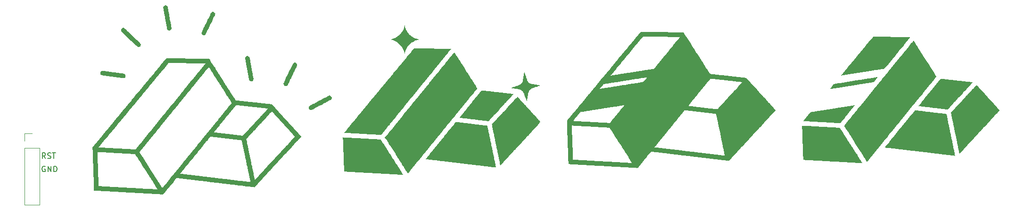
<source format=gto>
%TF.GenerationSoftware,KiCad,Pcbnew,7.0.6*%
%TF.CreationDate,2023-08-01T10:10:22-04:00*%
%TF.ProjectId,good-delivery,676f6f64-2d64-4656-9c69-766572792e6b,rev?*%
%TF.SameCoordinates,PX2d6b3a0PY7e9ae4e*%
%TF.FileFunction,Legend,Top*%
%TF.FilePolarity,Positive*%
%FSLAX46Y46*%
G04 Gerber Fmt 4.6, Leading zero omitted, Abs format (unit mm)*
G04 Created by KiCad (PCBNEW 7.0.6) date 2023-08-01 10:10:22*
%MOMM*%
%LPD*%
G01*
G04 APERTURE LIST*
%ADD10C,0.150000*%
%ADD11C,0.120000*%
G04 APERTURE END LIST*
D10*
X5325443Y29062320D02*
X5230205Y29109939D01*
X5230205Y29109939D02*
X5087348Y29109939D01*
X5087348Y29109939D02*
X4944491Y29062320D01*
X4944491Y29062320D02*
X4849253Y28967082D01*
X4849253Y28967082D02*
X4801634Y28871844D01*
X4801634Y28871844D02*
X4754015Y28681368D01*
X4754015Y28681368D02*
X4754015Y28538511D01*
X4754015Y28538511D02*
X4801634Y28348035D01*
X4801634Y28348035D02*
X4849253Y28252797D01*
X4849253Y28252797D02*
X4944491Y28157558D01*
X4944491Y28157558D02*
X5087348Y28109939D01*
X5087348Y28109939D02*
X5182586Y28109939D01*
X5182586Y28109939D02*
X5325443Y28157558D01*
X5325443Y28157558D02*
X5373062Y28205178D01*
X5373062Y28205178D02*
X5373062Y28538511D01*
X5373062Y28538511D02*
X5182586Y28538511D01*
X5801634Y28109939D02*
X5801634Y29109939D01*
X5801634Y29109939D02*
X6373062Y28109939D01*
X6373062Y28109939D02*
X6373062Y29109939D01*
X6849253Y28109939D02*
X6849253Y29109939D01*
X6849253Y29109939D02*
X7087348Y29109939D01*
X7087348Y29109939D02*
X7230205Y29062320D01*
X7230205Y29062320D02*
X7325443Y28967082D01*
X7325443Y28967082D02*
X7373062Y28871844D01*
X7373062Y28871844D02*
X7420681Y28681368D01*
X7420681Y28681368D02*
X7420681Y28538511D01*
X7420681Y28538511D02*
X7373062Y28348035D01*
X7373062Y28348035D02*
X7325443Y28252797D01*
X7325443Y28252797D02*
X7230205Y28157558D01*
X7230205Y28157558D02*
X7087348Y28109939D01*
X7087348Y28109939D02*
X6849253Y28109939D01*
X5373062Y30491195D02*
X5039729Y30967386D01*
X4801634Y30491195D02*
X4801634Y31491195D01*
X4801634Y31491195D02*
X5182586Y31491195D01*
X5182586Y31491195D02*
X5277824Y31443576D01*
X5277824Y31443576D02*
X5325443Y31395957D01*
X5325443Y31395957D02*
X5373062Y31300719D01*
X5373062Y31300719D02*
X5373062Y31157862D01*
X5373062Y31157862D02*
X5325443Y31062624D01*
X5325443Y31062624D02*
X5277824Y31015005D01*
X5277824Y31015005D02*
X5182586Y30967386D01*
X5182586Y30967386D02*
X4801634Y30967386D01*
X5754015Y30538814D02*
X5896872Y30491195D01*
X5896872Y30491195D02*
X6134967Y30491195D01*
X6134967Y30491195D02*
X6230205Y30538814D01*
X6230205Y30538814D02*
X6277824Y30586434D01*
X6277824Y30586434D02*
X6325443Y30681672D01*
X6325443Y30681672D02*
X6325443Y30776910D01*
X6325443Y30776910D02*
X6277824Y30872148D01*
X6277824Y30872148D02*
X6230205Y30919767D01*
X6230205Y30919767D02*
X6134967Y30967386D01*
X6134967Y30967386D02*
X5944491Y31015005D01*
X5944491Y31015005D02*
X5849253Y31062624D01*
X5849253Y31062624D02*
X5801634Y31110243D01*
X5801634Y31110243D02*
X5754015Y31205481D01*
X5754015Y31205481D02*
X5754015Y31300719D01*
X5754015Y31300719D02*
X5801634Y31395957D01*
X5801634Y31395957D02*
X5849253Y31443576D01*
X5849253Y31443576D02*
X5944491Y31491195D01*
X5944491Y31491195D02*
X6182586Y31491195D01*
X6182586Y31491195D02*
X6325443Y31443576D01*
X6611158Y31491195D02*
X7182586Y31491195D01*
X6896872Y30491195D02*
X6896872Y31491195D01*
D11*
%TO.C,J2*%
X1646570Y34980072D02*
X2976570Y34980072D01*
X1646570Y33650072D02*
X1646570Y34980072D01*
X1646570Y32380072D02*
X1646570Y22160072D01*
X1646570Y32380072D02*
X4306570Y32380072D01*
X1646570Y22160072D02*
X4306570Y22160072D01*
X4306570Y32380072D02*
X4306570Y22160072D01*
%TO.C,G1*%
G36*
X19455060Y54009797D02*
G01*
X19489745Y53996666D01*
X19532182Y53972308D01*
X19586334Y53933319D01*
X19656165Y53876295D01*
X19745637Y53797831D01*
X19858714Y53694524D01*
X19999359Y53562969D01*
X20171534Y53399763D01*
X20228634Y53345355D01*
X20566009Y53023621D01*
X20868172Y52735414D01*
X21137061Y52478713D01*
X21374613Y52251496D01*
X21582768Y52051743D01*
X21763463Y51877433D01*
X21918636Y51726546D01*
X22050224Y51597062D01*
X22160167Y51486958D01*
X22250403Y51394216D01*
X22322868Y51316813D01*
X22379502Y51252730D01*
X22422242Y51199945D01*
X22453027Y51156438D01*
X22473794Y51120189D01*
X22486481Y51089176D01*
X22493027Y51061380D01*
X22495370Y51034778D01*
X22495447Y51007352D01*
X22495179Y50982180D01*
X22472557Y50860264D01*
X22402853Y50744076D01*
X22343792Y50680953D01*
X22278288Y50630964D01*
X22203333Y50605473D01*
X22129401Y50596982D01*
X22022866Y50598963D01*
X21933377Y50616840D01*
X21916737Y50623419D01*
X21878090Y50650403D01*
X21808527Y50708367D01*
X21713738Y50792188D01*
X21599414Y50896740D01*
X21471247Y51016900D01*
X21338135Y51144435D01*
X21172806Y51304100D01*
X20982808Y51486896D01*
X20780845Y51680643D01*
X20579624Y51873161D01*
X20391849Y52052271D01*
X20296941Y52142521D01*
X20010023Y52415907D01*
X19757072Y52658877D01*
X19538673Y52870851D01*
X19355410Y53051247D01*
X19207868Y53199485D01*
X19096631Y53314983D01*
X19022284Y53397159D01*
X18985411Y53445434D01*
X18984208Y53447606D01*
X18945419Y53569169D01*
X18950900Y53690502D01*
X18994074Y53803752D01*
X19068361Y53901063D01*
X19167184Y53974581D01*
X19283965Y54016453D01*
X19412125Y54018823D01*
X19455060Y54009797D01*
G37*
G36*
X35636986Y56870297D02*
G01*
X35741863Y56793403D01*
X35815329Y56688082D01*
X35832603Y56652408D01*
X35846564Y56619462D01*
X35855874Y56585801D01*
X35859195Y56547979D01*
X35855189Y56502555D01*
X35842519Y56446084D01*
X35819847Y56375123D01*
X35785835Y56286228D01*
X35739146Y56175955D01*
X35678442Y56040861D01*
X35602386Y55877502D01*
X35509639Y55682434D01*
X35398864Y55452214D01*
X35268724Y55183399D01*
X35117880Y54872543D01*
X35078862Y54792151D01*
X34997940Y54625082D01*
X34901075Y54424566D01*
X34794505Y54203543D01*
X34684463Y53974955D01*
X34577186Y53751742D01*
X34496642Y53583852D01*
X34388535Y53359611D01*
X34298602Y53177593D01*
X34223501Y53033321D01*
X34159890Y52922320D01*
X34104428Y52840113D01*
X34053772Y52782223D01*
X34004581Y52744174D01*
X33953514Y52721491D01*
X33897228Y52709696D01*
X33840362Y52704748D01*
X33727375Y52705862D01*
X33640074Y52727099D01*
X33597480Y52747255D01*
X33512631Y52818349D01*
X33444243Y52921646D01*
X33402942Y53038263D01*
X33395584Y53105950D01*
X33398585Y53131812D01*
X33408569Y53169327D01*
X33427010Y53221713D01*
X33455380Y53292185D01*
X33495151Y53383964D01*
X33547796Y53500264D01*
X33614788Y53644305D01*
X33697599Y53819303D01*
X33797702Y54028477D01*
X33916570Y54275043D01*
X34055675Y54562219D01*
X34167348Y54792151D01*
X34252263Y54967212D01*
X34352886Y55175244D01*
X34462744Y55402835D01*
X34575366Y55636567D01*
X34684283Y55863026D01*
X34762558Y56026100D01*
X34848774Y56204041D01*
X34930495Y56369183D01*
X35004429Y56515145D01*
X35067285Y56635545D01*
X35115772Y56724002D01*
X35146597Y56774136D01*
X35151690Y56780517D01*
X35262002Y56865473D01*
X35386615Y56907786D01*
X35515090Y56908909D01*
X35636986Y56870297D01*
G37*
G36*
X50219649Y47761202D02*
G01*
X50362439Y47717859D01*
X50470540Y47638741D01*
X50540379Y47527853D01*
X50568385Y47389197D01*
X50568767Y47369865D01*
X50567363Y47341733D01*
X50562140Y47309018D01*
X50551648Y47268507D01*
X50534432Y47216988D01*
X50509043Y47151249D01*
X50474028Y47068077D01*
X50427935Y46964260D01*
X50369311Y46836586D01*
X50296707Y46681841D01*
X50208668Y46496814D01*
X50103744Y46278292D01*
X49980483Y46023062D01*
X49837433Y45727913D01*
X49682334Y45408548D01*
X49592164Y45222634D01*
X49487945Y45007172D01*
X49377807Y44779004D01*
X49269878Y44554973D01*
X49172286Y44351918D01*
X49161191Y44328791D01*
X49083721Y44168122D01*
X49011654Y44020240D01*
X48948562Y43892352D01*
X48898020Y43791669D01*
X48863601Y43725398D01*
X48851368Y43703879D01*
X48771059Y43623929D01*
X48660612Y43571550D01*
X48535201Y43550006D01*
X48409997Y43562562D01*
X48332650Y43592280D01*
X48228802Y43667797D01*
X48164588Y43766163D01*
X48133793Y43897398D01*
X48132057Y43915731D01*
X48129201Y43945782D01*
X48127217Y43972248D01*
X48127743Y43998951D01*
X48132415Y44029713D01*
X48142871Y44068355D01*
X48160748Y44118698D01*
X48187683Y44184564D01*
X48225314Y44269776D01*
X48275277Y44378153D01*
X48339211Y44513517D01*
X48418751Y44679691D01*
X48515536Y44880496D01*
X48631202Y45119753D01*
X48767386Y45401283D01*
X48777116Y45421402D01*
X48841483Y45554573D01*
X48923673Y45724725D01*
X49019180Y45922523D01*
X49123499Y46138634D01*
X49232124Y46363722D01*
X49340548Y46588453D01*
X49409149Y46730679D01*
X49504747Y46927776D01*
X49594976Y47111673D01*
X49677054Y47276858D01*
X49748197Y47417819D01*
X49805623Y47529042D01*
X49846549Y47605017D01*
X49868192Y47640230D01*
X49868458Y47640535D01*
X49966690Y47715673D01*
X50089927Y47758153D01*
X50218823Y47761327D01*
X50219649Y47761202D01*
G37*
G36*
X27051212Y58067598D02*
G01*
X27175405Y57997597D01*
X27201124Y57975783D01*
X27264636Y57908253D01*
X27309132Y57831855D01*
X27340709Y57732451D01*
X27365468Y57595905D01*
X27365691Y57594378D01*
X27376104Y57529765D01*
X27393626Y57428143D01*
X27415882Y57303040D01*
X27440495Y57167983D01*
X27442462Y57157334D01*
X27467193Y57022312D01*
X27498066Y56851898D01*
X27532336Y56661341D01*
X27567259Y56465892D01*
X27597391Y56296099D01*
X27628188Y56122899D01*
X27658675Y55953309D01*
X27686755Y55798855D01*
X27710330Y55671065D01*
X27727306Y55581466D01*
X27728322Y55576261D01*
X27776589Y55325306D01*
X27822674Y55076924D01*
X27865667Y54836718D01*
X27904660Y54610290D01*
X27938743Y54403240D01*
X27967006Y54221173D01*
X27988542Y54069689D01*
X28002440Y53954390D01*
X28007792Y53880879D01*
X28006785Y53860401D01*
X27965278Y53755679D01*
X27888794Y53657360D01*
X27792210Y53584429D01*
X27789345Y53582928D01*
X27682445Y53551446D01*
X27557778Y53549808D01*
X27439001Y53577403D01*
X27405102Y53592836D01*
X27354565Y53624728D01*
X27311842Y53665813D01*
X27274799Y53722024D01*
X27241304Y53799297D01*
X27209223Y53903566D01*
X27176425Y54040766D01*
X27140775Y54216831D01*
X27100142Y54437697D01*
X27098822Y54445087D01*
X27063991Y54639960D01*
X27028013Y54840821D01*
X26993242Y55034554D01*
X26962032Y55208044D01*
X26936739Y55348177D01*
X26930349Y55383447D01*
X26905958Y55518443D01*
X26875322Y55688823D01*
X26841173Y55879344D01*
X26806243Y56074763D01*
X26775962Y56244682D01*
X26742632Y56431258D01*
X26707452Y56626866D01*
X26673180Y56816261D01*
X26642574Y56984197D01*
X26620159Y57105917D01*
X26581563Y57322467D01*
X26555254Y57495542D01*
X26541538Y57631668D01*
X26540723Y57737372D01*
X26553113Y57819179D01*
X26579016Y57883615D01*
X26618737Y57937208D01*
X26661019Y57976955D01*
X26789413Y58057287D01*
X26921012Y58087498D01*
X27051212Y58067598D01*
G37*
G36*
X69891978Y54499267D02*
G01*
X69906324Y54440865D01*
X69913054Y54400097D01*
X69936069Y54286682D01*
X69975329Y54142988D01*
X70025459Y53985388D01*
X70081084Y53830253D01*
X70136831Y53693955D01*
X70163580Y53636963D01*
X70360531Y53299462D01*
X70600063Y52986949D01*
X70877431Y52704310D01*
X71187890Y52456433D01*
X71495584Y52264967D01*
X71620167Y52203865D01*
X71771789Y52139973D01*
X71935800Y52078485D01*
X72097548Y52024596D01*
X72242384Y51983500D01*
X72353937Y51960625D01*
X72428522Y51944815D01*
X72467063Y51925950D01*
X72465449Y51909360D01*
X72419574Y51900378D01*
X72400697Y51899945D01*
X72289517Y51886774D01*
X72145012Y51850021D01*
X71977165Y51793823D01*
X71795955Y51722318D01*
X71611363Y51639645D01*
X71433370Y51549941D01*
X71271955Y51457344D01*
X71168702Y51389146D01*
X70873016Y51149948D01*
X70608257Y50877274D01*
X70378349Y50577074D01*
X70187210Y50255297D01*
X70038762Y49917893D01*
X69936926Y49570810D01*
X69921806Y49497124D01*
X69903746Y49412284D01*
X69887139Y49351883D01*
X69875664Y49329095D01*
X69864497Y49352365D01*
X69848119Y49413827D01*
X69829793Y49500960D01*
X69827076Y49515481D01*
X69743306Y49838246D01*
X69613594Y50159447D01*
X69443034Y50471286D01*
X69236720Y50765965D01*
X68999747Y51035683D01*
X68737210Y51272643D01*
X68622910Y51358840D01*
X68457741Y51467009D01*
X68273586Y51571512D01*
X68079944Y51668302D01*
X67886309Y51753330D01*
X67702179Y51822547D01*
X67537049Y51871906D01*
X67400416Y51897358D01*
X67353639Y51899945D01*
X67294159Y51904977D01*
X67281457Y51918201D01*
X67312086Y51936810D01*
X67382596Y51957998D01*
X67440067Y51970298D01*
X67790472Y52062454D01*
X68127970Y52200408D01*
X68448237Y52379853D01*
X68746945Y52596480D01*
X69019767Y52845985D01*
X69262377Y53124060D01*
X69470448Y53426398D01*
X69639654Y53748693D01*
X69765668Y54086637D01*
X69829401Y54348680D01*
X69847879Y54435090D01*
X69865488Y54497248D01*
X69878525Y54522173D01*
X69878892Y54522212D01*
X69891978Y54499267D01*
G37*
G36*
X56380120Y41819357D02*
G01*
X56410252Y41815874D01*
X56412893Y41815615D01*
X56544387Y41783915D01*
X56648461Y41713382D01*
X56732053Y41601273D01*
X56779315Y41485620D01*
X56782744Y41371391D01*
X56742667Y41244179D01*
X56740292Y41238899D01*
X56720000Y41197821D01*
X56696013Y41161577D01*
X56662657Y41126281D01*
X56614260Y41088044D01*
X56545146Y41042979D01*
X56449644Y40987199D01*
X56322079Y40916816D01*
X56156778Y40827943D01*
X56083337Y40788753D01*
X55993412Y40740800D01*
X55904826Y40693524D01*
X55813671Y40644829D01*
X55716039Y40592622D01*
X55608023Y40534808D01*
X55485715Y40469293D01*
X55345207Y40393982D01*
X55182593Y40306782D01*
X54993963Y40205596D01*
X54775412Y40088333D01*
X54523031Y39952896D01*
X54232913Y39797191D01*
X53923822Y39631294D01*
X53708028Y39515659D01*
X53532249Y39422354D01*
X53391259Y39349282D01*
X53279828Y39294346D01*
X53192728Y39255447D01*
X53124733Y39230489D01*
X53070613Y39217374D01*
X53025141Y39214004D01*
X52983089Y39218283D01*
X52939229Y39228113D01*
X52926863Y39231324D01*
X52809244Y39287051D01*
X52715798Y39379573D01*
X52653777Y39497131D01*
X52630436Y39627967D01*
X52636763Y39701590D01*
X52668211Y39788116D01*
X52732231Y39873226D01*
X52833136Y39960690D01*
X52975241Y40054280D01*
X53152567Y40152422D01*
X53290274Y40224652D01*
X53433723Y40300776D01*
X53565446Y40371476D01*
X53663439Y40424924D01*
X53753922Y40474386D01*
X53825837Y40512655D01*
X53868530Y40534110D01*
X53875473Y40536787D01*
X53900600Y40548434D01*
X53960577Y40579826D01*
X54045360Y40625636D01*
X54110148Y40661248D01*
X54241048Y40733121D01*
X54387881Y40812927D01*
X54523713Y40886044D01*
X54553681Y40902036D01*
X54639704Y40947904D01*
X54761415Y41012904D01*
X54909184Y41091888D01*
X55073377Y41179706D01*
X55244361Y41271207D01*
X55337790Y41321229D01*
X55569296Y41445271D01*
X55759888Y41547325D01*
X55914087Y41629468D01*
X56036415Y41693780D01*
X56131392Y41742341D01*
X56203542Y41777229D01*
X56257385Y41800524D01*
X56297443Y41814305D01*
X56328237Y41820651D01*
X56354289Y41821642D01*
X56380120Y41819357D01*
G37*
G36*
X15829416Y46261637D02*
G01*
X15951738Y46245345D01*
X16099127Y46223423D01*
X16285996Y46196983D01*
X16500772Y46167651D01*
X16582223Y46156759D01*
X16635850Y46149519D01*
X16730598Y46136618D01*
X16856650Y46119396D01*
X17004188Y46099196D01*
X17160665Y46077733D01*
X17442177Y46039122D01*
X17717395Y46001446D01*
X17979211Y45965672D01*
X18220517Y45932770D01*
X18434206Y45903708D01*
X18613170Y45879456D01*
X18750301Y45860982D01*
X18780300Y45856967D01*
X19013665Y45824948D01*
X19201660Y45796537D01*
X19350036Y45769865D01*
X19464549Y45743062D01*
X19550950Y45714257D01*
X19614994Y45681581D01*
X19662433Y45643164D01*
X19699022Y45597136D01*
X19726511Y45549433D01*
X19763277Y45431654D01*
X19763571Y45304803D01*
X19729369Y45186744D01*
X19677936Y45110036D01*
X19572743Y45019792D01*
X19462434Y44971894D01*
X19338594Y44958649D01*
X19263636Y44960515D01*
X19213244Y44965264D01*
X19202348Y44968601D01*
X19174257Y44975331D01*
X19104925Y44986729D01*
X19004160Y45001315D01*
X18881768Y45017610D01*
X18854653Y45021058D01*
X18723251Y45037863D01*
X18605788Y45053310D01*
X18514089Y45065814D01*
X18459980Y45073791D01*
X18456171Y45074440D01*
X18403976Y45082449D01*
X18310641Y45095580D01*
X18186038Y45112517D01*
X18040039Y45131948D01*
X17882518Y45152557D01*
X17723346Y45173032D01*
X17572397Y45192059D01*
X17572001Y45192108D01*
X17470347Y45205450D01*
X17385789Y45217808D01*
X17333569Y45226921D01*
X17327770Y45228312D01*
X17288442Y45235505D01*
X17209356Y45247374D01*
X17101783Y45262303D01*
X16976998Y45278677D01*
X16969858Y45279587D01*
X16839507Y45296297D01*
X16720884Y45311702D01*
X16627099Y45324089D01*
X16571377Y45331724D01*
X16449110Y45349190D01*
X16302856Y45369685D01*
X16144707Y45391556D01*
X15986757Y45413153D01*
X15841098Y45432823D01*
X15719824Y45448916D01*
X15635027Y45459779D01*
X15623853Y45461137D01*
X15464657Y45499578D01*
X15341167Y45570753D01*
X15256437Y45671686D01*
X15213517Y45799396D01*
X15208655Y45866436D01*
X15230582Y46013666D01*
X15294420Y46135304D01*
X15397257Y46225873D01*
X15400966Y46228083D01*
X15500081Y46261778D01*
X15643539Y46272983D01*
X15829416Y46261637D01*
G37*
G36*
X41809800Y48907425D02*
G01*
X41921999Y48834029D01*
X41952665Y48802528D01*
X41981866Y48766352D01*
X42006314Y48726522D01*
X42027979Y48675948D01*
X42048831Y48607542D01*
X42070837Y48514213D01*
X42095969Y48388872D01*
X42126194Y48224429D01*
X42149174Y48095087D01*
X42193454Y47844382D01*
X42231369Y47630278D01*
X42262344Y47455994D01*
X42285809Y47324750D01*
X42301189Y47239766D01*
X42304659Y47220998D01*
X42313855Y47170468D01*
X42329652Y47082309D01*
X42349729Y46969528D01*
X42368944Y46861079D01*
X42396535Y46705951D01*
X42427450Y46533602D01*
X42456895Y46370704D01*
X42470601Y46295492D01*
X42493164Y46172009D01*
X42521819Y46014946D01*
X42553465Y45841312D01*
X42585000Y45668117D01*
X42597145Y45601362D01*
X42623971Y45453996D01*
X42648559Y45319156D01*
X42669008Y45207240D01*
X42683420Y45128644D01*
X42688708Y45100046D01*
X42715160Y44932392D01*
X42723316Y44802868D01*
X42712902Y44701447D01*
X42683644Y44618104D01*
X42675042Y44601895D01*
X42596074Y44506013D01*
X42488328Y44433938D01*
X42369907Y44396520D01*
X42327598Y44393627D01*
X42256780Y44404795D01*
X42170797Y44432053D01*
X42143433Y44443549D01*
X42062383Y44493773D01*
X41997057Y44557187D01*
X41985499Y44573815D01*
X41969976Y44601923D01*
X41955583Y44635793D01*
X41941043Y44681209D01*
X41925081Y44743954D01*
X41906421Y44829808D01*
X41883787Y44944556D01*
X41855903Y45093979D01*
X41821494Y45283860D01*
X41789984Y45459965D01*
X41764413Y45602645D01*
X41739780Y45738935D01*
X41718592Y45855029D01*
X41703359Y45937116D01*
X41701212Y45948427D01*
X41687906Y46020206D01*
X41668121Y46129636D01*
X41644187Y46263712D01*
X41618435Y46409430D01*
X41609103Y46462597D01*
X41582301Y46614374D01*
X41549105Y46800442D01*
X41512438Y47004529D01*
X41475224Y47210360D01*
X41442866Y47388103D01*
X41392878Y47661218D01*
X41351334Y47888370D01*
X41317625Y48074210D01*
X41291142Y48223389D01*
X41271279Y48340558D01*
X41257426Y48430368D01*
X41248975Y48497470D01*
X41245319Y48546515D01*
X41245849Y48582154D01*
X41249957Y48609038D01*
X41257036Y48631819D01*
X41266476Y48655146D01*
X41274560Y48675326D01*
X41344497Y48795306D01*
X41443093Y48880401D01*
X41560244Y48928716D01*
X41685847Y48938356D01*
X41809800Y48907425D01*
G37*
G36*
X154816839Y45147814D02*
G01*
X154801513Y45124808D01*
X154759271Y45068990D01*
X154695714Y44987377D01*
X154616441Y44886985D01*
X154527055Y44774832D01*
X154433156Y44657933D01*
X154340345Y44543306D01*
X154254223Y44437967D01*
X154180392Y44348932D01*
X154156488Y44320556D01*
X154140747Y44301235D01*
X154126405Y44284791D01*
X154109252Y44270342D01*
X154085080Y44257003D01*
X154049678Y44243891D01*
X153998837Y44230122D01*
X153928347Y44214811D01*
X153833999Y44197076D01*
X153711582Y44176032D01*
X153556888Y44150795D01*
X153365706Y44120482D01*
X153133828Y44084209D01*
X152857043Y44041091D01*
X152734450Y44021985D01*
X152592849Y43999798D01*
X152413563Y43971539D01*
X152209673Y43939282D01*
X151994262Y43905097D01*
X151780414Y43871057D01*
X151667547Y43853042D01*
X151479778Y43823064D01*
X151301203Y43794605D01*
X151140447Y43769034D01*
X151006137Y43747723D01*
X150906897Y43732041D01*
X150857729Y43724343D01*
X150799404Y43715221D01*
X150697199Y43699136D01*
X150558015Y43677177D01*
X150388754Y43650436D01*
X150196319Y43620002D01*
X149987611Y43586966D01*
X149803681Y43557830D01*
X149577140Y43521960D01*
X149352771Y43486485D01*
X149139101Y43452752D01*
X148944661Y43422104D01*
X148777979Y43395886D01*
X148647586Y43375444D01*
X148582527Y43365299D01*
X148321811Y43324657D01*
X148055083Y43282794D01*
X147788782Y43240742D01*
X147529352Y43199533D01*
X147283233Y43160199D01*
X147056868Y43123773D01*
X146856698Y43091287D01*
X146689165Y43063773D01*
X146560711Y43042264D01*
X146488990Y43029818D01*
X146394067Y43015375D01*
X146307227Y43006339D01*
X146272085Y43004803D01*
X146194871Y43004803D01*
X146259515Y43075502D01*
X146296242Y43117528D01*
X146359200Y43191551D01*
X146441920Y43289883D01*
X146537937Y43404839D01*
X146637759Y43525077D01*
X146751217Y43659174D01*
X146850026Y43770074D01*
X146929687Y43853029D01*
X146985705Y43903291D01*
X147008542Y43916504D01*
X147053065Y43924998D01*
X147135768Y43939234D01*
X147258832Y43959565D01*
X147424438Y43986344D01*
X147634765Y44019924D01*
X147891994Y44060658D01*
X148132628Y44098573D01*
X148429092Y44145205D01*
X148680278Y44184722D01*
X148891699Y44217996D01*
X149068869Y44245898D01*
X149217304Y44269301D01*
X149342518Y44289075D01*
X149450023Y44306092D01*
X149545336Y44321225D01*
X149633969Y44335344D01*
X149721438Y44349322D01*
X149813257Y44364030D01*
X149906515Y44378988D01*
X150020119Y44397107D01*
X150168423Y44420602D01*
X150335325Y44446930D01*
X150504721Y44473549D01*
X150574936Y44484548D01*
X150864713Y44529932D01*
X151133171Y44572062D01*
X151375100Y44610117D01*
X151585288Y44643274D01*
X151758523Y44670713D01*
X151889594Y44691611D01*
X151950341Y44701400D01*
X152195786Y44741018D01*
X152472210Y44785233D01*
X152768995Y44832378D01*
X153075521Y44880782D01*
X153381169Y44928778D01*
X153675320Y44974696D01*
X153947355Y45016867D01*
X154186656Y45053622D01*
X154328377Y45075141D01*
X154471818Y45097179D01*
X154598480Y45117392D01*
X154699160Y45134253D01*
X154764659Y45146233D01*
X154784703Y45150917D01*
X154813947Y45152909D01*
X154816839Y45147814D01*
G37*
G36*
X150691962Y40071592D02*
G01*
X150689362Y40060341D01*
X150676198Y40038026D01*
X150649831Y40001140D01*
X150607621Y39946177D01*
X150546928Y39869628D01*
X150465114Y39767988D01*
X150359538Y39637750D01*
X150227561Y39475405D01*
X150066544Y39277448D01*
X150022203Y39222918D01*
X149697904Y38823941D01*
X149403231Y38461167D01*
X149135262Y38130995D01*
X148891077Y37829822D01*
X148667753Y37554048D01*
X148462370Y37300070D01*
X148426991Y37256280D01*
X148331157Y37138530D01*
X148244757Y37034035D01*
X148173603Y36949691D01*
X148123509Y36892397D01*
X148101223Y36869654D01*
X148061462Y36860750D01*
X147979798Y36857147D01*
X147865490Y36859016D01*
X147772709Y36863570D01*
X147654119Y36870524D01*
X147497599Y36879342D01*
X147316572Y36889288D01*
X147124460Y36899624D01*
X146934683Y36909615D01*
X146911474Y36910820D01*
X146703054Y36921859D01*
X146462765Y36934980D01*
X146210055Y36949096D01*
X145964374Y36963121D01*
X145745173Y36975969D01*
X145741737Y36976174D01*
X145525846Y36988856D01*
X145285647Y37002628D01*
X145039828Y37016442D01*
X144807075Y37029247D01*
X144606076Y37039993D01*
X144597709Y37040431D01*
X144398670Y37051071D01*
X144166999Y37063848D01*
X143921382Y37077707D01*
X143680503Y37091594D01*
X143463049Y37104453D01*
X143453681Y37105016D01*
X143233756Y37117918D01*
X142985744Y37131900D01*
X142729484Y37145882D01*
X142484812Y37158780D01*
X142271568Y37169512D01*
X142271090Y37169535D01*
X142094452Y37178432D01*
X141926708Y37187444D01*
X141777582Y37196005D01*
X141656801Y37203549D01*
X141574091Y37209510D01*
X141555223Y37211188D01*
X141417799Y37224704D01*
X141467645Y37280391D01*
X141496917Y37314596D01*
X141554051Y37382663D01*
X141634208Y37478776D01*
X141732546Y37597120D01*
X141844227Y37731880D01*
X141963350Y37875957D01*
X142144616Y38095596D01*
X142296053Y38279072D01*
X142420802Y38429677D01*
X142522007Y38550702D01*
X142602808Y38645439D01*
X142666346Y38717179D01*
X142715765Y38769214D01*
X142754205Y38804836D01*
X142784809Y38827336D01*
X142810717Y38840006D01*
X142835073Y38846137D01*
X142861017Y38849021D01*
X142891692Y38851949D01*
X142895351Y38852397D01*
X142969387Y38862627D01*
X143080920Y38879110D01*
X143216698Y38899841D01*
X143363470Y38922816D01*
X143415118Y38931037D01*
X143546818Y38952070D01*
X143682899Y38973738D01*
X143829713Y38997046D01*
X143993609Y39022996D01*
X144180940Y39052595D01*
X144398058Y39086845D01*
X144651313Y39126751D01*
X144947057Y39173317D01*
X145047608Y39189144D01*
X145199356Y39213112D01*
X145346640Y39236523D01*
X145475830Y39257202D01*
X145573300Y39272972D01*
X145600341Y39277416D01*
X145698852Y39293609D01*
X145789031Y39308219D01*
X145833703Y39315314D01*
X145883326Y39323113D01*
X145974362Y39337474D01*
X146097439Y39356918D01*
X146243187Y39379964D01*
X146402235Y39405131D01*
X146412145Y39406700D01*
X146593363Y39435342D01*
X146782391Y39465140D01*
X146963752Y39493661D01*
X147121971Y39518470D01*
X147219976Y39533773D01*
X147496546Y39576905D01*
X147784083Y39621902D01*
X148092787Y39670364D01*
X148432856Y39723892D01*
X148775341Y39777907D01*
X148958038Y39806758D01*
X149113839Y39831412D01*
X149252837Y39853485D01*
X149385126Y39874596D01*
X149520798Y39896363D01*
X149669946Y39920404D01*
X149842663Y39948338D01*
X150049043Y39981781D01*
X150217156Y40009047D01*
X150357612Y40031384D01*
X150482482Y40050407D01*
X150581897Y40064676D01*
X150645988Y40072753D01*
X150662772Y40074034D01*
X150676027Y40074932D01*
X150686637Y40075287D01*
X150691962Y40071592D01*
G37*
G36*
X91424549Y45909864D02*
G01*
X91452736Y45828821D01*
X91494043Y45709103D01*
X91545035Y45560711D01*
X91602278Y45393649D01*
X91662336Y45217921D01*
X91689389Y45138609D01*
X91769365Y44908749D01*
X91838548Y44721989D01*
X91900106Y44571944D01*
X91957206Y44452228D01*
X92013016Y44356455D01*
X92070703Y44278241D01*
X92133434Y44211200D01*
X92162852Y44184125D01*
X92222525Y44132878D01*
X92280346Y44088367D01*
X92341005Y44049321D01*
X92409189Y44014466D01*
X92489585Y43982530D01*
X92586881Y43952241D01*
X92705765Y43922326D01*
X92850924Y43891513D01*
X93027047Y43858528D01*
X93238820Y43822100D01*
X93490932Y43780956D01*
X93788070Y43733823D01*
X93867852Y43721283D01*
X93998261Y43699541D01*
X94106740Y43679019D01*
X94185034Y43661477D01*
X94224887Y43648675D01*
X94227771Y43644557D01*
X94199194Y43631796D01*
X94128723Y43605032D01*
X94023181Y43566715D01*
X93889388Y43519295D01*
X93734164Y43465222D01*
X93604895Y43420789D01*
X93372182Y43341210D01*
X93182870Y43276290D01*
X93031701Y43224078D01*
X92913414Y43182626D01*
X92822751Y43149985D01*
X92754452Y43124207D01*
X92703258Y43103342D01*
X92663908Y43085442D01*
X92631144Y43068558D01*
X92599705Y43050741D01*
X92588459Y43044168D01*
X92516044Y42992447D01*
X92429394Y42917317D01*
X92347119Y42834925D01*
X92346197Y42833918D01*
X92287534Y42767814D01*
X92238263Y42705570D01*
X92196531Y42641286D01*
X92160485Y42569061D01*
X92128272Y42482994D01*
X92098040Y42377186D01*
X92067934Y42245735D01*
X92036104Y42082740D01*
X92000694Y41882303D01*
X91959854Y41638520D01*
X91947758Y41565127D01*
X91933942Y41482975D01*
X91921411Y41411226D01*
X91921348Y41410876D01*
X91910068Y41342171D01*
X91897465Y41257037D01*
X91895622Y41243771D01*
X91883876Y41165940D01*
X91866582Y41060250D01*
X91847459Y40949417D01*
X91847229Y40948123D01*
X91829334Y40853065D01*
X91816073Y40802410D01*
X91804409Y40789722D01*
X91791305Y40808562D01*
X91786564Y40819581D01*
X91771456Y40860541D01*
X91742381Y40943088D01*
X91701802Y41060085D01*
X91652184Y41204398D01*
X91595989Y41368891D01*
X91538056Y41539419D01*
X91455516Y41780806D01*
X91385629Y41978924D01*
X91325682Y42139569D01*
X91272959Y42268539D01*
X91224748Y42371631D01*
X91178334Y42454641D01*
X91131002Y42523367D01*
X91080038Y42583606D01*
X91022730Y42641155D01*
X91021831Y42642005D01*
X90926535Y42725178D01*
X90829620Y42792732D01*
X90722435Y42847983D01*
X90596332Y42894247D01*
X90442661Y42934839D01*
X90252773Y42973075D01*
X90082831Y43001968D01*
X89898702Y43031672D01*
X89700342Y43063669D01*
X89505853Y43095038D01*
X89333342Y43122860D01*
X89249223Y43136424D01*
X88891224Y43194148D01*
X89056410Y43251340D01*
X89127286Y43275746D01*
X89237842Y43313649D01*
X89379084Y43361973D01*
X89542016Y43417643D01*
X89717647Y43477583D01*
X89838600Y43518823D01*
X90048722Y43590919D01*
X90216749Y43650221D01*
X90349457Y43699924D01*
X90453618Y43743222D01*
X90536007Y43783310D01*
X90603398Y43823383D01*
X90662563Y43866636D01*
X90720278Y43916264D01*
X90760291Y43953516D01*
X90831005Y44022672D01*
X90890983Y44088449D01*
X90942001Y44156287D01*
X90985841Y44231624D01*
X91024280Y44319902D01*
X91059100Y44426557D01*
X91092078Y44557031D01*
X91124995Y44716762D01*
X91159629Y44911189D01*
X91197761Y45145752D01*
X91240482Y45421402D01*
X91261993Y45556899D01*
X91287759Y45711983D01*
X91312626Y45855691D01*
X91315412Y45871301D01*
X91356890Y46102678D01*
X91424549Y45909864D01*
G37*
G36*
X83791138Y42739959D02*
G01*
X83805959Y42738093D01*
X83886146Y42728209D01*
X84013672Y42713247D01*
X84184753Y42693635D01*
X84395606Y42669799D01*
X84642448Y42642165D01*
X84921496Y42611159D01*
X85228966Y42577208D01*
X85429592Y42555154D01*
X85606645Y42535708D01*
X85772211Y42517496D01*
X85917564Y42501480D01*
X86033980Y42488622D01*
X86112735Y42479884D01*
X86136576Y42477212D01*
X86242893Y42465300D01*
X86379142Y42450208D01*
X86535184Y42433040D01*
X86700882Y42414902D01*
X86866098Y42396898D01*
X87020696Y42380134D01*
X87154538Y42365712D01*
X87257486Y42354740D01*
X87319167Y42348343D01*
X87409909Y42338832D01*
X87527219Y42325878D01*
X87646615Y42312187D01*
X87653377Y42311393D01*
X87776163Y42297204D01*
X87924020Y42280474D01*
X88070894Y42264142D01*
X88116130Y42259186D01*
X88236800Y42245952D01*
X88348106Y42233611D01*
X88433601Y42223993D01*
X88463195Y42220581D01*
X88519560Y42214283D01*
X88615856Y42203865D01*
X88740874Y42190527D01*
X88883402Y42175467D01*
X88964511Y42166957D01*
X89105049Y42151281D01*
X89227546Y42135789D01*
X89322879Y42121779D01*
X89381923Y42110551D01*
X89396397Y42105474D01*
X89386113Y42081920D01*
X89345378Y42027087D01*
X89279165Y41946964D01*
X89192447Y41847541D01*
X89090196Y41734805D01*
X89075041Y41718426D01*
X88952439Y41586101D01*
X88826298Y41449698D01*
X88706750Y41320195D01*
X88603930Y41208567D01*
X88540320Y41139283D01*
X88472002Y41064843D01*
X88375387Y40959789D01*
X88257065Y40831274D01*
X88123626Y40686454D01*
X87981661Y40532483D01*
X87837760Y40376516D01*
X87820482Y40357798D01*
X87675028Y40200140D01*
X87529129Y40041855D01*
X87389735Y39890494D01*
X87263795Y39753608D01*
X87158259Y39638746D01*
X87080078Y39553460D01*
X87074936Y39547837D01*
X86914953Y39373052D01*
X86746668Y39189542D01*
X86575946Y39003675D01*
X86408653Y38821820D01*
X86250652Y38650346D01*
X86107808Y38495620D01*
X85985987Y38364012D01*
X85891052Y38261890D01*
X85866636Y38235759D01*
X85788937Y38152429D01*
X85685323Y38040833D01*
X85564675Y37910560D01*
X85435873Y37771200D01*
X85307797Y37632342D01*
X85289273Y37612233D01*
X85176998Y37491096D01*
X85076384Y37384015D01*
X84992596Y37296365D01*
X84930798Y37233522D01*
X84896154Y37200861D01*
X84890791Y37197444D01*
X84860756Y37201983D01*
X84792025Y37211819D01*
X84696835Y37225208D01*
X84645482Y37232366D01*
X84505442Y37251184D01*
X84345016Y37271771D01*
X84194920Y37290201D01*
X84169875Y37293162D01*
X84066938Y37305290D01*
X83925601Y37322025D01*
X83758514Y37341865D01*
X83578331Y37363307D01*
X83397702Y37384849D01*
X83385766Y37386274D01*
X83177522Y37411135D01*
X82939179Y37439574D01*
X82691695Y37469091D01*
X82456028Y37497187D01*
X82293154Y37516596D01*
X82084316Y37541501D01*
X81849975Y37569493D01*
X81610198Y37598171D01*
X81385052Y37625135D01*
X81226252Y37644185D01*
X81023080Y37668486D01*
X80794005Y37695727D01*
X80560212Y37723398D01*
X80342888Y37748990D01*
X80223620Y37762956D01*
X80070544Y37781485D01*
X79935314Y37799105D01*
X79826121Y37814644D01*
X79751156Y37826935D01*
X79718610Y37834808D01*
X79718183Y37835116D01*
X79727767Y37859080D01*
X79765157Y37915622D01*
X79825307Y37997766D01*
X79903170Y38098539D01*
X79962414Y38172612D01*
X80009788Y38231072D01*
X80058599Y38291293D01*
X80110990Y38355914D01*
X80169100Y38427572D01*
X80235071Y38508906D01*
X80311043Y38602555D01*
X80399159Y38711157D01*
X80501558Y38837351D01*
X80620381Y38983774D01*
X80757771Y39153066D01*
X80915867Y39347864D01*
X81096810Y39570808D01*
X81302742Y39824535D01*
X81535804Y40111684D01*
X81798136Y40434893D01*
X81930211Y40597618D01*
X82230947Y40968093D01*
X82504118Y41304514D01*
X82749195Y41606230D01*
X82965648Y41872587D01*
X83152946Y42102936D01*
X83310561Y42296625D01*
X83437962Y42453003D01*
X83534619Y42571417D01*
X83600003Y42651218D01*
X83633584Y42691752D01*
X83634527Y42692864D01*
X83673807Y42730018D01*
X83719211Y42743922D01*
X83791138Y42739959D01*
G37*
G36*
X166235783Y44844339D02*
G01*
X166332461Y44836013D01*
X166378010Y44831027D01*
X166628327Y44801955D01*
X166835482Y44778006D01*
X167007378Y44758296D01*
X167151916Y44741942D01*
X167276999Y44728058D01*
X167390531Y44715762D01*
X167500413Y44704169D01*
X167614548Y44692395D01*
X167645381Y44689248D01*
X167755054Y44677982D01*
X167867115Y44666265D01*
X167987480Y44653446D01*
X168122064Y44638876D01*
X168276783Y44621906D01*
X168457553Y44601886D01*
X168670289Y44578165D01*
X168920906Y44550095D01*
X169215321Y44517026D01*
X169290725Y44508546D01*
X169426420Y44493405D01*
X169601591Y44474044D01*
X169807506Y44451413D01*
X170035431Y44426462D01*
X170276633Y44400140D01*
X170522379Y44373398D01*
X170763937Y44347186D01*
X170992573Y44322452D01*
X171199554Y44300148D01*
X171376148Y44281222D01*
X171513621Y44266625D01*
X171553074Y44262485D01*
X171668134Y44249848D01*
X171765695Y44237979D01*
X171833384Y44228449D01*
X171856699Y44223913D01*
X171849639Y44202877D01*
X171810020Y44148600D01*
X171741002Y44064823D01*
X171645748Y43955288D01*
X171527417Y43823736D01*
X171419654Y43706655D01*
X171285769Y43562414D01*
X171155404Y43421825D01*
X171035092Y43291944D01*
X170931368Y43179829D01*
X170850764Y43092534D01*
X170806526Y43044449D01*
X170754728Y42988079D01*
X170673349Y42899688D01*
X170567691Y42785027D01*
X170443056Y42649847D01*
X170304748Y42499901D01*
X170158070Y42340940D01*
X170058159Y42232698D01*
X169898112Y42059229D01*
X169733466Y41880599D01*
X169571486Y41704703D01*
X169419436Y41539434D01*
X169284581Y41392686D01*
X169174186Y41272353D01*
X169135468Y41230066D01*
X169022685Y41107019D01*
X168911253Y40985869D01*
X168810098Y40876292D01*
X168728148Y40787963D01*
X168685577Y40742455D01*
X168606524Y40657767D01*
X168509596Y40552844D01*
X168411352Y40445640D01*
X168375260Y40405993D01*
X168304359Y40328240D01*
X168206643Y40221534D01*
X168090197Y40094680D01*
X167963105Y39956483D01*
X167833454Y39815747D01*
X167790987Y39769708D01*
X167383860Y39328487D01*
X167251109Y39331511D01*
X167144550Y39337521D01*
X167035739Y39348989D01*
X167002669Y39353921D01*
X166912001Y39367251D01*
X166799298Y39381330D01*
X166719875Y39389943D01*
X166605395Y39402112D01*
X166470518Y39417557D01*
X166353529Y39431804D01*
X166123432Y39460765D01*
X165937590Y39483754D01*
X165789294Y39501585D01*
X165671832Y39515069D01*
X165614410Y39521301D01*
X165513773Y39532442D01*
X165390236Y39546818D01*
X165280199Y39560132D01*
X165155360Y39575438D01*
X165009970Y39593030D01*
X164874544Y39609216D01*
X164868863Y39609889D01*
X164588646Y39643149D01*
X164335791Y39673337D01*
X164116091Y39699757D01*
X163935338Y39721711D01*
X163799326Y39738502D01*
X163789106Y39739783D01*
X163666391Y39754619D01*
X163537810Y39769278D01*
X163442041Y39779468D01*
X163322589Y39792805D01*
X163192567Y39809283D01*
X163133539Y39817531D01*
X163014093Y39833610D01*
X162884076Y39849067D01*
X162825037Y39855284D01*
X162732699Y39865248D01*
X162655118Y39875156D01*
X162619369Y39880945D01*
X162569188Y39888245D01*
X162485116Y39897660D01*
X162384517Y39907260D01*
X162375138Y39908077D01*
X162280194Y39918185D01*
X162206369Y39929615D01*
X162167667Y39940128D01*
X162165712Y39941532D01*
X162177672Y39964500D01*
X162218902Y40022736D01*
X162285977Y40111825D01*
X162375468Y40227352D01*
X162483952Y40364903D01*
X162608000Y40520063D01*
X162744188Y40688418D01*
X162769862Y40719949D01*
X162933371Y40920677D01*
X163120705Y41150860D01*
X163323329Y41399997D01*
X163532707Y41657588D01*
X163740304Y41913131D01*
X163937583Y42156127D01*
X164096845Y42352439D01*
X164271108Y42567286D01*
X164457418Y42796903D01*
X164648407Y43032215D01*
X164836707Y43264146D01*
X165014950Y43483620D01*
X165175768Y43681563D01*
X165311792Y43848898D01*
X165315277Y43853184D01*
X165448896Y44017513D01*
X165578935Y44177477D01*
X165699973Y44326405D01*
X165806591Y44457627D01*
X165893369Y44564474D01*
X165954888Y44640276D01*
X165968569Y44657152D01*
X166034567Y44737192D01*
X166089417Y44801121D01*
X166124379Y44838856D01*
X166130741Y44844297D01*
X166164236Y44847332D01*
X166235783Y44844339D01*
G37*
G36*
X141350456Y36390623D02*
G01*
X141455067Y36386575D01*
X141585092Y36379984D01*
X141696165Y36373434D01*
X141904612Y36360695D01*
X142154889Y36345829D01*
X142437480Y36329378D01*
X142742866Y36311885D01*
X143061532Y36293889D01*
X143383959Y36275933D01*
X143700630Y36258559D01*
X143980705Y36243446D01*
X144174167Y36232911D01*
X144383815Y36221171D01*
X144591549Y36209260D01*
X144779265Y36198212D01*
X144893357Y36191281D01*
X145061441Y36181162D01*
X145239946Y36170906D01*
X145409594Y36161589D01*
X145551113Y36154291D01*
X145574632Y36153155D01*
X145706163Y36146527D01*
X145870445Y36137692D01*
X146048911Y36127676D01*
X146222999Y36117506D01*
X146268762Y36114751D01*
X146438257Y36104715D01*
X146617369Y36094526D01*
X146787532Y36085216D01*
X146930181Y36077814D01*
X146962891Y36076213D01*
X147096558Y36069216D01*
X147262162Y36059680D01*
X147440355Y36048764D01*
X147611791Y36037626D01*
X147642668Y36035535D01*
X147794286Y36025476D01*
X147904389Y36016196D01*
X147982596Y36003081D01*
X148038528Y35981520D01*
X148081802Y35946898D01*
X148122039Y35894605D01*
X148168857Y35820027D01*
X148200884Y35767860D01*
X148260756Y35672128D01*
X148334932Y35554762D01*
X148409786Y35437299D01*
X148428614Y35407941D01*
X148484558Y35320508D01*
X148565917Y35192830D01*
X148670645Y35028133D01*
X148796696Y34829641D01*
X148942024Y34600579D01*
X149104582Y34344172D01*
X149282326Y34063644D01*
X149473207Y33762221D01*
X149611294Y33544075D01*
X149701110Y33402410D01*
X149790111Y33262468D01*
X149871172Y33135422D01*
X149937166Y33032447D01*
X149971997Y32978487D01*
X149999321Y32935905D01*
X150051391Y32854274D01*
X150125429Y32737976D01*
X150218653Y32591391D01*
X150328283Y32418899D01*
X150451541Y32224882D01*
X150585646Y32013719D01*
X150727819Y31789790D01*
X150875278Y31557477D01*
X151025246Y31321159D01*
X151174941Y31085217D01*
X151321583Y30854032D01*
X151462394Y30631984D01*
X151594593Y30423453D01*
X151715400Y30232819D01*
X151822035Y30064464D01*
X151911719Y29922767D01*
X151981671Y29812109D01*
X152022820Y29746871D01*
X152090832Y29638838D01*
X151982024Y29644037D01*
X151921767Y29647227D01*
X151820578Y29652926D01*
X151688847Y29660533D01*
X151536965Y29669449D01*
X151384754Y29678509D01*
X151195555Y29689717D01*
X150974383Y29702610D01*
X150740603Y29716073D01*
X150513582Y29728989D01*
X150343559Y29738527D01*
X150168001Y29748304D01*
X149998740Y29757750D01*
X149846480Y29766266D01*
X149721928Y29773255D01*
X149635789Y29778115D01*
X149623721Y29778802D01*
X149544896Y29783203D01*
X149426113Y29789713D01*
X149278760Y29797716D01*
X149114224Y29806592D01*
X148943891Y29815724D01*
X148942446Y29815801D01*
X148747557Y29826393D01*
X148535129Y29838239D01*
X148323707Y29850287D01*
X148131832Y29861483D01*
X148016940Y29868379D01*
X147852189Y29878268D01*
X147682381Y29888171D01*
X147524424Y29897122D01*
X147395223Y29904152D01*
X147361373Y29905906D01*
X147163291Y29916212D01*
X146928103Y29928826D01*
X146670026Y29942958D01*
X146403277Y29957818D01*
X146142074Y29972615D01*
X145900633Y29986557D01*
X145728883Y29996707D01*
X145560985Y30006589D01*
X145385011Y30016646D01*
X145218964Y30025868D01*
X145080845Y30033244D01*
X145047608Y30034942D01*
X144923081Y30041413D01*
X144764609Y30049944D01*
X144589575Y30059583D01*
X144415363Y30069381D01*
X144353478Y30072920D01*
X144210263Y30081115D01*
X144027964Y30091488D01*
X143818835Y30103344D01*
X143595128Y30115991D01*
X143369098Y30128734D01*
X143183742Y30139154D01*
X142960427Y30151779D01*
X142724463Y30165278D01*
X142489213Y30178875D01*
X142268041Y30191795D01*
X142074312Y30203262D01*
X141949733Y30210767D01*
X141461272Y30240532D01*
X141444204Y30639014D01*
X141439199Y30763024D01*
X141432972Y30928763D01*
X141425859Y31126565D01*
X141418200Y31346764D01*
X141410333Y31579696D01*
X141402597Y31815696D01*
X141398303Y31950147D01*
X141384664Y32372315D01*
X141368818Y32845191D01*
X141350791Y33368114D01*
X141330604Y33940423D01*
X141308282Y34561457D01*
X141283847Y35230556D01*
X141268385Y35649322D01*
X141261779Y35837634D01*
X141256496Y36008667D01*
X141252681Y36155841D01*
X141250479Y36272581D01*
X141250037Y36352306D01*
X141251500Y36388440D01*
X141251986Y36389816D01*
X141279886Y36391809D01*
X141350456Y36390623D01*
G37*
G36*
X155061069Y52436969D02*
G01*
X155417723Y52430628D01*
X155787538Y52424137D01*
X156166749Y52417558D01*
X156551591Y52410952D01*
X156938297Y52404380D01*
X157323102Y52397903D01*
X157702242Y52391583D01*
X158071949Y52385479D01*
X158428459Y52379655D01*
X158768006Y52374170D01*
X159086825Y52369085D01*
X159381149Y52364463D01*
X159647215Y52360364D01*
X159881254Y52356849D01*
X160079504Y52353979D01*
X160238197Y52351816D01*
X160353568Y52350420D01*
X160421852Y52349854D01*
X160427719Y52349844D01*
X160528031Y52348486D01*
X160605257Y52344855D01*
X160647775Y52339617D01*
X160652494Y52336990D01*
X160637164Y52313302D01*
X160595384Y52257731D01*
X160533255Y52178189D01*
X160456881Y52082591D01*
X160444327Y52067050D01*
X160258293Y51837114D01*
X160101199Y51642970D01*
X159969652Y51480430D01*
X159860261Y51345308D01*
X159769633Y51233417D01*
X159694375Y51140569D01*
X159631094Y51062578D01*
X159576399Y50995257D01*
X159526895Y50934419D01*
X159479192Y50875876D01*
X159475710Y50871605D01*
X159402471Y50781665D01*
X159300966Y50656835D01*
X159175296Y50502171D01*
X159029566Y50322731D01*
X158867879Y50123572D01*
X158694338Y49909751D01*
X158513048Y49686325D01*
X158328110Y49458353D01*
X158143630Y49230890D01*
X157963710Y49008995D01*
X157792453Y48797724D01*
X157633963Y48602135D01*
X157492344Y48427285D01*
X157464814Y48393284D01*
X157310503Y48202865D01*
X157136466Y47988417D01*
X156954068Y47763921D01*
X156774673Y47543361D01*
X156609644Y47340719D01*
X156525123Y47237071D01*
X156061039Y46668324D01*
X155920973Y46647563D01*
X155849276Y46636628D01*
X155738325Y46619328D01*
X155599627Y46597475D01*
X155444692Y46572881D01*
X155318154Y46552669D01*
X155128742Y46522369D01*
X154918067Y46488742D01*
X154707045Y46455121D01*
X154516588Y46424839D01*
X154444065Y46413333D01*
X154276433Y46386757D01*
X154076855Y46355111D01*
X153864170Y46321381D01*
X153657213Y46288554D01*
X153531414Y46268598D01*
X153326061Y46236037D01*
X153160093Y46209776D01*
X153022118Y46188034D01*
X152900743Y46169029D01*
X152784575Y46150978D01*
X152662221Y46132100D01*
X152522290Y46110613D01*
X152477365Y46103726D01*
X152356559Y46085050D01*
X152247120Y46067841D01*
X152163862Y46054443D01*
X152130300Y46048800D01*
X152077576Y46040001D01*
X151983495Y46024761D01*
X151857499Y46004571D01*
X151709034Y45980925D01*
X151547542Y45955317D01*
X151382467Y45929238D01*
X151223253Y45904182D01*
X151079344Y45881643D01*
X150960182Y45863112D01*
X150875212Y45850084D01*
X150844875Y45845574D01*
X150760405Y45832840D01*
X150686612Y45820863D01*
X150677770Y45819321D01*
X150602382Y45806648D01*
X150536373Y45796258D01*
X150481505Y45787703D01*
X150388736Y45772970D01*
X150270920Y45754107D01*
X150140909Y45733167D01*
X150137891Y45732680D01*
X150004512Y45711258D01*
X149879866Y45691466D01*
X149778028Y45675526D01*
X149713701Y45665750D01*
X149617462Y45651269D01*
X149488299Y45631218D01*
X149336491Y45607255D01*
X149172318Y45581039D01*
X149006061Y45554229D01*
X148847998Y45528485D01*
X148708410Y45505464D01*
X148597577Y45486826D01*
X148525779Y45474229D01*
X148519239Y45473006D01*
X148425150Y45457910D01*
X148339075Y45448578D01*
X148305931Y45447111D01*
X148254940Y45450319D01*
X148246894Y45465943D01*
X148264450Y45491777D01*
X148294877Y45529368D01*
X148349689Y45596249D01*
X148420440Y45682137D01*
X148480907Y45755289D01*
X148566288Y45858477D01*
X148672102Y45986439D01*
X148786050Y46124298D01*
X148895833Y46257176D01*
X148916862Y46282637D01*
X149100435Y46504809D01*
X149313717Y46762744D01*
X149553570Y47052647D01*
X149816855Y47370727D01*
X150081377Y47690178D01*
X150202921Y47837036D01*
X150336680Y47998818D01*
X150469801Y48159970D01*
X150589432Y48304935D01*
X150640537Y48366929D01*
X150715991Y48458388D01*
X150818750Y48582769D01*
X150943304Y48733412D01*
X151084145Y48903657D01*
X151235760Y49086843D01*
X151392641Y49276310D01*
X151549277Y49465397D01*
X151555076Y49472395D01*
X151716292Y49667050D01*
X151902695Y49892269D01*
X152106758Y50138949D01*
X152320954Y50397985D01*
X152537755Y50660275D01*
X152749636Y50916715D01*
X152949069Y51158200D01*
X153030821Y51257232D01*
X153194614Y51455517D01*
X153351169Y51644741D01*
X153496906Y51820599D01*
X153628244Y51978782D01*
X153741602Y52114984D01*
X153833401Y52224898D01*
X153900058Y52304216D01*
X153937995Y52348632D01*
X153940256Y52351197D01*
X154032729Y52455384D01*
X155061069Y52436969D01*
G37*
G36*
X58956262Y34276248D02*
G01*
X59031638Y34271424D01*
X59147589Y34264681D01*
X59293335Y34256613D01*
X59458095Y34247817D01*
X59631091Y34238885D01*
X59656818Y34237584D01*
X59852698Y34227464D01*
X60063219Y34216177D01*
X60271334Y34204662D01*
X60459993Y34193863D01*
X60595179Y34185772D01*
X60759971Y34175833D01*
X60932012Y34165844D01*
X61093217Y34156833D01*
X61225501Y34149825D01*
X61250746Y34148564D01*
X61415175Y34140202D01*
X61619930Y34129328D01*
X61854013Y34116555D01*
X62106425Y34102498D01*
X62366172Y34087767D01*
X62622254Y34072977D01*
X62863676Y34058740D01*
X62883235Y34057571D01*
X63048080Y34047844D01*
X63215950Y34038173D01*
X63370994Y34029456D01*
X63497360Y34022591D01*
X63538802Y34020439D01*
X63806347Y34006614D01*
X64072646Y33992408D01*
X64332749Y33978121D01*
X64581703Y33964050D01*
X64814558Y33950495D01*
X65026361Y33937754D01*
X65212162Y33926125D01*
X65367009Y33915907D01*
X65485950Y33907398D01*
X65564034Y33900897D01*
X65596309Y33896702D01*
X65596867Y33896371D01*
X65611108Y33873941D01*
X65647279Y33817029D01*
X65699717Y33734538D01*
X65755431Y33646909D01*
X65813637Y33555314D01*
X65893362Y33429785D01*
X65988584Y33279808D01*
X66093281Y33114868D01*
X66201431Y32944450D01*
X66269550Y32837091D01*
X66353763Y32704381D01*
X66462666Y32532802D01*
X66593381Y32326886D01*
X66743030Y32091166D01*
X66908735Y31830172D01*
X67087618Y31548439D01*
X67276801Y31250498D01*
X67473405Y30940881D01*
X67674553Y30624120D01*
X67877367Y30304748D01*
X68078968Y29987298D01*
X68276479Y29676301D01*
X68467021Y29376289D01*
X68647716Y29091796D01*
X68815686Y28827352D01*
X68968053Y28587491D01*
X69101940Y28376745D01*
X69150369Y28300522D01*
X69259306Y28128677D01*
X69359474Y27969919D01*
X69447497Y27829653D01*
X69520000Y27713285D01*
X69573610Y27626224D01*
X69604952Y27573875D01*
X69611656Y27561402D01*
X69613886Y27547731D01*
X69604028Y27538457D01*
X69575562Y27533495D01*
X69521970Y27532758D01*
X69436732Y27536160D01*
X69313328Y27543612D01*
X69145240Y27555029D01*
X69143256Y27555167D01*
X69026707Y27562828D01*
X68872562Y27572328D01*
X68694572Y27582856D01*
X68506490Y27593598D01*
X68322067Y27603740D01*
X68320584Y27603820D01*
X68144498Y27613354D01*
X67972403Y27622801D01*
X67815813Y27631517D01*
X67686243Y27638862D01*
X67595208Y27644194D01*
X67587891Y27644639D01*
X67496733Y27650073D01*
X67367502Y27657579D01*
X67213463Y27666396D01*
X67047883Y27675764D01*
X66932325Y27682236D01*
X66735104Y27693272D01*
X66510148Y27705929D01*
X66281050Y27718875D01*
X66071407Y27730779D01*
X66006818Y27734463D01*
X65837060Y27744092D01*
X65665745Y27753691D01*
X65507358Y27762457D01*
X65376382Y27769585D01*
X65312689Y27772967D01*
X65177953Y27780167D01*
X64998569Y27790021D01*
X64781216Y27802152D01*
X64532573Y27816183D01*
X64259319Y27831737D01*
X63968134Y27848438D01*
X63718762Y27862835D01*
X63547882Y27872579D01*
X63370285Y27882447D01*
X63202776Y27891523D01*
X63062164Y27898889D01*
X63011778Y27901420D01*
X62885528Y27907956D01*
X62725962Y27916699D01*
X62551079Y27926638D01*
X62378879Y27936762D01*
X62330503Y27939681D01*
X62164192Y27949588D01*
X61991325Y27959556D01*
X61829350Y27968599D01*
X61695714Y27975731D01*
X61662082Y27977434D01*
X61542698Y27983619D01*
X61388850Y27991959D01*
X61217400Y28001522D01*
X61045207Y28011375D01*
X60980806Y28015135D01*
X60624118Y28036035D01*
X60314992Y28054004D01*
X60049669Y28069247D01*
X59824390Y28081970D01*
X59635396Y28092377D01*
X59478929Y28100673D01*
X59351228Y28107063D01*
X59248536Y28111753D01*
X59167093Y28114948D01*
X59127956Y28116201D01*
X59010429Y28119581D01*
X58979117Y28948680D01*
X58970881Y29166048D01*
X58962690Y29380885D01*
X58954896Y29584054D01*
X58947853Y29766414D01*
X58941911Y29918829D01*
X58937423Y30032160D01*
X58936275Y30060573D01*
X58932652Y30155747D01*
X58927760Y30293691D01*
X58921885Y30465783D01*
X58915316Y30663400D01*
X58908341Y30877919D01*
X58901249Y31100717D01*
X58897195Y31230309D01*
X58888829Y31490476D01*
X58878847Y31785847D01*
X58867829Y32100257D01*
X58856350Y32417541D01*
X58844988Y32721533D01*
X58834321Y32996068D01*
X58832615Y33038735D01*
X58823936Y33259271D01*
X58815980Y33470242D01*
X58808991Y33664466D01*
X58803216Y33834759D01*
X58798899Y33973939D01*
X58796284Y34074823D01*
X58795584Y34123952D01*
X58795584Y34287687D01*
X58956262Y34276248D01*
G37*
G36*
X90150475Y41611063D02*
G01*
X90201906Y41559087D01*
X90279229Y41478014D01*
X90378170Y41372388D01*
X90494460Y41246752D01*
X90623828Y41105652D01*
X90697057Y41025249D01*
X90844506Y40863042D01*
X90992331Y40700536D01*
X91133869Y40545046D01*
X91262459Y40403886D01*
X91371441Y40284370D01*
X91454154Y40193813D01*
X91469661Y40176868D01*
X91578815Y40057064D01*
X91705481Y39917119D01*
X91833085Y39775385D01*
X91933935Y39662698D01*
X92029155Y39556445D01*
X92148781Y39423808D01*
X92282422Y39276259D01*
X92419690Y39125270D01*
X92549100Y38983506D01*
X92670423Y38850762D01*
X92789766Y38719878D01*
X92899257Y38599511D01*
X92991024Y38498315D01*
X93057194Y38424948D01*
X93065017Y38416217D01*
X93121481Y38353444D01*
X93206072Y38259844D01*
X93312283Y38142595D01*
X93433608Y38008875D01*
X93563540Y37865860D01*
X93669167Y37749739D01*
X93796358Y37609742D01*
X93915557Y37478078D01*
X94021323Y37360792D01*
X94108213Y37263932D01*
X94170786Y37193544D01*
X94201849Y37157785D01*
X94271779Y37074272D01*
X94073307Y36855682D01*
X94000840Y36776228D01*
X93897963Y36663949D01*
X93769197Y36523749D01*
X93619061Y36360535D01*
X93452077Y36179211D01*
X93272764Y35984682D01*
X93085643Y35781853D01*
X92895235Y35575630D01*
X92706059Y35370918D01*
X92522637Y35172620D01*
X92435159Y35078126D01*
X92308364Y34940925D01*
X92161254Y34781296D01*
X92008154Y34614806D01*
X91863386Y34457027D01*
X91792446Y34379537D01*
X91670691Y34246694D01*
X91525289Y34088518D01*
X91367598Y33917337D01*
X91208978Y33745478D01*
X91060785Y33585268D01*
X91034045Y33556408D01*
X90891876Y33402700D01*
X90739575Y33237498D01*
X90587791Y33072389D01*
X90447172Y32918961D01*
X90328367Y32788800D01*
X90304219Y32762240D01*
X90187901Y32634703D01*
X90067479Y32503563D01*
X89953791Y32380563D01*
X89857673Y32277447D01*
X89815730Y32232941D01*
X89744439Y32157134D01*
X89646258Y32051834D01*
X89529013Y31925481D01*
X89400526Y31786513D01*
X89268620Y31643370D01*
X89208714Y31578188D01*
X89021211Y31374019D01*
X88847582Y31185038D01*
X88682809Y31005796D01*
X88521869Y30830840D01*
X88359742Y30654721D01*
X88191407Y30471987D01*
X88011842Y30277188D01*
X87816028Y30064872D01*
X87598943Y29829588D01*
X87355566Y29565887D01*
X87162940Y29357211D01*
X87058131Y29243675D01*
X86990484Y29574998D01*
X86958070Y29732721D01*
X86919712Y29917761D01*
X86880190Y30107148D01*
X86844281Y30277911D01*
X86844030Y30279095D01*
X86810733Y30437518D01*
X86776257Y30603101D01*
X86744401Y30757522D01*
X86718958Y30882457D01*
X86716215Y30896099D01*
X86696739Y30991983D01*
X86668887Y31127489D01*
X86634876Y31291924D01*
X86596919Y31474593D01*
X86557231Y31664804D01*
X86535168Y31770188D01*
X86490042Y31985746D01*
X86440350Y32223604D01*
X86389671Y32466597D01*
X86341585Y32697562D01*
X86299671Y32899334D01*
X86291256Y32939925D01*
X86257267Y33103641D01*
X86226027Y33253541D01*
X86199314Y33381145D01*
X86178903Y33477974D01*
X86166571Y33535548D01*
X86164672Y33544075D01*
X86155307Y33587507D01*
X86136783Y33675602D01*
X86110278Y33802654D01*
X86076967Y33962956D01*
X86038028Y34150803D01*
X85994635Y34360490D01*
X85947966Y34586310D01*
X85899197Y34822558D01*
X85849504Y35063529D01*
X85800064Y35303517D01*
X85752053Y35536816D01*
X85706648Y35757720D01*
X85665023Y35960524D01*
X85628357Y36139522D01*
X85597826Y36289008D01*
X85574605Y36403277D01*
X85559871Y36476624D01*
X85556280Y36494982D01*
X85525399Y36656518D01*
X85702445Y36842594D01*
X85799701Y36945547D01*
X85918220Y37072371D01*
X86060471Y37225738D01*
X86228924Y37408322D01*
X86426048Y37622795D01*
X86654315Y37871830D01*
X86740725Y37966234D01*
X86858068Y38094175D01*
X86999393Y38247793D01*
X87153663Y38415119D01*
X87309841Y38584183D01*
X87456888Y38743016D01*
X87486272Y38774703D01*
X87631156Y38931146D01*
X87788690Y39101692D01*
X87947504Y39274001D01*
X88096228Y39435735D01*
X88223492Y39574556D01*
X88244673Y39597722D01*
X88366462Y39730679D01*
X88511907Y39888943D01*
X88669641Y40060178D01*
X88828297Y40232046D01*
X88976508Y40392209D01*
X89003074Y40420864D01*
X89148699Y40578238D01*
X89307636Y40750589D01*
X89468316Y40925335D01*
X89619173Y41089892D01*
X89748637Y41231675D01*
X89768796Y41253829D01*
X89874419Y41368974D01*
X89968688Y41469839D01*
X90046060Y41550648D01*
X90100988Y41605620D01*
X90127929Y41628979D01*
X90129205Y41629398D01*
X90150475Y41611063D01*
G37*
G36*
X172670716Y43667796D02*
G01*
X172712256Y43621129D01*
X172781625Y43544090D01*
X172871962Y43444263D01*
X172976405Y43329228D01*
X173088092Y43206565D01*
X173095584Y43198350D01*
X173226399Y43054604D01*
X173368250Y42898202D01*
X173508853Y42742724D01*
X173635922Y42601747D01*
X173712588Y42516342D01*
X173822212Y42394339D01*
X173954285Y42248021D01*
X174096509Y42090972D01*
X174236586Y41936778D01*
X174329592Y41834732D01*
X174460422Y41691173D01*
X174602289Y41535065D01*
X174742904Y41379957D01*
X174869980Y41239400D01*
X174946596Y41154366D01*
X175056107Y41032858D01*
X175188035Y40886929D01*
X175330119Y40730117D01*
X175470095Y40575960D01*
X175563600Y40473210D01*
X175692664Y40331176D01*
X175831114Y40178175D01*
X175967203Y40027230D01*
X176089182Y39891366D01*
X176164704Y39806791D01*
X176270201Y39689035D01*
X176378653Y39569351D01*
X176478461Y39460456D01*
X176558025Y39375067D01*
X176569613Y39362848D01*
X176638151Y39288968D01*
X176690417Y39229016D01*
X176718119Y39192650D01*
X176720482Y39187123D01*
X176703093Y39162456D01*
X176652232Y39102698D01*
X176569866Y39010013D01*
X176457957Y38886568D01*
X176318471Y38734528D01*
X176153371Y38556058D01*
X175964621Y38353325D01*
X175950975Y38338710D01*
X175881536Y38263893D01*
X175787903Y38162356D01*
X175680479Y38045414D01*
X175569668Y37924380D01*
X175525450Y37875957D01*
X175411972Y37751942D01*
X175293415Y37622993D01*
X175181645Y37501979D01*
X175088530Y37401768D01*
X175063154Y37374641D01*
X174992454Y37298855D01*
X174894801Y37193605D01*
X174777989Y37067324D01*
X174649815Y36928445D01*
X174518075Y36785400D01*
X174458134Y36720209D01*
X174313921Y36563333D01*
X174157218Y36392976D01*
X173999239Y36221324D01*
X173851200Y36060561D01*
X173724318Y35922873D01*
X173700954Y35897537D01*
X173585959Y35772807D01*
X173473074Y35650289D01*
X173370800Y35539215D01*
X173287640Y35448818D01*
X173238201Y35394992D01*
X173076260Y35218694D01*
X172908551Y35036621D01*
X172742790Y34857116D01*
X172586694Y34688521D01*
X172447978Y34539178D01*
X172334358Y34417430D01*
X172311474Y34393023D01*
X172221999Y34297139D01*
X172103085Y34168834D01*
X171959896Y34013720D01*
X171797593Y33837408D01*
X171621338Y33645510D01*
X171436294Y33443638D01*
X171247622Y33237405D01*
X171128883Y33107394D01*
X171047996Y33019061D01*
X170943007Y32904832D01*
X170824781Y32776510D01*
X170704186Y32645893D01*
X170640422Y32576958D01*
X170523924Y32451062D01*
X170384115Y32299894D01*
X170232558Y32135964D01*
X170080820Y31971779D01*
X169940463Y31819850D01*
X169935181Y31814131D01*
X169820769Y31691040D01*
X169717760Y31581718D01*
X169631297Y31491502D01*
X169566526Y31425729D01*
X169528591Y31389737D01*
X169521130Y31384560D01*
X169509228Y31408079D01*
X169490622Y31471653D01*
X169468126Y31564809D01*
X169450337Y31648073D01*
X169429521Y31749934D01*
X169400476Y31891068D01*
X169365490Y32060418D01*
X169326848Y32246926D01*
X169286837Y32439535D01*
X169265622Y32541443D01*
X169226126Y32731247D01*
X169187052Y32919471D01*
X169150614Y33095414D01*
X169119026Y33248379D01*
X169094501Y33367667D01*
X169084727Y33415532D01*
X169060208Y33535084D01*
X169028825Y33686604D01*
X168994388Y33851766D01*
X168960708Y34012242D01*
X168956430Y34032536D01*
X168924073Y34186667D01*
X168885132Y34373331D01*
X168843313Y34574687D01*
X168802326Y34772893D01*
X168777437Y34893771D01*
X168737463Y35087532D01*
X168692665Y35303349D01*
X168647262Y35520984D01*
X168605471Y35720203D01*
X168584561Y35819277D01*
X168547993Y35992855D01*
X168509396Y36177488D01*
X168472469Y36355388D01*
X168440913Y36508763D01*
X168429496Y36564824D01*
X168399337Y36712293D01*
X168362927Y36888376D01*
X168324766Y37071403D01*
X168289355Y37239706D01*
X168288002Y37246099D01*
X168257761Y37389959D01*
X168220435Y37569178D01*
X168179137Y37768721D01*
X168136977Y37973552D01*
X168097066Y38168633D01*
X168094205Y38182677D01*
X168057172Y38365404D01*
X168029815Y38504524D01*
X168011387Y38606781D01*
X168001139Y38678917D01*
X167998323Y38727676D01*
X168002190Y38759799D01*
X168011992Y38782031D01*
X168025729Y38799681D01*
X168078623Y38859508D01*
X168153191Y38942416D01*
X168251558Y39050729D01*
X168375846Y39186769D01*
X168528180Y39352859D01*
X168710682Y39551321D01*
X168925477Y39784480D01*
X168990970Y39855512D01*
X169159218Y40037976D01*
X169338272Y40232189D01*
X169519606Y40428900D01*
X169694694Y40618861D01*
X169855011Y40792823D01*
X169992032Y40941535D01*
X170033624Y40986686D01*
X170164744Y41128862D01*
X170295884Y41270750D01*
X170419259Y41403952D01*
X170527085Y41520067D01*
X170611580Y41610696D01*
X170641162Y41642253D01*
X170727056Y41734370D01*
X170834857Y41851113D01*
X170952070Y41978893D01*
X171066201Y42104122D01*
X171090320Y42130714D01*
X171201992Y42253472D01*
X171319538Y42381856D01*
X171430473Y42502282D01*
X171522315Y42601164D01*
X171539186Y42619177D01*
X171609258Y42694140D01*
X171706562Y42798680D01*
X171823469Y42924577D01*
X171952352Y43063614D01*
X172085582Y43207571D01*
X172156546Y43284348D01*
X172592912Y43756704D01*
X172670716Y43667796D01*
G37*
G36*
X161538993Y39167680D02*
G01*
X161606547Y39161953D01*
X161705735Y39151802D01*
X161826860Y39138165D01*
X161850492Y39135383D01*
X162018989Y39115408D01*
X162211183Y39092615D01*
X162399712Y39070248D01*
X162516535Y39056382D01*
X162664358Y39038851D01*
X162814655Y39021056D01*
X162949127Y39005163D01*
X163043559Y38994032D01*
X163349678Y38957986D01*
X163610302Y38927183D01*
X163831010Y38900957D01*
X164017384Y38878638D01*
X164175004Y38859559D01*
X164309450Y38843049D01*
X164426302Y38828443D01*
X164431818Y38827746D01*
X164578663Y38809367D01*
X164734229Y38790192D01*
X164875694Y38773023D01*
X164945988Y38764652D01*
X165060977Y38751042D01*
X165207248Y38733623D01*
X165365036Y38714754D01*
X165498721Y38698702D01*
X165652059Y38680325D01*
X165813225Y38661143D01*
X165961688Y38643590D01*
X166064308Y38631569D01*
X166194719Y38616195D01*
X166350948Y38597468D01*
X166507797Y38578418D01*
X166578478Y38569732D01*
X166714325Y38553224D01*
X166850679Y38537111D01*
X166967847Y38523701D01*
X167021950Y38517784D01*
X167105049Y38507875D01*
X167163099Y38498837D01*
X167182628Y38493130D01*
X167187827Y38465707D01*
X167203056Y38390630D01*
X167227762Y38270566D01*
X167261392Y38108177D01*
X167303395Y37906127D01*
X167353217Y37667080D01*
X167410306Y37393701D01*
X167454611Y37181828D01*
X167504462Y36943305D01*
X167555876Y36696845D01*
X167607297Y36449941D01*
X167657170Y36210084D01*
X167703939Y35984766D01*
X167746050Y35781480D01*
X167781947Y35607717D01*
X167810073Y35470970D01*
X167825564Y35395087D01*
X167850022Y35275522D01*
X167881312Y35123985D01*
X167915635Y34958807D01*
X167949192Y34798321D01*
X167953441Y34778083D01*
X167986601Y34619628D01*
X168021032Y34454014D01*
X168052937Y34299575D01*
X168078517Y34174641D01*
X168081270Y34161079D01*
X168096517Y34086547D01*
X168120987Y33967800D01*
X168153412Y33810958D01*
X168192524Y33622141D01*
X168237052Y33407469D01*
X168285730Y33173061D01*
X168337288Y32925038D01*
X168390360Y32669985D01*
X168443372Y32415316D01*
X168494660Y32168848D01*
X168542976Y31936589D01*
X168587071Y31724549D01*
X168625694Y31538737D01*
X168657597Y31385161D01*
X168681531Y31269830D01*
X168696246Y31198752D01*
X168696365Y31198174D01*
X168742784Y30973224D01*
X168650409Y30976725D01*
X168567350Y30981839D01*
X168495099Y30989319D01*
X168493762Y30989510D01*
X168439579Y30996647D01*
X168350288Y31007704D01*
X168241861Y31020716D01*
X168198114Y31025865D01*
X168084439Y31039280D01*
X167981634Y31051617D01*
X167906696Y31060828D01*
X167889612Y31063011D01*
X167836144Y31069534D01*
X167743482Y31080373D01*
X167623534Y31094154D01*
X167488208Y31109499D01*
X167452567Y31113508D01*
X167316647Y31129130D01*
X167194469Y31143831D01*
X167097452Y31156189D01*
X167037014Y31164784D01*
X167028377Y31166288D01*
X166982903Y31172979D01*
X166895733Y31184037D01*
X166776295Y31198332D01*
X166634016Y31214734D01*
X166488499Y31230994D01*
X166323863Y31249386D01*
X166164179Y31267713D01*
X166021557Y31284549D01*
X165908108Y31298470D01*
X165845786Y31306647D01*
X165743086Y31320246D01*
X165611764Y31336627D01*
X165474316Y31353012D01*
X165421596Y31359065D01*
X165277915Y31375614D01*
X165110686Y31395292D01*
X164947381Y31414856D01*
X164881717Y31422852D01*
X164729315Y31441272D01*
X164560469Y31461261D01*
X164402650Y31479581D01*
X164341839Y31486497D01*
X164201257Y31502655D01*
X164035540Y31522177D01*
X163870566Y31541996D01*
X163789106Y31551965D01*
X163642227Y31569976D01*
X163486628Y31588861D01*
X163345147Y31605857D01*
X163274936Y31614185D01*
X163108222Y31633909D01*
X162910450Y31657459D01*
X162698816Y31682776D01*
X162490521Y31707799D01*
X162302763Y31730467D01*
X162182325Y31745103D01*
X162093159Y31755860D01*
X161964399Y31771228D01*
X161807520Y31789844D01*
X161633999Y31810347D01*
X161455308Y31831377D01*
X161423924Y31835061D01*
X160942513Y31891802D01*
X160509121Y31943416D01*
X160120644Y31990274D01*
X160022810Y32002188D01*
X159933644Y32012944D01*
X159804884Y32028308D01*
X159648005Y32046919D01*
X159474482Y32067415D01*
X159295792Y32088437D01*
X159264410Y32092120D01*
X159077880Y32114163D01*
X158886866Y32137026D01*
X158705003Y32159056D01*
X158545930Y32178600D01*
X158423286Y32194006D01*
X158416029Y32194936D01*
X158270450Y32213104D01*
X158096221Y32234029D01*
X157915823Y32255052D01*
X157760462Y32272550D01*
X157612344Y32289238D01*
X157466152Y32306371D01*
X157337612Y32322065D01*
X157242449Y32334437D01*
X157233438Y32335690D01*
X157153633Y32346218D01*
X157034466Y32361037D01*
X156887673Y32378732D01*
X156724991Y32397885D01*
X156573844Y32415297D01*
X156081355Y32471391D01*
X156188216Y32605522D01*
X156239888Y32669989D01*
X156316259Y32764768D01*
X156409592Y32880278D01*
X156512146Y33006939D01*
X156595523Y33109728D01*
X156710839Y33251809D01*
X156846854Y33419454D01*
X156991897Y33598274D01*
X157134298Y33773884D01*
X157251089Y33917956D01*
X157408672Y34112311D01*
X157595816Y34343000D01*
X157809635Y34606467D01*
X158047244Y34899160D01*
X158305758Y35217524D01*
X158582292Y35558005D01*
X158873959Y35917051D01*
X159177875Y36291107D01*
X159212993Y36334325D01*
X159360672Y36516133D01*
X159532029Y36727198D01*
X159718382Y36956821D01*
X159911048Y37194300D01*
X160101346Y37428937D01*
X160280595Y37650029D01*
X160369875Y37760190D01*
X160548262Y37980293D01*
X160720227Y38192405D01*
X160882839Y38392913D01*
X161033166Y38578207D01*
X161168278Y38744676D01*
X161285243Y38888710D01*
X161381129Y39006698D01*
X161453006Y39095028D01*
X161497943Y39150091D01*
X161512771Y39168045D01*
X161538993Y39167680D01*
G37*
G36*
X161641194Y51134662D02*
G01*
X161749295Y50963212D01*
X161855750Y50794625D01*
X161955327Y50637171D01*
X162042791Y50499117D01*
X162112912Y50388731D01*
X162157509Y50318872D01*
X162217264Y50225435D01*
X162296363Y50101337D01*
X162386665Y49959368D01*
X162480030Y49812323D01*
X162533756Y49727577D01*
X162583922Y49648447D01*
X162659223Y49529749D01*
X162757225Y49375314D01*
X162875495Y49188977D01*
X163011599Y48974570D01*
X163163105Y48735925D01*
X163327578Y48476877D01*
X163502586Y48201258D01*
X163685694Y47912900D01*
X163874470Y47615637D01*
X164058323Y47326147D01*
X164244079Y47033388D01*
X164421995Y46752446D01*
X164590125Y46486420D01*
X164746525Y46238412D01*
X164889251Y46011523D01*
X165016359Y45808852D01*
X165125905Y45633501D01*
X165215945Y45488571D01*
X165284534Y45377162D01*
X165329729Y45302375D01*
X165349585Y45267312D01*
X165350310Y45265490D01*
X165348421Y45249080D01*
X165335245Y45220961D01*
X165308552Y45178248D01*
X165266111Y45118057D01*
X165205694Y45037504D01*
X165125071Y44933704D01*
X165022011Y44803774D01*
X164894286Y44644828D01*
X164739665Y44453983D01*
X164555918Y44228354D01*
X164417499Y44058852D01*
X164386397Y44020761D01*
X164350410Y43976610D01*
X164307349Y43923701D01*
X164255023Y43859333D01*
X164191241Y43780806D01*
X164113814Y43685421D01*
X164020550Y43570477D01*
X163909259Y43433274D01*
X163777751Y43271113D01*
X163623836Y43081294D01*
X163445322Y42861117D01*
X163240019Y42607881D01*
X163005738Y42318888D01*
X162863600Y42143552D01*
X162722752Y41969869D01*
X162586047Y41801412D01*
X162458389Y41644213D01*
X162344681Y41504308D01*
X162249826Y41387730D01*
X162178729Y41300514D01*
X162143762Y41257774D01*
X162091907Y41194343D01*
X162013044Y41097522D01*
X161912514Y40973886D01*
X161795659Y40830009D01*
X161667819Y40672466D01*
X161534337Y40507832D01*
X161483277Y40444819D01*
X161231167Y40133711D01*
X160951846Y39789168D01*
X160650550Y39417643D01*
X160332513Y39025589D01*
X160002970Y38619459D01*
X159667156Y38205706D01*
X159330305Y37790782D01*
X159253343Y37695998D01*
X159100857Y37508167D01*
X158925533Y37292137D01*
X158736902Y37059656D01*
X158544495Y36822473D01*
X158357844Y36592338D01*
X158186481Y36380998D01*
X158147933Y36333447D01*
X157869819Y35990443D01*
X157567655Y35617910D01*
X157249373Y35225622D01*
X156922908Y34823356D01*
X156596196Y34420887D01*
X156277169Y34027990D01*
X155973764Y33654440D01*
X155693914Y33310013D01*
X155665219Y33274706D01*
X155524965Y33102077D01*
X155360020Y32898964D01*
X155178065Y32674831D01*
X154986781Y32439142D01*
X154793850Y32201360D01*
X154606951Y31970950D01*
X154444065Y31770080D01*
X154276841Y31563831D01*
X154102447Y31348757D01*
X153927375Y31132863D01*
X153758115Y30924153D01*
X153601160Y30730631D01*
X153462999Y30560300D01*
X153350123Y30421164D01*
X153341164Y30410121D01*
X153229564Y30272560D01*
X153129155Y30148757D01*
X153044330Y30044133D01*
X152979482Y29964107D01*
X152939003Y29914097D01*
X152927064Y29899273D01*
X152909358Y29909565D01*
X152895566Y29924982D01*
X152876757Y29952862D01*
X152833302Y30019672D01*
X152768081Y30120914D01*
X152683973Y30252091D01*
X152583859Y30408704D01*
X152470618Y30586256D01*
X152347132Y30780248D01*
X152240830Y30947516D01*
X151855695Y31553960D01*
X151491290Y32127732D01*
X151148347Y32667681D01*
X150827595Y33172657D01*
X150529767Y33641510D01*
X150255592Y34073089D01*
X150005802Y34466243D01*
X149781126Y34819824D01*
X149582297Y35132680D01*
X149410044Y35403661D01*
X149358288Y35485066D01*
X149238626Y35673847D01*
X149127690Y35849976D01*
X149028524Y36008537D01*
X148944172Y36144612D01*
X148877678Y36253283D01*
X148832087Y36329635D01*
X148810443Y36368749D01*
X148809160Y36372010D01*
X148822801Y36400030D01*
X148866115Y36463508D01*
X148935946Y36558330D01*
X149029141Y36680380D01*
X149142544Y36825543D01*
X149273001Y36989704D01*
X149417357Y37168747D01*
X149462241Y37223935D01*
X149622869Y37421150D01*
X149806525Y37646807D01*
X150008503Y37895111D01*
X150224095Y38160266D01*
X150448592Y38436477D01*
X150677287Y38717947D01*
X150905473Y38998881D01*
X151128441Y39273483D01*
X151341485Y39535958D01*
X151539896Y39780509D01*
X151718967Y40001341D01*
X151873989Y40192659D01*
X151976049Y40318738D01*
X152127978Y40506467D01*
X152289387Y40705790D01*
X152456385Y40911909D01*
X152625080Y41120027D01*
X152791580Y41325348D01*
X152951992Y41523076D01*
X153102425Y41708414D01*
X153238987Y41876565D01*
X153357784Y42022733D01*
X153454927Y42142120D01*
X153526521Y42229930D01*
X153561053Y42272111D01*
X153612091Y42334489D01*
X153690630Y42430835D01*
X153791806Y42555166D01*
X153910753Y42701499D01*
X154042609Y42863848D01*
X154182508Y43036232D01*
X154302966Y43184763D01*
X154469063Y43389614D01*
X154651560Y43614657D01*
X154841305Y43848607D01*
X155029147Y44080182D01*
X155205934Y44298100D01*
X155362514Y44491076D01*
X155408152Y44547313D01*
X155516846Y44681257D01*
X155653369Y44849515D01*
X155813162Y45046466D01*
X155991666Y45266493D01*
X156184323Y45503973D01*
X156386573Y45753289D01*
X156593857Y46008819D01*
X156801616Y46264945D01*
X157005291Y46516047D01*
X157014068Y46526868D01*
X157205109Y46762391D01*
X157390899Y46991424D01*
X157568198Y47209976D01*
X157733770Y47414055D01*
X157884374Y47599670D01*
X158016773Y47762831D01*
X158127728Y47899545D01*
X158214001Y48005821D01*
X158272353Y48077669D01*
X158286511Y48095087D01*
X158623273Y48509292D01*
X158940574Y48899700D01*
X159236573Y49264041D01*
X159509428Y49600047D01*
X159757297Y49905450D01*
X159978340Y50177981D01*
X160170714Y50415373D01*
X160332579Y50615356D01*
X160343631Y50629023D01*
X160531610Y50861426D01*
X160689950Y51057032D01*
X160821283Y51219071D01*
X160928239Y51350776D01*
X161013451Y51455379D01*
X161079549Y51536110D01*
X161129165Y51596202D01*
X161164931Y51638886D01*
X161184481Y51661687D01*
X161256818Y51744784D01*
X161641194Y51134662D01*
G37*
G36*
X71929214Y50344514D02*
G01*
X72030674Y50341281D01*
X72179709Y50337452D01*
X72372480Y50333094D01*
X72605151Y50328271D01*
X72873884Y50323050D01*
X73174841Y50317496D01*
X73504184Y50311674D01*
X73858075Y50305651D01*
X74232676Y50299492D01*
X74624151Y50293262D01*
X75028660Y50287027D01*
X75442366Y50280853D01*
X75861432Y50274806D01*
X76282020Y50268950D01*
X76598721Y50264689D01*
X76855000Y50261017D01*
X77100889Y50256961D01*
X77330534Y50252655D01*
X77538083Y50248234D01*
X77717684Y50243829D01*
X77863482Y50239575D01*
X77969624Y50235605D01*
X78030259Y50232054D01*
X78030582Y50232024D01*
X78202727Y50216038D01*
X77709226Y49609432D01*
X77605551Y49481917D01*
X77473844Y49319798D01*
X77318443Y49128422D01*
X77143687Y48913134D01*
X76953913Y48679279D01*
X76753459Y48432203D01*
X76546663Y48177253D01*
X76337863Y47919773D01*
X76131396Y47665109D01*
X76084551Y47607319D01*
X75892901Y47370912D01*
X75708364Y47143337D01*
X75533876Y46928207D01*
X75372368Y46729137D01*
X75226776Y46549741D01*
X75100032Y46393633D01*
X74995070Y46264428D01*
X74914824Y46165739D01*
X74862227Y46101182D01*
X74844984Y46080120D01*
X74809300Y46036462D01*
X74744459Y45956810D01*
X74653671Y45845121D01*
X74540150Y45705350D01*
X74407106Y45541453D01*
X74257750Y45357386D01*
X74095294Y45157106D01*
X73922949Y44944568D01*
X73757218Y44740127D01*
X73577518Y44518451D01*
X73403903Y44304336D01*
X73239702Y44101883D01*
X73088242Y43915192D01*
X72952852Y43748367D01*
X72836861Y43605507D01*
X72743598Y43490716D01*
X72676390Y43408093D01*
X72641011Y43364722D01*
X72590046Y43302280D01*
X72510059Y43204016D01*
X72404399Y43074054D01*
X72276416Y42916523D01*
X72129458Y42735546D01*
X71966874Y42535249D01*
X71792014Y42319759D01*
X71608225Y42093201D01*
X71418858Y41859702D01*
X71227260Y41623385D01*
X71047147Y41401169D01*
X70558022Y40797823D01*
X70091288Y40222524D01*
X69650634Y39679814D01*
X69378277Y39344635D01*
X69270813Y39212277D01*
X69155909Y39070503D01*
X69046039Y38934722D01*
X68953677Y38820337D01*
X68938467Y38801463D01*
X68868704Y38715081D01*
X68773646Y38597706D01*
X68660483Y38458201D01*
X68536406Y38305426D01*
X68408608Y38148244D01*
X68330673Y38052483D01*
X68206588Y37899947D01*
X68058325Y37717472D01*
X67894033Y37515102D01*
X67721864Y37302882D01*
X67549966Y37090854D01*
X67386490Y36889062D01*
X67330806Y36820285D01*
X67190025Y36646439D01*
X67053380Y36477836D01*
X66925769Y36320507D01*
X66812087Y36180485D01*
X66717232Y36063802D01*
X66646100Y35976489D01*
X66610968Y35933546D01*
X66554848Y35864988D01*
X66472727Y35764355D01*
X66370999Y35639497D01*
X66256060Y35498268D01*
X66134304Y35348518D01*
X66049422Y35244033D01*
X65936418Y35105230D01*
X65834604Y34980841D01*
X65748280Y34876064D01*
X65681746Y34796098D01*
X65639303Y34746144D01*
X65625232Y34731157D01*
X65599679Y34735398D01*
X65539743Y34740933D01*
X65505503Y34743421D01*
X65441144Y34747427D01*
X65332500Y34753823D01*
X65186624Y34762211D01*
X65010573Y34772192D01*
X64811401Y34783368D01*
X64596164Y34795340D01*
X64371918Y34807711D01*
X64207223Y34816730D01*
X64111898Y34821982D01*
X63978720Y34829389D01*
X63821170Y34838198D01*
X63652733Y34847654D01*
X63532375Y34854435D01*
X63233753Y34871296D01*
X62949578Y34887352D01*
X62685777Y34902268D01*
X62448278Y34915709D01*
X62243008Y34927338D01*
X62075896Y34936822D01*
X61952868Y34943823D01*
X61932021Y34945013D01*
X61843612Y34950009D01*
X61716176Y34957134D01*
X61562024Y34965704D01*
X61393468Y34975034D01*
X61237891Y34983611D01*
X61042655Y34994419D01*
X60827591Y35006433D01*
X60612322Y35018552D01*
X60416472Y35029671D01*
X60312385Y35035639D01*
X60131664Y35045728D01*
X59932702Y35056302D01*
X59736867Y35066256D01*
X59565529Y35074485D01*
X59528276Y35076177D01*
X59388415Y35083295D01*
X59258901Y35091455D01*
X59152485Y35099747D01*
X59081918Y35107260D01*
X59072535Y35108707D01*
X58976712Y35125147D01*
X59393891Y35628276D01*
X59571913Y35843113D01*
X59781665Y36096485D01*
X60022191Y36387239D01*
X60292536Y36714218D01*
X60591744Y37076268D01*
X60918862Y37472233D01*
X61272933Y37900957D01*
X61441377Y38104958D01*
X61571957Y38263036D01*
X61703262Y38421860D01*
X61828291Y38572970D01*
X61940042Y38707906D01*
X62031512Y38818209D01*
X62084090Y38881478D01*
X62170706Y38985694D01*
X62278702Y39115871D01*
X62396727Y39258313D01*
X62513432Y39399328D01*
X62563526Y39459919D01*
X62669659Y39588328D01*
X62798188Y39743811D01*
X62938737Y39913820D01*
X63080934Y40085806D01*
X63214405Y40247222D01*
X63230634Y40266848D01*
X63358417Y40421375D01*
X63492751Y40583827D01*
X63624278Y40742887D01*
X63743639Y40887237D01*
X63841477Y41005562D01*
X63857756Y41025249D01*
X63961180Y41150313D01*
X64084993Y41300003D01*
X64216800Y41459333D01*
X64344204Y41613320D01*
X64405374Y41687243D01*
X64532792Y41841215D01*
X64678114Y42016823D01*
X64826463Y42196088D01*
X64962962Y42361035D01*
X65011704Y42419935D01*
X65131795Y42565074D01*
X65262815Y42723454D01*
X65392368Y42880090D01*
X65508062Y43019999D01*
X65559261Y43081929D01*
X66010251Y43627320D01*
X66435086Y44140698D01*
X66804893Y44587227D01*
X66918200Y44724061D01*
X67056632Y44891359D01*
X67212588Y45079929D01*
X67378469Y45280577D01*
X67546673Y45484112D01*
X67709600Y45681339D01*
X67780705Y45767443D01*
X67944711Y45965998D01*
X68132201Y46192867D01*
X68333854Y46436775D01*
X68540343Y46686447D01*
X68742346Y46930609D01*
X68930538Y47157985D01*
X69023319Y47270039D01*
X69169996Y47447181D01*
X69309428Y47615622D01*
X69437505Y47770393D01*
X69550114Y47906522D01*
X69643145Y48019040D01*
X69712486Y48102977D01*
X69754027Y48153362D01*
X69758950Y48159358D01*
X69819205Y48232620D01*
X69908384Y48340728D01*
X70022581Y48478959D01*
X70157888Y48642589D01*
X70310398Y48826894D01*
X70476205Y49027151D01*
X70651402Y49238634D01*
X70737023Y49341949D01*
X70862378Y49493199D01*
X70994781Y49652973D01*
X71124373Y49809368D01*
X71241290Y49950484D01*
X71335670Y50064417D01*
X71339000Y50068438D01*
X71578736Y50357883D01*
X71929214Y50344514D01*
G37*
G36*
X78799553Y49609486D02*
G01*
X78808166Y49600565D01*
X78822174Y49582557D01*
X78843236Y49552890D01*
X78873008Y49508996D01*
X78913146Y49448303D01*
X78965308Y49368242D01*
X79031150Y49266243D01*
X79112329Y49139736D01*
X79210502Y48986151D01*
X79327327Y48802918D01*
X79464459Y48587467D01*
X79623556Y48337228D01*
X79806274Y48049631D01*
X80014271Y47722106D01*
X80095757Y47593771D01*
X80241811Y47363754D01*
X80409383Y47099880D01*
X80592412Y46811689D01*
X80784840Y46508720D01*
X80980609Y46200512D01*
X81173658Y45896606D01*
X81357928Y45606540D01*
X81508217Y45369985D01*
X81735774Y45011811D01*
X81937321Y44694522D01*
X82114433Y44415610D01*
X82268686Y44172568D01*
X82401652Y43962889D01*
X82514907Y43784066D01*
X82610026Y43633592D01*
X82688583Y43508959D01*
X82752152Y43407662D01*
X82802308Y43327192D01*
X82840626Y43265042D01*
X82868681Y43218705D01*
X82888046Y43185675D01*
X82900297Y43163444D01*
X82907008Y43149504D01*
X82909753Y43141350D01*
X82910159Y43137742D01*
X82894735Y43109611D01*
X82852696Y43050551D01*
X82790387Y42969098D01*
X82714154Y42873784D01*
X82710918Y42869819D01*
X82608478Y42744229D01*
X82494085Y42603665D01*
X82384731Y42469019D01*
X82326864Y42397612D01*
X82261454Y42316881D01*
X82169889Y42203985D01*
X82058445Y42066659D01*
X81933401Y41912635D01*
X81801033Y41749647D01*
X81667618Y41585428D01*
X81658443Y41574137D01*
X81515350Y41398006D01*
X81349099Y41193311D01*
X81168922Y40971421D01*
X80984049Y40743704D01*
X80803711Y40521531D01*
X80637138Y40316269D01*
X80604349Y40275857D01*
X80439064Y40072143D01*
X80251431Y39840893D01*
X80051501Y39594495D01*
X79849326Y39345336D01*
X79654959Y39105806D01*
X79478451Y38888291D01*
X79439284Y38840026D01*
X79269208Y38630440D01*
X79079316Y38396429D01*
X78879546Y38150240D01*
X78679835Y37904119D01*
X78490121Y37670312D01*
X78320340Y37461067D01*
X78281505Y37413204D01*
X78167950Y37273258D01*
X78026353Y37098762D01*
X77861072Y36895087D01*
X77676466Y36667606D01*
X77476895Y36421689D01*
X77266719Y36162710D01*
X77050297Y35896039D01*
X76831988Y35627048D01*
X76616151Y35361109D01*
X76515800Y35237467D01*
X76281186Y34948391D01*
X76021150Y34627977D01*
X75742662Y34284816D01*
X75452695Y33927500D01*
X75158219Y33564619D01*
X74866207Y33204765D01*
X74583631Y32856528D01*
X74317461Y32528500D01*
X74074670Y32229272D01*
X74066434Y32219121D01*
X73849690Y31952003D01*
X73628477Y31679404D01*
X73407053Y31406571D01*
X73189677Y31138750D01*
X72980609Y30881190D01*
X72784109Y30639136D01*
X72604434Y30417837D01*
X72445845Y30222538D01*
X72312601Y30058487D01*
X72241130Y29970516D01*
X71961894Y29626839D01*
X71713392Y29320911D01*
X71493904Y29050604D01*
X71301711Y28813785D01*
X71135094Y28608324D01*
X70992333Y28432091D01*
X70871708Y28282954D01*
X70771500Y28158783D01*
X70689990Y28057448D01*
X70625459Y27976817D01*
X70576186Y27914760D01*
X70540452Y27869145D01*
X70516538Y27837843D01*
X70502725Y27818723D01*
X70497293Y27809653D01*
X70497237Y27809501D01*
X70475066Y27786296D01*
X70471528Y27785936D01*
X70454879Y27807119D01*
X70413414Y27867758D01*
X70349749Y27963822D01*
X70266498Y28091279D01*
X70166280Y28246097D01*
X70051708Y28424246D01*
X69925400Y28621693D01*
X69789971Y28834407D01*
X69734551Y28921728D01*
X69593985Y29143371D01*
X69459901Y29354718D01*
X69335176Y29551240D01*
X69222688Y29728408D01*
X69125312Y29881691D01*
X69045927Y30006560D01*
X68987410Y30098486D01*
X68952636Y30152938D01*
X68947065Y30161597D01*
X68925323Y30195624D01*
X68878465Y30269243D01*
X68808919Y30378629D01*
X68719113Y30519957D01*
X68611475Y30689402D01*
X68488432Y30883140D01*
X68352413Y31097344D01*
X68205844Y31328191D01*
X68051154Y31571854D01*
X67890771Y31824510D01*
X67727122Y32082332D01*
X67562635Y32341496D01*
X67399738Y32598176D01*
X67240859Y32848549D01*
X67088425Y33088788D01*
X66944864Y33315068D01*
X66812604Y33523565D01*
X66694072Y33710453D01*
X66591698Y33871908D01*
X66507907Y34004104D01*
X66445129Y34103217D01*
X66405790Y34165420D01*
X66399812Y34174900D01*
X66334423Y34278701D01*
X66540537Y34534819D01*
X66621774Y34635546D01*
X66733808Y34774115D01*
X66874985Y34948486D01*
X67043651Y35156619D01*
X67238150Y35396474D01*
X67456828Y35666011D01*
X67698031Y35963190D01*
X67960104Y36285971D01*
X68241391Y36632315D01*
X68487689Y36935500D01*
X68623759Y37102999D01*
X68762450Y37273763D01*
X68906577Y37451262D01*
X69058955Y37638965D01*
X69222401Y37840343D01*
X69399731Y38058866D01*
X69593760Y38298004D01*
X69807305Y38561228D01*
X70043181Y38852007D01*
X70304204Y39173812D01*
X70593189Y39530112D01*
X70771132Y39749512D01*
X70892583Y39899246D01*
X71010560Y40044671D01*
X71118930Y40178231D01*
X71211563Y40292368D01*
X71282326Y40379527D01*
X71316101Y40421099D01*
X71556258Y40716592D01*
X71803656Y41021106D01*
X72053330Y41328526D01*
X72300313Y41632733D01*
X72539643Y41927610D01*
X72766354Y42207040D01*
X72975481Y42464907D01*
X73162059Y42695093D01*
X73320352Y42890527D01*
X73397574Y42985915D01*
X73496388Y43107973D01*
X73606033Y43243406D01*
X73715747Y43378924D01*
X73757426Y43430405D01*
X73844775Y43538181D01*
X73957516Y43677107D01*
X74088568Y43838467D01*
X74230850Y44013547D01*
X74377280Y44193631D01*
X74520778Y44370003D01*
X74541535Y44395505D01*
X74694548Y44583596D01*
X74861033Y44788433D01*
X75031671Y44998538D01*
X75197142Y45202432D01*
X75348129Y45388639D01*
X75467547Y45536083D01*
X75610918Y45713130D01*
X75785704Y45928773D01*
X75990865Y46181731D01*
X76225361Y46470721D01*
X76488149Y46794462D01*
X76778191Y47151670D01*
X77094446Y47541064D01*
X77408754Y47927981D01*
X77462241Y47993840D01*
X77541386Y48091316D01*
X77639443Y48212103D01*
X77749671Y48347894D01*
X77865324Y48490382D01*
X77909641Y48544985D01*
X78099872Y48779321D01*
X78260328Y48976820D01*
X78393596Y49140598D01*
X78502261Y49273774D01*
X78588910Y49379466D01*
X78656129Y49460791D01*
X78706506Y49520868D01*
X78742625Y49562815D01*
X78767075Y49589748D01*
X78782440Y49604786D01*
X78791307Y49611047D01*
X78794679Y49611888D01*
X78799553Y49609486D01*
G37*
G36*
X79133762Y37062831D02*
G01*
X79210612Y37053856D01*
X79315002Y37040639D01*
X79419345Y37026767D01*
X79578407Y37005299D01*
X79700864Y36989153D01*
X79801037Y36976552D01*
X79893245Y36965721D01*
X79991809Y36954885D01*
X80043661Y36949364D01*
X80138968Y36938912D01*
X80222385Y36929137D01*
X80262183Y36924017D01*
X80307909Y36918229D01*
X80395129Y36907739D01*
X80514253Y36893678D01*
X80655690Y36877182D01*
X80789207Y36861755D01*
X80965541Y36841222D01*
X81150115Y36819305D01*
X81326359Y36798001D01*
X81477702Y36779304D01*
X81547608Y36770432D01*
X81650695Y36757487D01*
X81795171Y36739823D01*
X81971348Y36718600D01*
X82169535Y36694976D01*
X82380043Y36670113D01*
X82593181Y36645169D01*
X82627365Y36641191D01*
X82863624Y36613724D01*
X83055457Y36591403D01*
X83209513Y36573441D01*
X83332439Y36559046D01*
X83430884Y36547429D01*
X83511494Y36537800D01*
X83580917Y36529368D01*
X83645802Y36521344D01*
X83712796Y36512936D01*
X83788546Y36503357D01*
X83809956Y36500645D01*
X84021179Y36473986D01*
X84189858Y36452939D01*
X84324438Y36436478D01*
X84433363Y36423577D01*
X84525076Y36413212D01*
X84568357Y36408527D01*
X84650282Y36399305D01*
X84707606Y36391925D01*
X84726238Y36388473D01*
X84728850Y36378981D01*
X84735353Y36350289D01*
X84746356Y36299476D01*
X84762469Y36223625D01*
X84784301Y36119816D01*
X84812461Y35985130D01*
X84847561Y35816649D01*
X84890207Y35611453D01*
X84941011Y35366623D01*
X85000581Y35079241D01*
X85069527Y34746387D01*
X85121517Y34495289D01*
X85160448Y34307473D01*
X85199448Y34119734D01*
X85236147Y33943460D01*
X85268172Y33790035D01*
X85293154Y33670843D01*
X85300907Y33634054D01*
X85323008Y33528628D01*
X85352819Y33385247D01*
X85387771Y33216333D01*
X85425293Y33034310D01*
X85462816Y32851600D01*
X85468422Y32824236D01*
X85510731Y32618305D01*
X85558186Y32388409D01*
X85606801Y32153794D01*
X85652587Y31933706D01*
X85686775Y31770188D01*
X85723209Y31596053D01*
X85759819Y31420294D01*
X85793841Y31256234D01*
X85822513Y31117198D01*
X85841424Y31024641D01*
X85865865Y30905081D01*
X85897152Y30753549D01*
X85931485Y30588376D01*
X85965065Y30427894D01*
X85969323Y30407637D01*
X86017986Y30175723D01*
X86065894Y29946382D01*
X86111754Y29725881D01*
X86154276Y29520490D01*
X86192166Y29336477D01*
X86224132Y29180109D01*
X86248883Y29057654D01*
X86265126Y28975381D01*
X86270338Y28947410D01*
X86285112Y28862588D01*
X86172281Y28870254D01*
X86093804Y28877068D01*
X85984360Y28888447D01*
X85863965Y28902273D01*
X85828074Y28906659D01*
X85691558Y28923514D01*
X85532584Y28942988D01*
X85379745Y28961584D01*
X85339612Y28966438D01*
X85221000Y28980794D01*
X85113657Y28993846D01*
X85033107Y29003704D01*
X85005401Y29007136D01*
X84909686Y29018933D01*
X84775081Y29035259D01*
X84609010Y29055235D01*
X84418898Y29077981D01*
X84212169Y29102618D01*
X83996248Y29128267D01*
X83778560Y29154048D01*
X83566529Y29179084D01*
X83367580Y29202493D01*
X83189137Y29223398D01*
X83038625Y29240919D01*
X82923468Y29254177D01*
X82851091Y29262293D01*
X82845887Y29262853D01*
X82752309Y29273622D01*
X82666729Y29284736D01*
X82640219Y29288630D01*
X82586231Y29296009D01*
X82493384Y29307617D01*
X82373915Y29321962D01*
X82240062Y29337553D01*
X82216029Y29340304D01*
X82076325Y29356249D01*
X81944373Y29371314D01*
X81834058Y29383911D01*
X81759262Y29392458D01*
X81753276Y29393142D01*
X81661957Y29404195D01*
X81578063Y29415305D01*
X81560462Y29417844D01*
X81506994Y29424902D01*
X81414333Y29436231D01*
X81294385Y29450410D01*
X81159059Y29466015D01*
X81123418Y29470064D01*
X80986071Y29485800D01*
X80861058Y29500463D01*
X80760285Y29512634D01*
X80695659Y29520891D01*
X80686373Y29522203D01*
X80631560Y29529519D01*
X80538446Y29541148D01*
X80419808Y29555522D01*
X80288427Y29571072D01*
X80281436Y29571889D01*
X80113225Y29591596D01*
X79921774Y29614112D01*
X79734898Y29636163D01*
X79625869Y29649074D01*
X79462550Y29668330D01*
X79273828Y29690391D01*
X79085386Y29712264D01*
X78951049Y29727735D01*
X78817430Y29743256D01*
X78697499Y29757573D01*
X78602967Y29769259D01*
X78545549Y29776891D01*
X78539713Y29777779D01*
X78491247Y29784347D01*
X78403092Y29795205D01*
X78286663Y29808987D01*
X78153376Y29824323D01*
X78115523Y29828605D01*
X77978172Y29844275D01*
X77853155Y29858895D01*
X77752381Y29871046D01*
X77687759Y29879311D01*
X77678478Y29880629D01*
X77602823Y29890962D01*
X77510145Y29902458D01*
X77485665Y29905306D01*
X77180391Y29940396D01*
X76925466Y29970229D01*
X76720103Y29994897D01*
X76563514Y30014495D01*
X76508742Y30021686D01*
X76433764Y30031239D01*
X76316066Y30045619D01*
X76164015Y30063831D01*
X75985976Y30084882D01*
X75790316Y30107779D01*
X75585401Y30131527D01*
X75531818Y30137698D01*
X75325872Y30161487D01*
X75127012Y30184648D01*
X74943605Y30206193D01*
X74784017Y30225133D01*
X74656613Y30240479D01*
X74569761Y30251243D01*
X74554895Y30253163D01*
X74440966Y30267793D01*
X74329416Y30281607D01*
X74246393Y30291386D01*
X74053341Y30313462D01*
X73906044Y30331634D01*
X73799071Y30346875D01*
X73726992Y30360162D01*
X73684377Y30372468D01*
X73665796Y30384768D01*
X73664769Y30395758D01*
X73684464Y30425796D01*
X73731107Y30488375D01*
X73799095Y30576233D01*
X73882825Y30682106D01*
X73954713Y30771600D01*
X74045126Y30883274D01*
X74162230Y31027692D01*
X74300239Y31197736D01*
X74453368Y31386287D01*
X74615829Y31586228D01*
X74781838Y31790440D01*
X74945607Y31991806D01*
X75101352Y32183207D01*
X75243286Y32357526D01*
X75365624Y32507644D01*
X75436908Y32595014D01*
X75498780Y32671004D01*
X75586156Y32778605D01*
X75692232Y32909426D01*
X75810207Y33055076D01*
X75933280Y33207164D01*
X76007426Y33298863D01*
X76136483Y33458373D01*
X76288709Y33646270D01*
X76454795Y33851079D01*
X76625433Y34061327D01*
X76791315Y34265538D01*
X76933773Y34440738D01*
X77087145Y34629327D01*
X77259239Y34841076D01*
X77445088Y35069864D01*
X77639726Y35309571D01*
X77838185Y35554074D01*
X78035501Y35797254D01*
X78226706Y36032989D01*
X78406834Y36255157D01*
X78570920Y36457639D01*
X78713996Y36634313D01*
X78831097Y36779059D01*
X78860533Y36815481D01*
X78940171Y36910948D01*
X79010620Y36989673D01*
X79064619Y37043931D01*
X79094904Y37065996D01*
X79096143Y37066139D01*
X79133762Y37062831D01*
G37*
G36*
X112961879Y53311484D02*
G01*
X113156392Y53309914D01*
X113383067Y53307310D01*
X113632283Y53303807D01*
X113894421Y53299542D01*
X114159862Y53294650D01*
X114418986Y53289268D01*
X114441636Y53288764D01*
X114699002Y53283224D01*
X114962929Y53277922D01*
X115223916Y53273024D01*
X115472460Y53268694D01*
X115699062Y53265097D01*
X115894218Y53262398D01*
X116048427Y53260762D01*
X116061272Y53260663D01*
X116184616Y53259418D01*
X116353051Y53257210D01*
X116560264Y53254145D01*
X116799941Y53250329D01*
X117065766Y53245869D01*
X117351427Y53240870D01*
X117650608Y53235438D01*
X117956996Y53229679D01*
X118264277Y53223699D01*
X118272203Y53223542D01*
X118560566Y53217958D01*
X118833606Y53212933D01*
X119087006Y53208528D01*
X119316450Y53204806D01*
X119517621Y53201830D01*
X119686204Y53199662D01*
X119817883Y53198365D01*
X119908341Y53198002D01*
X119953261Y53198634D01*
X119957453Y53199117D01*
X119962600Y53194831D01*
X119975046Y53178772D01*
X119995729Y53149471D01*
X120025588Y53105457D01*
X120065562Y53045263D01*
X120116589Y52967418D01*
X120179609Y52870453D01*
X120255561Y52752899D01*
X120345382Y52613286D01*
X120450012Y52450146D01*
X120570389Y52262009D01*
X120707453Y52047405D01*
X120862142Y51804866D01*
X121035394Y51532921D01*
X121228150Y51230103D01*
X121441346Y50894940D01*
X121675923Y50525965D01*
X121932819Y50121707D01*
X122212973Y49680698D01*
X122517323Y49201468D01*
X122846808Y48682548D01*
X123202367Y48122468D01*
X123407417Y47799439D01*
X123627023Y47453580D01*
X123820886Y47148600D01*
X123990733Y46881917D01*
X124138296Y46650949D01*
X124265302Y46453114D01*
X124373482Y46285829D01*
X124464564Y46146512D01*
X124540278Y46032581D01*
X124602354Y45941454D01*
X124652521Y45870548D01*
X124692508Y45817281D01*
X124724045Y45779070D01*
X124748861Y45753334D01*
X124768685Y45737491D01*
X124785246Y45728957D01*
X124796092Y45725895D01*
X124850931Y45717223D01*
X124945383Y45704794D01*
X125067907Y45690033D01*
X125206961Y45674360D01*
X125264916Y45668124D01*
X125541085Y45638676D01*
X125807120Y45610017D01*
X126054487Y45583082D01*
X126274656Y45558804D01*
X126459095Y45538116D01*
X126576049Y45524678D01*
X126696182Y45511018D01*
X126842940Y45494871D01*
X126991793Y45478921D01*
X127051657Y45472653D01*
X127193008Y45457752D01*
X127361261Y45439656D01*
X127532230Y45420981D01*
X127642952Y45408699D01*
X127798924Y45391335D01*
X127967518Y45372704D01*
X128125452Y45355373D01*
X128221393Y45344935D01*
X128356559Y45330146D01*
X128519532Y45312067D01*
X128687040Y45293289D01*
X128799835Y45280513D01*
X128957848Y45262746D01*
X129130479Y45243714D01*
X129293551Y45226064D01*
X129391130Y45215734D01*
X129532451Y45200683D01*
X129700667Y45182306D01*
X129871607Y45163264D01*
X129982426Y45150677D01*
X130120829Y45134954D01*
X130293101Y45115632D01*
X130481992Y45094633D01*
X130670252Y45073876D01*
X130772720Y45062666D01*
X131241657Y45011544D01*
X131404925Y44837273D01*
X131486718Y44748900D01*
X131589502Y44636282D01*
X131700268Y44513747D01*
X131806006Y44395619D01*
X131808281Y44393062D01*
X131908161Y44281296D01*
X132007896Y44170616D01*
X132096594Y44073051D01*
X132163364Y44000632D01*
X132169032Y43994581D01*
X132246266Y43911171D01*
X132339080Y43809309D01*
X132429111Y43709166D01*
X132440766Y43696073D01*
X132507185Y43621906D01*
X132599644Y43519432D01*
X132709446Y43398251D01*
X132827895Y43267962D01*
X132938903Y43146252D01*
X133069802Y43002637D01*
X133211743Y42846321D01*
X133352418Y42690896D01*
X133479522Y42549953D01*
X133555908Y42464865D01*
X133715047Y42287426D01*
X133876667Y42107815D01*
X134033765Y41933770D01*
X134179344Y41773030D01*
X134306403Y41633335D01*
X134407943Y41522423D01*
X134427821Y41500856D01*
X134491879Y41430866D01*
X134578793Y41335062D01*
X134677200Y41226005D01*
X134775738Y41116257D01*
X134776658Y41115228D01*
X134880100Y41000167D01*
X134988383Y40880537D01*
X135088198Y40770998D01*
X135161872Y40690914D01*
X135230246Y40616591D01*
X135323978Y40513878D01*
X135434088Y40392659D01*
X135551599Y40262816D01*
X135651150Y40152430D01*
X135777916Y40011770D01*
X135914448Y39860541D01*
X136048746Y39712014D01*
X136168812Y39579464D01*
X136236019Y39505433D01*
X136324974Y39406448D01*
X136400033Y39320774D01*
X136455046Y39255602D01*
X136483862Y39218120D01*
X136486677Y39212446D01*
X136467952Y39173956D01*
X136413055Y39103219D01*
X136323899Y39002531D01*
X136219074Y38891443D01*
X136145775Y38814271D01*
X136048071Y38709793D01*
X135936025Y38588854D01*
X135819703Y38462300D01*
X135751742Y38387852D01*
X135639533Y38264984D01*
X135502955Y38116083D01*
X135352677Y37952745D01*
X135199372Y37786565D01*
X135053711Y37629137D01*
X135021292Y37594179D01*
X134876375Y37437678D01*
X134718805Y37266985D01*
X134559959Y37094459D01*
X134411215Y36932460D01*
X134283949Y36793349D01*
X134262891Y36770257D01*
X134141023Y36636941D01*
X133995477Y36478384D01*
X133837642Y36306950D01*
X133678903Y36135003D01*
X133530648Y35974909D01*
X133504491Y35946729D01*
X133361989Y35792987D01*
X133209102Y35627546D01*
X133056564Y35462055D01*
X132915106Y35308161D01*
X132795463Y35177512D01*
X132771798Y35151580D01*
X132663491Y35033195D01*
X132529805Y34887705D01*
X132380424Y34725611D01*
X132225035Y34557415D01*
X132073320Y34393619D01*
X132000543Y34315228D01*
X131855514Y34158884D01*
X131702877Y33993867D01*
X131552055Y33830395D01*
X131412467Y33678686D01*
X131293534Y33548957D01*
X131242142Y33492658D01*
X131137959Y33378703D01*
X131008134Y33237358D01*
X130862086Y33078842D01*
X130709237Y32913370D01*
X130559007Y32751161D01*
X130483742Y32670087D01*
X130337623Y32512571D01*
X130182896Y32345305D01*
X130029243Y32178789D01*
X129886351Y32023526D01*
X129763901Y31890018D01*
X129712486Y31833735D01*
X129599560Y31710238D01*
X129462333Y31560729D01*
X129311519Y31396848D01*
X129157835Y31230235D01*
X129011993Y31072529D01*
X128979794Y31037779D01*
X128843822Y30890832D01*
X128703465Y30738678D01*
X128567776Y30591164D01*
X128445808Y30458137D01*
X128346613Y30349443D01*
X128318765Y30318766D01*
X128081926Y30057353D01*
X127701761Y30103807D01*
X127561437Y30120921D01*
X127435957Y30136131D01*
X127315245Y30150632D01*
X127189226Y30165621D01*
X127047824Y30182291D01*
X126880964Y30201839D01*
X126678569Y30225460D01*
X126550341Y30240401D01*
X126415953Y30256101D01*
X126292170Y30270646D01*
X126192150Y30282484D01*
X126129050Y30290065D01*
X126126150Y30290422D01*
X126003680Y30305410D01*
X125839934Y30325284D01*
X125644696Y30348867D01*
X125427748Y30374982D01*
X125198874Y30402451D01*
X124967855Y30430096D01*
X124744476Y30456740D01*
X124725037Y30459054D01*
X124615807Y30472076D01*
X124474547Y30488949D01*
X124320280Y30507398D01*
X124185159Y30523577D01*
X124035534Y30541471D01*
X123881679Y30559813D01*
X123742616Y30576337D01*
X123645280Y30587849D01*
X123536051Y30600771D01*
X123394794Y30617562D01*
X123240528Y30635957D01*
X123105401Y30652120D01*
X122954859Y30670111D01*
X122799199Y30688633D01*
X122657812Y30705384D01*
X122559096Y30717007D01*
X122390312Y30736978D01*
X122191927Y30760773D01*
X121985357Y30785811D01*
X121807122Y30807646D01*
X121747343Y30814807D01*
X121649643Y30826282D01*
X121527183Y30840533D01*
X121393124Y30856023D01*
X121382932Y30857196D01*
X121235051Y30874510D01*
X121084702Y30892621D01*
X120950204Y30909294D01*
X120855908Y30921483D01*
X120780930Y30931037D01*
X120663232Y30945417D01*
X120511181Y30963629D01*
X120333142Y30984680D01*
X120137482Y31007576D01*
X119932567Y31031325D01*
X119878984Y31037496D01*
X119673038Y31061289D01*
X119474177Y31084462D01*
X119290770Y31106026D01*
X119131182Y31124990D01*
X119003778Y31140365D01*
X118916926Y31151160D01*
X118902061Y31153089D01*
X118785319Y31168015D01*
X118668273Y31182235D01*
X118580705Y31192183D01*
X118487677Y31202626D01*
X118369970Y31216569D01*
X118259349Y31230209D01*
X118155817Y31243094D01*
X118019525Y31259794D01*
X117868776Y31278077D01*
X117732325Y31294464D01*
X117582692Y31312350D01*
X117428829Y31330771D01*
X117289762Y31347446D01*
X117192446Y31359143D01*
X117103286Y31369816D01*
X116974535Y31385142D01*
X116817667Y31403759D01*
X116644156Y31424307D01*
X116465474Y31445423D01*
X116434045Y31449132D01*
X116245112Y31471467D01*
X116049414Y31494673D01*
X115861249Y31517049D01*
X115694915Y31536896D01*
X115564708Y31552513D01*
X115559956Y31553086D01*
X115408095Y31571322D01*
X115247499Y31590497D01*
X115099681Y31608047D01*
X115007223Y31618944D01*
X114875677Y31634767D01*
X114718978Y31654213D01*
X114562932Y31674059D01*
X114498596Y31682420D01*
X114378629Y31697436D01*
X114272438Y31709433D01*
X114193588Y31716950D01*
X114160830Y31718771D01*
X114135788Y31710810D01*
X114099865Y31684412D01*
X114049605Y31635803D01*
X113981553Y31561210D01*
X113892254Y31456859D01*
X113778253Y31318976D01*
X113648865Y31159611D01*
X113343990Y30782259D01*
X113069772Y30443435D01*
X112824815Y30141460D01*
X112607723Y29874657D01*
X112417102Y29641347D01*
X112251557Y29439854D01*
X112109693Y29268498D01*
X111990114Y29125603D01*
X111891426Y29009490D01*
X111812234Y28918482D01*
X111751142Y28850901D01*
X111706756Y28805068D01*
X111677681Y28779307D01*
X111663597Y28771904D01*
X111618348Y28772323D01*
X111534738Y28775979D01*
X111425673Y28782227D01*
X111330908Y28788510D01*
X111193096Y28797639D01*
X111008525Y28809004D01*
X110781789Y28822339D01*
X110517484Y28837381D01*
X110220207Y28853867D01*
X109894554Y28871531D01*
X109762689Y28878584D01*
X109676199Y28883291D01*
X109551248Y28890222D01*
X109400708Y28898655D01*
X109237451Y28907871D01*
X109119976Y28914545D01*
X108767116Y28934635D01*
X108462180Y28951953D01*
X108201761Y28966691D01*
X107982451Y28979040D01*
X107800844Y28989192D01*
X107653531Y28997339D01*
X107537105Y29003670D01*
X107461778Y29007669D01*
X107329422Y29014749D01*
X107152112Y29024482D01*
X106936225Y29036512D01*
X106688133Y29050478D01*
X106414214Y29066022D01*
X106120842Y29082787D01*
X105880705Y29096590D01*
X105710950Y29106304D01*
X105539637Y29115989D01*
X105381251Y29124835D01*
X105250275Y29132030D01*
X105186576Y29135445D01*
X105080632Y29141135D01*
X104938049Y29148946D01*
X104773520Y29158065D01*
X104601740Y29167680D01*
X104498873Y29173486D01*
X104305818Y29184423D01*
X104084273Y29196973D01*
X103857085Y29209843D01*
X103647097Y29221738D01*
X103573367Y29225914D01*
X103404120Y29235452D01*
X103234807Y29244908D01*
X103079307Y29253512D01*
X102951497Y29260495D01*
X102885665Y29264022D01*
X102783934Y29269498D01*
X102645342Y29277111D01*
X102484364Y29286058D01*
X102315471Y29295536D01*
X102217244Y29301093D01*
X102030909Y29311671D01*
X101814575Y29323952D01*
X101589578Y29336724D01*
X101377251Y29348777D01*
X101278883Y29354361D01*
X101113326Y29363779D01*
X100954163Y29372872D01*
X100812955Y29380976D01*
X100701261Y29387428D01*
X100636171Y29391235D01*
X100565377Y29395321D01*
X100453032Y29401668D01*
X100308928Y29409730D01*
X100142854Y29418959D01*
X99964600Y29428810D01*
X99884197Y29433235D01*
X99286474Y29466088D01*
X99286230Y29596225D01*
X99285020Y29661172D01*
X99281783Y29767555D01*
X99276877Y29905452D01*
X99270659Y30064937D01*
X99263488Y30236086D01*
X99261607Y30279095D01*
X99252954Y30482938D01*
X99244007Y30707046D01*
X99235470Y30932879D01*
X99228046Y31141898D01*
X99223072Y31294581D01*
X99218125Y31452128D01*
X99211788Y31647607D01*
X99204510Y31867564D01*
X99196737Y32098546D01*
X99188917Y32327100D01*
X99183700Y32477172D01*
X99177003Y32668441D01*
X99168888Y32900293D01*
X99159734Y33161925D01*
X99149919Y33442535D01*
X99139820Y33731320D01*
X99129815Y34017478D01*
X99120282Y34290206D01*
X99119404Y34315330D01*
X99109949Y34585450D01*
X99099982Y34869400D01*
X99089880Y35156501D01*
X99080019Y35436073D01*
X99070777Y35697437D01*
X99062530Y35929914D01*
X99055654Y36122824D01*
X99055017Y36140633D01*
X99048024Y36340454D01*
X99045108Y36427512D01*
X99903478Y36427512D01*
X99903723Y36161957D01*
X99905006Y36052445D01*
X99908436Y35904571D01*
X99913621Y35731330D01*
X99920168Y35545715D01*
X99927685Y35360719D01*
X99928434Y35343670D01*
X99937101Y35139828D01*
X99946031Y34915722D01*
X99954524Y34689890D01*
X99961881Y34480873D01*
X99966781Y34328184D01*
X99971662Y34170638D01*
X99977961Y33975161D01*
X99985230Y33755207D01*
X99993021Y33524227D01*
X100000887Y33295675D01*
X100006154Y33145593D01*
X100014456Y32911024D01*
X100023946Y32642676D01*
X100034003Y32358154D01*
X100044003Y32075063D01*
X100053324Y31811009D01*
X100058392Y31667354D01*
X100069552Y31354459D01*
X100079301Y31089500D01*
X100087802Y30869022D01*
X100095221Y30689567D01*
X100101721Y30547680D01*
X100107468Y30439904D01*
X100112625Y30362783D01*
X100117357Y30312861D01*
X100121828Y30286681D01*
X100124345Y30281035D01*
X100154134Y30275341D01*
X100232563Y30267500D01*
X100356910Y30257688D01*
X100524450Y30246082D01*
X100732461Y30232858D01*
X100978217Y30218194D01*
X101258997Y30202267D01*
X101572076Y30185254D01*
X101715928Y30177649D01*
X101912990Y30167150D01*
X102122106Y30155728D01*
X102327518Y30144262D01*
X102513465Y30133632D01*
X102664188Y30124719D01*
X102667142Y30124539D01*
X102830451Y30114757D01*
X103001749Y30104747D01*
X103162254Y30095590D01*
X103293180Y30088370D01*
X103309855Y30087482D01*
X103545692Y30074806D01*
X103816818Y30059916D01*
X104107199Y30043712D01*
X104400803Y30027096D01*
X104681596Y30010967D01*
X104929491Y29996468D01*
X105098879Y29986594D01*
X105273563Y29976665D01*
X105437230Y29967592D01*
X105573565Y29960285D01*
X105623620Y29957718D01*
X105747906Y29951286D01*
X105917552Y29942205D01*
X106126586Y29930809D01*
X106369038Y29917434D01*
X106638936Y29902415D01*
X106930309Y29886085D01*
X107237188Y29868782D01*
X107553599Y29850839D01*
X107873574Y29832591D01*
X108191140Y29814374D01*
X108500327Y29796523D01*
X108605806Y29790403D01*
X108781259Y29780381D01*
X108967809Y29770016D01*
X109147111Y29760309D01*
X109300822Y29752261D01*
X109351353Y29749715D01*
X109506533Y29741373D01*
X109675509Y29731252D01*
X109833549Y29720875D01*
X109916940Y29714848D01*
X110065561Y29705408D01*
X110235432Y29697460D01*
X110396388Y29692348D01*
X110440494Y29691539D01*
X110706963Y29687799D01*
X110660539Y29758498D01*
X110641442Y29788297D01*
X110596408Y29858976D01*
X110527046Y29967999D01*
X110434968Y30112831D01*
X110321783Y30290935D01*
X110189103Y30499778D01*
X110038536Y30736823D01*
X109871693Y30999536D01*
X109690185Y31285380D01*
X109495623Y31591822D01*
X109289615Y31916324D01*
X109073773Y32256352D01*
X108911265Y32512386D01*
X114762993Y32512386D01*
X114783943Y32492704D01*
X114802754Y32490026D01*
X114843160Y32487201D01*
X114924557Y32479470D01*
X115036874Y32467948D01*
X115170039Y32453751D01*
X115313978Y32437993D01*
X115458622Y32421791D01*
X115593897Y32406260D01*
X115709732Y32392515D01*
X115796056Y32381671D01*
X115842750Y32374853D01*
X115905173Y32365396D01*
X115993915Y32354542D01*
X116048418Y32348774D01*
X116149017Y32338045D01*
X116272510Y32323796D01*
X116382628Y32310305D01*
X116486161Y32297365D01*
X116622453Y32280621D01*
X116773204Y32262308D01*
X116909652Y32245911D01*
X117059285Y32228025D01*
X117213148Y32209605D01*
X117352215Y32192930D01*
X117449531Y32181233D01*
X117538688Y32170549D01*
X117667434Y32155190D01*
X117824296Y32136522D01*
X117997801Y32115910D01*
X118176477Y32094719D01*
X118207932Y32090993D01*
X118617590Y32042369D01*
X118997656Y31997041D01*
X119369621Y31952440D01*
X119609045Y31923612D01*
X119781005Y31902958D01*
X119993277Y31877596D01*
X120235104Y31848800D01*
X120495731Y31817849D01*
X120764401Y31786017D01*
X121030359Y31754581D01*
X121282848Y31724819D01*
X121434349Y31707010D01*
X121622350Y31684788D01*
X121814404Y31661821D01*
X121997196Y31639720D01*
X122157412Y31620095D01*
X122281740Y31604558D01*
X122295584Y31602793D01*
X122428992Y31586037D01*
X122598686Y31565199D01*
X122795228Y31541394D01*
X123009185Y31515739D01*
X123231120Y31489349D01*
X123451599Y31463343D01*
X123661185Y31438835D01*
X123850444Y31416942D01*
X124009940Y31398780D01*
X124130238Y31385466D01*
X124153473Y31382985D01*
X124284221Y31368423D01*
X124421624Y31351923D01*
X124538669Y31336746D01*
X124551955Y31334903D01*
X124657715Y31320811D01*
X124791571Y31304015D01*
X124930503Y31287376D01*
X124982122Y31281431D01*
X125119875Y31265565D01*
X125284171Y31246308D01*
X125450522Y31226544D01*
X125547709Y31214845D01*
X125694075Y31197167D01*
X125846238Y31178890D01*
X125983370Y31162512D01*
X126061879Y31153205D01*
X126320949Y31122591D01*
X126534192Y31097229D01*
X126706855Y31076478D01*
X126844190Y31059694D01*
X126951446Y31046236D01*
X127033873Y31035461D01*
X127096721Y31026727D01*
X127103074Y31025803D01*
X127221003Y31009821D01*
X127296994Y31003537D01*
X127339665Y31007292D01*
X127357637Y31021431D01*
X127360159Y31036013D01*
X127355062Y31071714D01*
X127340860Y31149350D01*
X127319184Y31260573D01*
X127291665Y31397034D01*
X127259934Y31550385D01*
X127255933Y31569464D01*
X127221721Y31732786D01*
X127179839Y31933342D01*
X127133017Y32158014D01*
X127083989Y32393682D01*
X127035486Y32627227D01*
X126997311Y32811382D01*
X126840112Y33569976D01*
X126691269Y34287231D01*
X126548905Y34972197D01*
X126460892Y35395087D01*
X126421417Y35584894D01*
X126382361Y35773119D01*
X126345938Y35949064D01*
X126314361Y36102030D01*
X126289843Y36221317D01*
X126280071Y36269176D01*
X126255558Y36388731D01*
X126224191Y36540257D01*
X126189778Y36705423D01*
X126156129Y36865902D01*
X126151859Y36886180D01*
X126118623Y37044622D01*
X126084140Y37210223D01*
X126052212Y37364654D01*
X126026641Y37489589D01*
X126023886Y37503184D01*
X125968701Y37773435D01*
X125922070Y37996175D01*
X125883274Y38174465D01*
X125851595Y38311369D01*
X125826315Y38409950D01*
X125806716Y38473269D01*
X125792081Y38504389D01*
X125788314Y38508056D01*
X125746733Y38521494D01*
X125674073Y38535144D01*
X125627312Y38541330D01*
X125463912Y38559862D01*
X125272227Y38581843D01*
X125060394Y38606318D01*
X124836555Y38632332D01*
X124608847Y38658931D01*
X124385410Y38685158D01*
X124174384Y38710060D01*
X123983907Y38732682D01*
X123822120Y38752069D01*
X123697161Y38767266D01*
X123632426Y38775350D01*
X123481273Y38794231D01*
X123317218Y38814056D01*
X123165064Y38831857D01*
X123092547Y38840026D01*
X122958472Y38855280D01*
X122798219Y38874210D01*
X122636599Y38893862D01*
X122552669Y38904342D01*
X122407096Y38922440D01*
X122214920Y38945837D01*
X121980622Y38973996D01*
X121708683Y39006384D01*
X121403585Y39042465D01*
X121069809Y39081704D01*
X120907325Y39100732D01*
X120760183Y39118367D01*
X120594209Y39138902D01*
X120441523Y39158354D01*
X120418863Y39161310D01*
X120174632Y39193321D01*
X120097507Y39101214D01*
X120052595Y39046946D01*
X119983946Y38963230D01*
X119900162Y38860589D01*
X119809848Y38749546D01*
X119790193Y38725326D01*
X119719022Y38637620D01*
X119621017Y38516900D01*
X119501772Y38370053D01*
X119366883Y38203968D01*
X119221941Y38025533D01*
X119072542Y37841634D01*
X118954213Y37695998D01*
X118785086Y37487787D01*
X118598284Y37257704D01*
X118403159Y37017272D01*
X118209061Y36778017D01*
X118025339Y36551461D01*
X117861345Y36349129D01*
X117808996Y36284512D01*
X117670055Y36113076D01*
X117532758Y35943832D01*
X117402733Y35783708D01*
X117285606Y35639628D01*
X117187006Y35518516D01*
X117112560Y35427300D01*
X117088209Y35397569D01*
X117024726Y35319888D01*
X116934976Y35209611D01*
X116824977Y35074156D01*
X116700750Y34920944D01*
X116568313Y34757394D01*
X116433686Y34590925D01*
X116408341Y34559560D01*
X116276172Y34396070D01*
X116147024Y34236498D01*
X116026483Y34087731D01*
X115920136Y33956658D01*
X115833569Y33850168D01*
X115772366Y33775149D01*
X115762076Y33762597D01*
X115575998Y33535433D01*
X115402799Y33322943D01*
X115245004Y33128287D01*
X115105140Y32954626D01*
X114985734Y32805123D01*
X114889311Y32682938D01*
X114818400Y32591234D01*
X114775525Y32533171D01*
X114762993Y32512386D01*
X108911265Y32512386D01*
X108849707Y32609371D01*
X108688866Y32862799D01*
X108460049Y33223291D01*
X108238337Y33572484D01*
X108025339Y33907850D01*
X107822664Y34226859D01*
X107631920Y34526984D01*
X107454717Y34805695D01*
X107292663Y35060463D01*
X107147367Y35288760D01*
X107020437Y35488058D01*
X106913482Y35655826D01*
X106828112Y35789538D01*
X106765934Y35886664D01*
X106728558Y35944675D01*
X106718001Y35960674D01*
X106699096Y35984323D01*
X106675570Y36002047D01*
X106639433Y36015407D01*
X106582698Y36025965D01*
X106497376Y36035281D01*
X106375479Y36044916D01*
X106237982Y36054465D01*
X106062876Y36066024D01*
X105876512Y36077752D01*
X105697348Y36088524D01*
X105543842Y36097213D01*
X105495078Y36099786D01*
X105302601Y36109882D01*
X105068462Y36122555D01*
X104802322Y36137267D01*
X104513840Y36153477D01*
X104212678Y36170647D01*
X103908495Y36188236D01*
X103836879Y36192415D01*
X103672025Y36201979D01*
X103504145Y36211591D01*
X103349096Y36220351D01*
X103222730Y36227361D01*
X103181312Y36229605D01*
X102952016Y36242018D01*
X102681925Y36256862D01*
X102381575Y36273550D01*
X102061501Y36291493D01*
X101732237Y36310102D01*
X101404318Y36328789D01*
X101343154Y36332293D01*
X101142308Y36343676D01*
X100938069Y36355015D01*
X100742483Y36365657D01*
X100567594Y36374952D01*
X100425447Y36382247D01*
X100366231Y36385140D01*
X100236123Y36392119D01*
X100118924Y36399868D01*
X100027422Y36407445D01*
X99974407Y36413911D01*
X99974177Y36413955D01*
X99903478Y36427512D01*
X99045108Y36427512D01*
X99041468Y36536154D01*
X99035653Y36718033D01*
X99030881Y36876392D01*
X99027454Y37001531D01*
X99025802Y37075978D01*
X99022722Y37255889D01*
X100091573Y37255889D01*
X100117443Y37253368D01*
X100187075Y37248555D01*
X100292884Y37241921D01*
X100427290Y37233937D01*
X100582711Y37225073D01*
X100636171Y37222098D01*
X100835219Y37210955D01*
X101066901Y37197767D01*
X101312529Y37183610D01*
X101553415Y37169563D01*
X101770872Y37156703D01*
X101780199Y37156146D01*
X101996090Y37143450D01*
X102236289Y37129664D01*
X102482107Y37115838D01*
X102714859Y37103022D01*
X102915858Y37092267D01*
X102924227Y37091829D01*
X103121067Y37081340D01*
X103351059Y37068760D01*
X103596034Y37055103D01*
X103837822Y37041384D01*
X104058253Y37028616D01*
X104081110Y37027273D01*
X104297970Y37014666D01*
X104538249Y37000972D01*
X104783777Y36987210D01*
X105016384Y36974396D01*
X105217900Y36963548D01*
X105237993Y36962486D01*
X105424798Y36952435D01*
X105617702Y36941693D01*
X105802264Y36931090D01*
X105964042Y36921455D01*
X106086373Y36913764D01*
X106227275Y36905158D01*
X106368305Y36897657D01*
X106490968Y36892188D01*
X106561980Y36889929D01*
X106729086Y36886365D01*
X107294673Y37584080D01*
X107436441Y37758906D01*
X107576217Y37931161D01*
X107708595Y38094193D01*
X107828172Y38241350D01*
X107929545Y38365983D01*
X108007309Y38461439D01*
X108041308Y38503066D01*
X108123882Y38604252D01*
X108227439Y38731546D01*
X108340679Y38871037D01*
X108452301Y39008816D01*
X108491207Y39056919D01*
X108608711Y39202262D01*
X108743833Y39369371D01*
X108881849Y39540040D01*
X109008037Y39696062D01*
X109038613Y39733863D01*
X109129004Y39846660D01*
X109206147Y39944943D01*
X109227145Y39972480D01*
X120836232Y39972480D01*
X120838622Y39968702D01*
X120875039Y39960067D01*
X120951146Y39948225D01*
X121055446Y39934800D01*
X121164410Y39922656D01*
X121305293Y39907578D01*
X121448889Y39891450D01*
X121575041Y39876572D01*
X121640017Y39868414D01*
X121751961Y39854090D01*
X121862339Y39840491D01*
X121935665Y39831889D01*
X122017366Y39822510D01*
X122128562Y39809469D01*
X122247708Y39795298D01*
X122269875Y39792637D01*
X122375208Y39779995D01*
X122520138Y39762639D01*
X122706433Y39740359D01*
X122935863Y39712943D01*
X123210195Y39680180D01*
X123531200Y39641858D01*
X123900644Y39597765D01*
X124095179Y39574552D01*
X124298482Y39550328D01*
X124532338Y39522521D01*
X124776232Y39493565D01*
X125009654Y39465897D01*
X125174936Y39446341D01*
X125342671Y39426497D01*
X125497272Y39408169D01*
X125629964Y39392401D01*
X125731968Y39380236D01*
X125794509Y39372717D01*
X125804794Y39371458D01*
X125885182Y39362755D01*
X125945203Y39363796D01*
X125996238Y39380221D01*
X126049669Y39417673D01*
X126116879Y39481791D01*
X126197921Y39566291D01*
X126329979Y39706330D01*
X126492860Y39880864D01*
X126687338Y40090732D01*
X126914190Y40336770D01*
X127174192Y40619819D01*
X127321596Y40780648D01*
X127443307Y40913290D01*
X127588653Y41071301D01*
X127746287Y41242370D01*
X127904861Y41414184D01*
X128053029Y41574431D01*
X128079997Y41603557D01*
X128222370Y41757530D01*
X128375120Y41923146D01*
X128527541Y42088770D01*
X128668927Y42242767D01*
X128788573Y42373500D01*
X128812689Y42399930D01*
X128921007Y42518320D01*
X129054707Y42663809D01*
X129204102Y42825894D01*
X129359505Y42994073D01*
X129511230Y43157843D01*
X129583944Y43236146D01*
X129809368Y43479103D01*
X130000415Y43685961D01*
X130158138Y43857884D01*
X130283586Y43996037D01*
X130377812Y44101586D01*
X130441865Y44175695D01*
X130476797Y44219529D01*
X130484260Y44234008D01*
X130457598Y44238814D01*
X130386102Y44248425D01*
X130276054Y44262084D01*
X130133736Y44279036D01*
X129965430Y44298525D01*
X129777418Y44319795D01*
X129695711Y44328897D01*
X129479027Y44352947D01*
X129259368Y44377361D01*
X129047377Y44400954D01*
X128853692Y44422540D01*
X128688955Y44440934D01*
X128563807Y44454952D01*
X128555604Y44455873D01*
X128436910Y44469106D01*
X128277204Y44486754D01*
X128086596Y44507707D01*
X127875193Y44530859D01*
X127653103Y44555100D01*
X127430435Y44579321D01*
X127373013Y44585553D01*
X127153570Y44609412D01*
X126933561Y44633437D01*
X126722763Y44656552D01*
X126530950Y44677682D01*
X126367899Y44695753D01*
X126243386Y44709689D01*
X126216130Y44712775D01*
X126054883Y44730892D01*
X125878236Y44750395D01*
X125710038Y44768668D01*
X125599126Y44780481D01*
X125444871Y44797056D01*
X125272601Y44816138D01*
X125110706Y44834563D01*
X125050533Y44841593D01*
X124784733Y44872989D01*
X124690614Y44757331D01*
X124620839Y44672477D01*
X124549041Y44586508D01*
X124517661Y44549503D01*
X124477270Y44501134D01*
X124411044Y44420515D01*
X124325365Y44315470D01*
X124226612Y44193824D01*
X124121164Y44063402D01*
X124107125Y44045998D01*
X123987490Y43897843D01*
X123846275Y43723291D01*
X123694386Y43535801D01*
X123542727Y43348832D01*
X123402203Y43175843D01*
X123376141Y43143796D01*
X123193932Y42919730D01*
X122999556Y42680590D01*
X122798017Y42432540D01*
X122594321Y42181746D01*
X122393473Y41934373D01*
X122200478Y41696586D01*
X122020340Y41474551D01*
X121858065Y41274433D01*
X121718658Y41102398D01*
X121615467Y40974925D01*
X121495820Y40827246D01*
X121361407Y40661711D01*
X121226395Y40495747D01*
X121104951Y40346780D01*
X121071157Y40305411D01*
X120969884Y40178406D01*
X120895415Y40078328D01*
X120850085Y40008559D01*
X120836232Y39972480D01*
X109227145Y39972480D01*
X109264982Y40022100D01*
X109300453Y40071518D01*
X109308552Y40086710D01*
X109280551Y40087597D01*
X109218386Y40080569D01*
X109171393Y40073205D01*
X109105960Y40062369D01*
X109000020Y40045240D01*
X108863866Y40023464D01*
X108707793Y39998689D01*
X108542094Y39972558D01*
X108528681Y39970450D01*
X108330917Y39939322D01*
X108102280Y39903231D01*
X107862668Y39865324D01*
X107631980Y39828749D01*
X107461778Y39801696D01*
X107264541Y39770327D01*
X107052213Y39736607D01*
X106841456Y39703179D01*
X106648934Y39672687D01*
X106497709Y39648783D01*
X106335362Y39623158D01*
X106169390Y39596961D01*
X106015919Y39572737D01*
X105891075Y39553031D01*
X105854997Y39547337D01*
X105746452Y39530184D01*
X105602728Y39507444D01*
X105439427Y39481588D01*
X105272150Y39455084D01*
X105199430Y39443556D01*
X104834252Y39385666D01*
X104516173Y39335272D01*
X104241511Y39291794D01*
X104006585Y39254653D01*
X103807714Y39223271D01*
X103641217Y39197069D01*
X103503412Y39175467D01*
X103390620Y39157887D01*
X103299159Y39143750D01*
X103225347Y39132477D01*
X103165505Y39123489D01*
X103142750Y39120124D01*
X103042020Y39104950D01*
X102950574Y39090575D01*
X102898519Y39081889D01*
X102843824Y39072683D01*
X102747878Y39057011D01*
X102620223Y39036393D01*
X102470402Y39012349D01*
X102307956Y38986399D01*
X102142427Y38960061D01*
X101983358Y38934856D01*
X101840291Y38912302D01*
X101722767Y38893921D01*
X101640330Y38881231D01*
X101613094Y38877183D01*
X101570336Y38872027D01*
X101534217Y38868132D01*
X101501893Y38862588D01*
X101470517Y38852483D01*
X101437246Y38834905D01*
X101399235Y38806941D01*
X101353638Y38765681D01*
X101297613Y38708211D01*
X101228312Y38631621D01*
X101142893Y38532998D01*
X101038510Y38409431D01*
X100912318Y38258007D01*
X100761473Y38075815D01*
X100583130Y37859943D01*
X100384229Y37619307D01*
X100289843Y37504704D01*
X100208328Y37404765D01*
X100144753Y37325785D01*
X100104185Y37274056D01*
X100091573Y37255889D01*
X99022722Y37255889D01*
X99021893Y37304340D01*
X99343817Y37692983D01*
X99472714Y37848652D01*
X99620497Y38027222D01*
X99773309Y38211945D01*
X99917297Y38386074D01*
X99996704Y38482148D01*
X100284577Y38830514D01*
X100543150Y39143403D01*
X100775867Y39424981D01*
X100986174Y39679413D01*
X101177515Y39910865D01*
X101353334Y40123503D01*
X101517075Y40321492D01*
X101672183Y40508998D01*
X101822103Y40690187D01*
X101970279Y40869224D01*
X102120154Y41050274D01*
X102152972Y41089914D01*
X102310102Y41279754D01*
X102469823Y41472822D01*
X102626129Y41661852D01*
X102773017Y41839577D01*
X102904479Y41998733D01*
X103014512Y42132054D01*
X103089813Y42223409D01*
X103213482Y42373447D01*
X103355512Y42545515D01*
X103501421Y42722083D01*
X103636727Y42885621D01*
X103687535Y42946959D01*
X103756848Y43030627D01*
X104883480Y43030627D01*
X104884437Y43030512D01*
X104919923Y43034694D01*
X104992731Y43045857D01*
X105089571Y43061920D01*
X105130966Y43069062D01*
X105258057Y43090668D01*
X105389988Y43112203D01*
X105500888Y43129457D01*
X105513534Y43131331D01*
X105573643Y43140452D01*
X105678228Y43156650D01*
X105820985Y43178936D01*
X105995611Y43206320D01*
X106195802Y43237813D01*
X106415253Y43272426D01*
X106647661Y43309169D01*
X106754794Y43326135D01*
X106998259Y43364690D01*
X107237772Y43402579D01*
X107465937Y43438634D01*
X107675360Y43471689D01*
X107858644Y43500577D01*
X108008395Y43524130D01*
X108117217Y43541181D01*
X108143053Y43545208D01*
X108246617Y43561398D01*
X108391735Y43584201D01*
X108569182Y43612160D01*
X108769734Y43643821D01*
X108984164Y43677727D01*
X109203247Y43712423D01*
X109287082Y43725715D01*
X109499904Y43759458D01*
X109706669Y43792218D01*
X109899196Y43822700D01*
X110069309Y43849610D01*
X110208829Y43871655D01*
X110309578Y43887540D01*
X110341130Y43892498D01*
X110678150Y43945437D01*
X111000873Y43996324D01*
X111304687Y44044420D01*
X111584976Y44088989D01*
X111837124Y44129292D01*
X112056518Y44164593D01*
X112238543Y44194153D01*
X112378583Y44217236D01*
X112465799Y44232018D01*
X112726602Y44277374D01*
X113061723Y44688367D01*
X113161869Y44811730D01*
X113249565Y44920796D01*
X113320092Y45009613D01*
X113368738Y45072230D01*
X113390784Y45102696D01*
X113391555Y45104648D01*
X113365735Y45102633D01*
X113297898Y45093625D01*
X113196775Y45078880D01*
X113071100Y45059657D01*
X112988445Y45046639D01*
X112805484Y45017649D01*
X112596713Y44984762D01*
X112387140Y44951907D01*
X112201771Y44923013D01*
X112192142Y44921519D01*
X112000221Y44891650D01*
X111776996Y44856755D01*
X111532396Y44818398D01*
X111276350Y44778144D01*
X111018787Y44737560D01*
X110769636Y44698208D01*
X110538826Y44661656D01*
X110336285Y44629466D01*
X110171943Y44603205D01*
X110135462Y44597343D01*
X110013524Y44577728D01*
X109908729Y44560904D01*
X109810560Y44545199D01*
X109708500Y44528937D01*
X109592034Y44510445D01*
X109450644Y44488048D01*
X109273814Y44460073D01*
X109177820Y44444893D01*
X109012317Y44418713D01*
X108825723Y44389182D01*
X108644638Y44360511D01*
X108535108Y44343160D01*
X108413170Y44323876D01*
X108253483Y44298680D01*
X108069095Y44269626D01*
X107873050Y44238770D01*
X107678398Y44208168D01*
X107628883Y44200390D01*
X107436774Y44170191D01*
X107239829Y44139184D01*
X107051095Y44109426D01*
X106883619Y44082976D01*
X106750448Y44061891D01*
X106722659Y44057479D01*
X106561349Y44031846D01*
X106375854Y44002370D01*
X106192771Y43973277D01*
X106079946Y43955349D01*
X105946260Y43934174D01*
X105822221Y43914649D01*
X105721376Y43898898D01*
X105657269Y43889046D01*
X105655807Y43888827D01*
X105614063Y43879007D01*
X105573946Y43858733D01*
X105528382Y43821594D01*
X105470295Y43761177D01*
X105392611Y43671072D01*
X105323211Y43587421D01*
X105226843Y43470613D01*
X105131046Y43354941D01*
X105045904Y43252553D01*
X104981502Y43175598D01*
X104972972Y43165481D01*
X104920157Y43099016D01*
X104888200Y43050823D01*
X104883480Y43030627D01*
X103756848Y43030627D01*
X103937456Y43248641D01*
X104206025Y43573020D01*
X104479190Y43903117D01*
X104742897Y44221953D01*
X104841852Y44341645D01*
X105072982Y44621223D01*
X105276334Y44867139D01*
X105456866Y45085383D01*
X105619535Y45281946D01*
X105731344Y45416979D01*
X106836282Y45416979D01*
X106962643Y45434152D01*
X107032901Y45444291D01*
X107141319Y45460653D01*
X107275292Y45481303D01*
X107422215Y45504309D01*
X107487486Y45514643D01*
X107648212Y45540191D01*
X107813148Y45566426D01*
X107965611Y45590692D01*
X108088913Y45610335D01*
X108117345Y45614868D01*
X108255329Y45636838D01*
X108410079Y45661409D01*
X108571172Y45686935D01*
X108728182Y45711768D01*
X108870683Y45734258D01*
X108988251Y45752759D01*
X109070460Y45765621D01*
X109094268Y45769304D01*
X109161757Y45779839D01*
X109256335Y45794824D01*
X109332071Y45806934D01*
X109453726Y45826471D01*
X109586764Y45847837D01*
X109653428Y45858543D01*
X109794479Y45881156D01*
X109903441Y45898490D01*
X109998985Y45913471D01*
X110099778Y45929026D01*
X110224491Y45948084D01*
X110225442Y45948229D01*
X110315807Y45962169D01*
X110446894Y45982613D01*
X110608648Y46007984D01*
X110791013Y46036700D01*
X110983935Y46067182D01*
X111125240Y46089576D01*
X111319524Y46120361D01*
X111510570Y46150547D01*
X111688322Y46178551D01*
X111842726Y46202791D01*
X111963726Y46221686D01*
X112025037Y46231171D01*
X112139539Y46248962D01*
X112244319Y46265618D01*
X112321970Y46278359D01*
X112340006Y46281465D01*
X112403052Y46292074D01*
X112509317Y46309354D01*
X112651206Y46332112D01*
X112821124Y46359155D01*
X113011479Y46389289D01*
X113214675Y46421321D01*
X113423119Y46454059D01*
X113629217Y46486309D01*
X113825375Y46516878D01*
X114003998Y46544573D01*
X114157493Y46568200D01*
X114278266Y46586568D01*
X114347172Y46596811D01*
X114638334Y46639214D01*
X114822779Y46861188D01*
X114892324Y46945492D01*
X114986859Y47060966D01*
X115099144Y47198722D01*
X115221939Y47349867D01*
X115348005Y47505510D01*
X115418559Y47592843D01*
X115539976Y47743177D01*
X115659162Y47890545D01*
X115769643Y48026956D01*
X115864942Y48144419D01*
X115938585Y48234942D01*
X115971292Y48274965D01*
X116022851Y48338101D01*
X116101475Y48434716D01*
X116201890Y48558312D01*
X116318823Y48702395D01*
X116447000Y48860467D01*
X116581148Y49026033D01*
X116639713Y49098357D01*
X116774807Y49265141D01*
X116906212Y49427230D01*
X117028654Y49578131D01*
X117136862Y49711348D01*
X117225561Y49820388D01*
X117289480Y49898757D01*
X117308134Y49921533D01*
X117364642Y49990643D01*
X117446988Y50091736D01*
X117548677Y50216815D01*
X117663212Y50357888D01*
X117784097Y50506959D01*
X117860867Y50601725D01*
X117991310Y50762697D01*
X118144674Y50951767D01*
X118311407Y51157170D01*
X118481955Y51367141D01*
X118646766Y51569915D01*
X118776789Y51729767D01*
X118900936Y51882625D01*
X119013751Y52022103D01*
X119111368Y52143373D01*
X119189918Y52241608D01*
X119245533Y52311979D01*
X119274345Y52349659D01*
X119277520Y52354713D01*
X119251390Y52356398D01*
X119177467Y52358812D01*
X119059370Y52361891D01*
X118900716Y52365569D01*
X118705125Y52369782D01*
X118476214Y52374464D01*
X118217602Y52379551D01*
X117932906Y52384978D01*
X117625746Y52390680D01*
X117299739Y52396591D01*
X116958503Y52402648D01*
X116605657Y52408784D01*
X116244819Y52414935D01*
X115879607Y52421036D01*
X115513640Y52427023D01*
X115150535Y52432829D01*
X114793912Y52438391D01*
X114447388Y52443642D01*
X114114581Y52448519D01*
X113824632Y52452605D01*
X112667750Y52468556D01*
X112077199Y51753633D01*
X111920793Y51564321D01*
X111756914Y51366022D01*
X111592890Y51167600D01*
X111436052Y50977921D01*
X111293729Y50805849D01*
X111173249Y50660249D01*
X111124749Y50601666D01*
X110821505Y50235434D01*
X110539248Y49894505D01*
X110279454Y49580667D01*
X110043604Y49295704D01*
X109833173Y49041404D01*
X109649641Y48819551D01*
X109494486Y48631933D01*
X109369185Y48480336D01*
X109275351Y48366707D01*
X109107300Y48163174D01*
X108908333Y47922403D01*
X108680373Y47646721D01*
X108425341Y47338452D01*
X108168556Y47028184D01*
X108071557Y46910981D01*
X107956249Y46771623D01*
X107827746Y46616293D01*
X107691164Y46451177D01*
X107551616Y46282459D01*
X107414217Y46116322D01*
X107284083Y45958951D01*
X107166326Y45816531D01*
X107066063Y45695246D01*
X106988407Y45601280D01*
X106938876Y45541306D01*
X106836282Y45416979D01*
X105731344Y45416979D01*
X105769297Y45462815D01*
X105911110Y45633981D01*
X106049930Y45801434D01*
X106086552Y45845593D01*
X106163702Y45938705D01*
X106269968Y46067090D01*
X106401729Y46226370D01*
X106555365Y46412165D01*
X106727259Y46620098D01*
X106913791Y46845791D01*
X107111341Y47084864D01*
X107316290Y47332939D01*
X107525020Y47585639D01*
X107680356Y47773730D01*
X107889550Y48027030D01*
X108097650Y48278958D01*
X108301038Y48525135D01*
X108496094Y48761184D01*
X108679199Y48982726D01*
X108846735Y49185382D01*
X108995082Y49364774D01*
X109120621Y49516524D01*
X109219734Y49636253D01*
X109274105Y49701868D01*
X109417135Y49874398D01*
X109562457Y50049796D01*
X109715078Y50234112D01*
X109880005Y50433394D01*
X110062242Y50653692D01*
X110266796Y50901055D01*
X110498674Y51181531D01*
X110518748Y51205815D01*
X110623067Y51331979D01*
X110747503Y51482420D01*
X110879380Y51641816D01*
X111006022Y51794845D01*
X111061099Y51861382D01*
X111203863Y52033925D01*
X111356019Y52217980D01*
X111511519Y52406219D01*
X111664316Y52591314D01*
X111808363Y52765937D01*
X111937614Y52922761D01*
X112046020Y53054457D01*
X112125913Y53151718D01*
X112256414Y53310880D01*
X112809146Y53311882D01*
X112961879Y53311484D01*
G37*
G36*
X27995719Y48546405D02*
G01*
X28208871Y48542803D01*
X28463793Y48538467D01*
X28750848Y48533562D01*
X29060398Y48528255D01*
X29382805Y48522710D01*
X29708431Y48517094D01*
X30027638Y48511571D01*
X30323418Y48506436D01*
X30632839Y48501147D01*
X30962790Y48495675D01*
X31302829Y48490183D01*
X31642517Y48484833D01*
X31971414Y48479789D01*
X32279080Y48475212D01*
X32555074Y48471265D01*
X32765725Y48468413D01*
X33016292Y48464882D01*
X33272544Y48460800D01*
X33524867Y48456352D01*
X33763648Y48451724D01*
X33979272Y48447101D01*
X34162125Y48442670D01*
X34295438Y48438848D01*
X34796810Y48422708D01*
X34954516Y48175345D01*
X35007942Y48091413D01*
X35084030Y47971690D01*
X35177928Y47823822D01*
X35284784Y47655451D01*
X35399745Y47474223D01*
X35517960Y47287783D01*
X35568439Y47208143D01*
X35704942Y46992834D01*
X35856703Y46753576D01*
X36015124Y46503919D01*
X36171606Y46257410D01*
X36317551Y46027598D01*
X36441367Y45832739D01*
X36533912Y45687111D01*
X36649877Y45504567D01*
X36785136Y45291607D01*
X36935562Y45054729D01*
X37097028Y44800433D01*
X37265408Y44535218D01*
X37436575Y44265583D01*
X37606403Y43998026D01*
X37714645Y43827475D01*
X37963318Y43435697D01*
X38198084Y43065944D01*
X38417766Y42720065D01*
X38621185Y42399911D01*
X38807165Y42107333D01*
X38974528Y41844182D01*
X39122097Y41612307D01*
X39248693Y41413560D01*
X39353140Y41249791D01*
X39434260Y41122850D01*
X39490875Y41034588D01*
X39521808Y40986856D01*
X39527488Y40978502D01*
X39557553Y40970690D01*
X39635559Y40958649D01*
X39758238Y40942796D01*
X39922325Y40923547D01*
X40124553Y40901319D01*
X40169774Y40896502D01*
X40293341Y40883251D01*
X40405269Y40870978D01*
X40491169Y40861276D01*
X40529693Y40856666D01*
X40579171Y40850866D01*
X40670214Y40840686D01*
X40793255Y40827175D01*
X40938729Y40811384D01*
X41095280Y40794556D01*
X41255805Y40777330D01*
X41405519Y40761169D01*
X41534236Y40747177D01*
X41631774Y40736464D01*
X41686576Y40730294D01*
X41744653Y40723719D01*
X41843666Y40712729D01*
X41973436Y40698445D01*
X42123779Y40681989D01*
X42277871Y40665202D01*
X42437238Y40647831D01*
X42584710Y40631662D01*
X42710418Y40617786D01*
X42804492Y40607291D01*
X42856312Y40601356D01*
X42921084Y40593873D01*
X43020526Y40582686D01*
X43138193Y40569635D01*
X43203377Y40562478D01*
X43343947Y40546978D01*
X43494389Y40530192D01*
X43628654Y40515031D01*
X43666130Y40510748D01*
X43784891Y40497347D01*
X43903044Y40484394D01*
X43996093Y40474572D01*
X44000341Y40474141D01*
X44067696Y40467115D01*
X44175106Y40455655D01*
X44311515Y40440953D01*
X44465870Y40424198D01*
X44604491Y40409062D01*
X44765440Y40391439D01*
X44917948Y40374745D01*
X45050957Y40360190D01*
X45153413Y40348982D01*
X45208640Y40342946D01*
X45301730Y40332517D01*
X45419512Y40318962D01*
X45529997Y40305983D01*
X45656268Y40291565D01*
X45791664Y40277020D01*
X45891517Y40266994D01*
X46060223Y40250935D01*
X46302853Y39977429D01*
X46410887Y39856280D01*
X46526320Y39727881D01*
X46635424Y39607447D01*
X46724467Y39510194D01*
X46725442Y39509138D01*
X46793772Y39434702D01*
X46889247Y39330022D01*
X47004622Y39203076D01*
X47132652Y39061845D01*
X47266093Y38914305D01*
X47355300Y38815473D01*
X47499337Y38655881D01*
X47667290Y38469996D01*
X47848512Y38269591D01*
X48032354Y38066436D01*
X48208168Y37872305D01*
X48332223Y37735445D01*
X48474746Y37578249D01*
X48643687Y37391852D01*
X48830963Y37185178D01*
X49028493Y36967147D01*
X49228191Y36746683D01*
X49421975Y36532706D01*
X49579086Y36359187D01*
X49760078Y36159336D01*
X49953060Y35946365D01*
X50150141Y35728973D01*
X50343432Y35515861D01*
X50525039Y35315729D01*
X50687074Y35137277D01*
X50808520Y35003639D01*
X51318115Y34443200D01*
X51181293Y34293209D01*
X51123999Y34230741D01*
X51038739Y34138228D01*
X50932549Y34023284D01*
X50812468Y33893524D01*
X50685535Y33756562D01*
X50620280Y33686234D01*
X50475364Y33529844D01*
X50317796Y33359338D01*
X50158952Y33187058D01*
X50010209Y33025346D01*
X49882943Y32886543D01*
X49861879Y32863504D01*
X49740161Y32730590D01*
X49594805Y32572325D01*
X49437162Y32401040D01*
X49278579Y32229062D01*
X49130407Y32068722D01*
X49103478Y32039629D01*
X48960135Y31884606D01*
X48805491Y31716999D01*
X48650508Y31548715D01*
X48506150Y31391660D01*
X48383380Y31257741D01*
X48360180Y31232373D01*
X48245841Y31107586D01*
X48131677Y30983540D01*
X48026927Y30870232D01*
X47940826Y30777659D01*
X47895126Y30728994D01*
X47814746Y30643379D01*
X47706305Y30526901D01*
X47576386Y30386686D01*
X47431571Y30229865D01*
X47278444Y30063566D01*
X47123588Y29894918D01*
X46973585Y29731050D01*
X46969673Y29726769D01*
X46750045Y29486608D01*
X46540639Y29258045D01*
X46345418Y29045387D01*
X46168347Y28852943D01*
X46013389Y28685019D01*
X45884508Y28545924D01*
X45785670Y28439964D01*
X45774227Y28427776D01*
X45694779Y28342801D01*
X45589098Y28229121D01*
X45465700Y28095930D01*
X45333097Y27952421D01*
X45199806Y27807791D01*
X45155254Y27759355D01*
X45033287Y27626771D01*
X44884612Y27465300D01*
X44717415Y27283825D01*
X44539878Y27091224D01*
X44360188Y26896379D01*
X44186529Y26708168D01*
X44114060Y26629661D01*
X43953286Y26455432D01*
X43789611Y26277904D01*
X43629790Y26104414D01*
X43480577Y25942299D01*
X43348728Y25798897D01*
X43240997Y25681546D01*
X43191054Y25627030D01*
X42895937Y25304500D01*
X42779718Y25312125D01*
X42707219Y25318384D01*
X42599128Y25329549D01*
X42470851Y25343963D01*
X42354997Y25357834D01*
X42066287Y25393266D01*
X41754612Y25431107D01*
X41414684Y25471988D01*
X41041220Y25516541D01*
X40628934Y25565398D01*
X40172541Y25619192D01*
X40015523Y25637645D01*
X39782632Y25665052D01*
X39586415Y25688284D01*
X39412466Y25709071D01*
X39246382Y25729142D01*
X39073759Y25750225D01*
X38922912Y25768780D01*
X38863133Y25775941D01*
X38765432Y25787415D01*
X38642972Y25801666D01*
X38508914Y25817156D01*
X38498721Y25818329D01*
X38350845Y25835588D01*
X38200500Y25853548D01*
X38066004Y25869999D01*
X37971697Y25881941D01*
X37850494Y25897536D01*
X37721285Y25913685D01*
X37576531Y25931286D01*
X37408696Y25951238D01*
X37210240Y25974440D01*
X36973627Y26001789D01*
X36776252Y26024457D01*
X36588218Y26046177D01*
X36396134Y26068660D01*
X36213319Y26090328D01*
X36053093Y26109599D01*
X35928776Y26124894D01*
X35915017Y26126625D01*
X35768171Y26144993D01*
X35612604Y26164158D01*
X35471139Y26181321D01*
X35400847Y26189692D01*
X35234133Y26209415D01*
X35036361Y26232965D01*
X34824727Y26258283D01*
X34616432Y26283305D01*
X34428674Y26305973D01*
X34308235Y26320609D01*
X34219070Y26331366D01*
X34090310Y26346734D01*
X33933431Y26365350D01*
X33759909Y26385853D01*
X33581219Y26406883D01*
X33549835Y26410567D01*
X33076586Y26466342D01*
X32647008Y26517486D01*
X32253655Y26564890D01*
X32148721Y26577646D01*
X32014114Y26593930D01*
X31837154Y26615164D01*
X31626554Y26640315D01*
X31391028Y26668345D01*
X31139292Y26698220D01*
X30880057Y26728906D01*
X30622039Y26759366D01*
X30373951Y26788565D01*
X30323418Y26794500D01*
X30135415Y26816728D01*
X29943361Y26839714D01*
X29760569Y26861844D01*
X29600352Y26881504D01*
X29476025Y26897083D01*
X29462183Y26898854D01*
X29329617Y26915011D01*
X29202082Y26929054D01*
X29096181Y26939234D01*
X29040070Y26943327D01*
X28913605Y26949844D01*
X28659060Y26641342D01*
X28567770Y26530255D01*
X28452755Y26389609D01*
X28322550Y26229883D01*
X28185692Y26061555D01*
X28050716Y25895103D01*
X27988561Y25818279D01*
X27859734Y25659017D01*
X27707580Y25471090D01*
X27541203Y25265730D01*
X27369705Y25054172D01*
X27202192Y24847648D01*
X27047766Y24657392D01*
X27045799Y24654969D01*
X26902558Y24477767D01*
X26787870Y24335749D01*
X26696700Y24225167D01*
X26624015Y24142273D01*
X26564780Y24083320D01*
X26513962Y24044560D01*
X26466528Y24022245D01*
X26417442Y24012628D01*
X26361671Y24011960D01*
X26294182Y24016495D01*
X26209940Y24022483D01*
X26197203Y24023189D01*
X26123820Y24027233D01*
X26011133Y24033659D01*
X25871165Y24041770D01*
X25715937Y24050871D01*
X25605908Y24057384D01*
X25373195Y24071204D01*
X25182612Y24082483D01*
X25024962Y24091743D01*
X24891049Y24099507D01*
X24771675Y24106297D01*
X24657646Y24112636D01*
X24539764Y24119045D01*
X24408833Y24126046D01*
X24255657Y24134163D01*
X24230503Y24135493D01*
X24042786Y24145597D01*
X23821211Y24157821D01*
X23583241Y24171181D01*
X23346341Y24184697D01*
X23127976Y24197386D01*
X23099329Y24199073D01*
X22882472Y24211670D01*
X22642196Y24225295D01*
X22396671Y24238939D01*
X22164066Y24251594D01*
X21962550Y24262250D01*
X21942446Y24263289D01*
X21746573Y24273606D01*
X21536058Y24285082D01*
X21327948Y24296762D01*
X21139292Y24307691D01*
X21004086Y24315856D01*
X20840907Y24325796D01*
X20672031Y24335744D01*
X20514967Y24344690D01*
X20387226Y24351623D01*
X20361373Y24352951D01*
X20188955Y24361887D01*
X19977382Y24373212D01*
X19738824Y24386250D01*
X19485451Y24400323D01*
X19229435Y24414754D01*
X18982945Y24428867D01*
X18758151Y24441984D01*
X18716029Y24444479D01*
X18549691Y24454234D01*
X18378897Y24464039D01*
X18219997Y24472970D01*
X18089344Y24480101D01*
X18047608Y24482296D01*
X17850230Y24492686D01*
X17615404Y24505349D01*
X17357007Y24519513D01*
X17088919Y24534410D01*
X16825018Y24549270D01*
X16579182Y24563323D01*
X16427972Y24572110D01*
X16263119Y24581696D01*
X16095240Y24591326D01*
X15940191Y24600101D01*
X15813825Y24607118D01*
X15772405Y24609362D01*
X15520137Y24622961D01*
X15269891Y24636614D01*
X15029815Y24649866D01*
X14808054Y24662262D01*
X14612754Y24673345D01*
X14452059Y24682660D01*
X14334117Y24689753D01*
X14329029Y24690070D01*
X14093952Y24704739D01*
X14077728Y25210288D01*
X14060772Y25731421D01*
X14042052Y26293397D01*
X14021928Y26885688D01*
X14000758Y27497763D01*
X13978901Y28119092D01*
X13972942Y28286686D01*
X13959253Y28672981D01*
X13945794Y29057439D01*
X13932265Y29448833D01*
X13918366Y29855940D01*
X13903799Y30287532D01*
X13888264Y30752386D01*
X13871461Y31259276D01*
X13870295Y31294581D01*
X13865309Y31440712D01*
X13862033Y31533043D01*
X14712361Y31533043D01*
X14713400Y31420952D01*
X14716242Y31276706D01*
X14720780Y31106712D01*
X14726903Y30917375D01*
X14729677Y30840219D01*
X14748844Y30320217D01*
X14766166Y29847169D01*
X14781797Y29416653D01*
X14795894Y29024245D01*
X14808611Y28665521D01*
X14820102Y28336057D01*
X14830523Y28031432D01*
X14840029Y27747220D01*
X14848775Y27479000D01*
X14856914Y27222346D01*
X14860982Y27091241D01*
X14868311Y26859907D01*
X14875956Y26630492D01*
X14883605Y26411601D01*
X14890944Y26211841D01*
X14897657Y26039820D01*
X14903432Y25904144D01*
X14906952Y25831524D01*
X14924025Y25510168D01*
X15412486Y25480454D01*
X15619966Y25468007D01*
X15869178Y25453346D01*
X16150514Y25437019D01*
X16454362Y25419574D01*
X16771113Y25401558D01*
X17091157Y25383520D01*
X17404884Y25366007D01*
X17702684Y25349568D01*
X17829086Y25342658D01*
X17990793Y25333782D01*
X18189517Y25322768D01*
X18410943Y25310415D01*
X18640754Y25297524D01*
X18864635Y25284894D01*
X18973114Y25278743D01*
X19190552Y25266437D01*
X19423344Y25253346D01*
X19656632Y25240299D01*
X19875561Y25228126D01*
X20065272Y25217656D01*
X20142851Y25213412D01*
X20319700Y25203677D01*
X20531524Y25191865D01*
X20761968Y25178896D01*
X20994676Y25165693D01*
X21213296Y25153175D01*
X21261171Y25150415D01*
X21476521Y25138068D01*
X21712114Y25124711D01*
X21950942Y25111299D01*
X22175994Y25098786D01*
X22370261Y25088126D01*
X22405199Y25086231D01*
X22590929Y25076058D01*
X22810978Y25063800D01*
X23048337Y25050418D01*
X23285998Y25036871D01*
X23506953Y25024120D01*
X23549227Y25021657D01*
X23835327Y25005290D01*
X24151403Y24987780D01*
X24481033Y24970003D01*
X24807792Y24952833D01*
X25115259Y24937146D01*
X25374531Y24924412D01*
X25445991Y24922159D01*
X25492151Y24922900D01*
X25499829Y24924197D01*
X25491216Y24946590D01*
X25460151Y25002266D01*
X25412252Y25081433D01*
X25381775Y25129865D01*
X25329529Y25212040D01*
X25256009Y25327939D01*
X25167390Y25467809D01*
X25069851Y25621899D01*
X24969568Y25780458D01*
X24937291Y25831524D01*
X24831348Y25998974D01*
X24720394Y26174020D01*
X24612182Y26344449D01*
X24514468Y26498052D01*
X24435006Y26622615D01*
X24423028Y26641342D01*
X24365341Y26731697D01*
X24284380Y26858825D01*
X24184381Y27016060D01*
X24069579Y27196735D01*
X23944209Y27394185D01*
X23812507Y27601743D01*
X23678707Y27812742D01*
X23639023Y27875350D01*
X23501989Y28091528D01*
X23362884Y28310896D01*
X23226480Y28525936D01*
X23097548Y28729127D01*
X22980860Y28912951D01*
X22881188Y29069887D01*
X22803302Y29192416D01*
X22790721Y29212192D01*
X22712089Y29335926D01*
X22611644Y29494239D01*
X22495020Y29678234D01*
X22367855Y29879013D01*
X22235784Y30087678D01*
X22104443Y30295333D01*
X22033454Y30407637D01*
X21917882Y30589671D01*
X21809380Y30758956D01*
X21711357Y30910295D01*
X21627225Y31038489D01*
X21560391Y31138341D01*
X21514266Y31204652D01*
X21492936Y31231671D01*
X21482600Y31240113D01*
X21469381Y31247561D01*
X21449399Y31254320D01*
X21418771Y31260696D01*
X21373618Y31266995D01*
X21310058Y31273524D01*
X21224210Y31280588D01*
X21112192Y31288493D01*
X20970124Y31297545D01*
X20794124Y31308050D01*
X20580311Y31320314D01*
X20324805Y31334643D01*
X20023723Y31351343D01*
X19860057Y31360392D01*
X19693669Y31369666D01*
X19491292Y31381070D01*
X19268265Y31393731D01*
X19039928Y31406779D01*
X18821622Y31419341D01*
X18754592Y31423220D01*
X18538184Y31435636D01*
X18302285Y31448955D01*
X18063469Y31462255D01*
X17838313Y31474615D01*
X17643393Y31485112D01*
X17597709Y31487528D01*
X17409997Y31497612D01*
X17188427Y31509847D01*
X16950462Y31523248D01*
X16713567Y31536830D01*
X16495203Y31549609D01*
X16466535Y31551312D01*
X16106973Y31572575D01*
X15795925Y31590646D01*
X15530596Y31605659D01*
X15308189Y31617749D01*
X15125910Y31627048D01*
X14980962Y31633691D01*
X14870551Y31637811D01*
X14791880Y31639543D01*
X14742155Y31639020D01*
X14718580Y31636377D01*
X14716134Y31635137D01*
X14713236Y31606574D01*
X14712361Y31533043D01*
X13862033Y31533043D01*
X13858962Y31619621D01*
X13858014Y31645638D01*
X22263802Y31645638D01*
X22277019Y31617124D01*
X22313240Y31554176D01*
X22367316Y31465385D01*
X22434102Y31359342D01*
X22452468Y31330697D01*
X22517206Y31229736D01*
X22603608Y31094463D01*
X22705853Y30934021D01*
X22818121Y30757552D01*
X22934589Y30574199D01*
X23048374Y30394783D01*
X23176028Y30193378D01*
X23316794Y29971389D01*
X23462001Y29742484D01*
X23602977Y29520330D01*
X23731052Y29318594D01*
X23806803Y29199338D01*
X23886280Y29074218D01*
X23989498Y28911676D01*
X24112649Y28717708D01*
X24251930Y28498307D01*
X24403535Y28259468D01*
X24563659Y28007187D01*
X24728497Y27747457D01*
X24894242Y27486273D01*
X25014403Y27296909D01*
X25171386Y27049530D01*
X25324753Y26807898D01*
X25471497Y26576745D01*
X25608611Y26360809D01*
X25733087Y26164824D01*
X25841917Y25993525D01*
X25932094Y25851649D01*
X26000609Y25743931D01*
X26043074Y25677273D01*
X26116959Y25561317D01*
X26187719Y25449963D01*
X26246917Y25356503D01*
X26283716Y25298073D01*
X26326391Y25235699D01*
X26359942Y25196934D01*
X26371058Y25190440D01*
X26391856Y25210121D01*
X26439880Y25264439D01*
X26510395Y25347757D01*
X26598665Y25454437D01*
X26699956Y25578840D01*
X26762790Y25656874D01*
X26875075Y25796702D01*
X26981991Y25929512D01*
X27077517Y26047851D01*
X27155634Y26144268D01*
X27210320Y26211310D01*
X27225543Y26229743D01*
X27263164Y26275404D01*
X27327231Y26353798D01*
X27418393Y26465725D01*
X27537297Y26611981D01*
X27684591Y26793366D01*
X27860922Y27010677D01*
X28066940Y27264712D01*
X28303291Y27556270D01*
X28461233Y27751164D01*
X29565017Y27751164D01*
X29569865Y27746531D01*
X29587785Y27741237D01*
X29623843Y27734613D01*
X29683103Y27725992D01*
X29770630Y27714705D01*
X29891489Y27700083D01*
X30050746Y27681458D01*
X30253464Y27658163D01*
X30374835Y27644312D01*
X30522916Y27627140D01*
X30669076Y27609671D01*
X30797600Y27593816D01*
X30892775Y27581484D01*
X30901859Y27580243D01*
X31004555Y27566747D01*
X31135871Y27550427D01*
X31273315Y27534055D01*
X31326049Y27527990D01*
X31466645Y27511761D01*
X31632377Y27492236D01*
X31797362Y27472479D01*
X31878782Y27462577D01*
X31998623Y27448061D01*
X32155907Y27429248D01*
X32338103Y27407614D01*
X32532678Y27384635D01*
X32727100Y27361787D01*
X32908838Y27340546D01*
X33065359Y27322389D01*
X33184131Y27308791D01*
X33189916Y27308137D01*
X33259432Y27300019D01*
X33359812Y27287969D01*
X33470896Y27274412D01*
X33485563Y27272604D01*
X33594799Y27259224D01*
X33736065Y27242060D01*
X33890340Y27223419D01*
X34025442Y27207181D01*
X34175071Y27189241D01*
X34328929Y27170778D01*
X34467994Y27154074D01*
X34565320Y27142367D01*
X34654478Y27131682D01*
X34783223Y27116323D01*
X34940085Y27097655D01*
X35113590Y27077043D01*
X35292267Y27055853D01*
X35323721Y27052126D01*
X35512647Y27029723D01*
X35708338Y27006474D01*
X35896498Y26984082D01*
X36062831Y26964247D01*
X36193040Y26948672D01*
X36197810Y26948100D01*
X36345798Y26930363D01*
X36498767Y26912060D01*
X36636836Y26895567D01*
X36724835Y26885079D01*
X36815625Y26874260D01*
X36945487Y26858762D01*
X37102441Y26840014D01*
X37274507Y26819449D01*
X37449703Y26798496D01*
X37457527Y26797560D01*
X37658336Y26773605D01*
X37890341Y26746041D01*
X38133668Y26717221D01*
X38368443Y26689501D01*
X38550138Y26668127D01*
X38738140Y26645909D01*
X38930194Y26622944D01*
X39112986Y26600842D01*
X39273203Y26581215D01*
X39397531Y26565673D01*
X39411373Y26563908D01*
X39514467Y26551052D01*
X39658954Y26533518D01*
X39835144Y26512456D01*
X40033346Y26489016D01*
X40243867Y26464351D01*
X40457016Y26439610D01*
X40491130Y26435674D01*
X40703794Y26411021D01*
X40915400Y26386241D01*
X41116255Y26362489D01*
X41296668Y26340917D01*
X41446948Y26322678D01*
X41557404Y26308925D01*
X41570887Y26307198D01*
X41765061Y26282344D01*
X41913998Y26264004D01*
X42023438Y26252001D01*
X42099123Y26246159D01*
X42146797Y26246299D01*
X42172200Y26252247D01*
X42181074Y26263824D01*
X42179162Y26280854D01*
X42176858Y26288539D01*
X42168459Y26323490D01*
X42150932Y26402865D01*
X42125542Y26520727D01*
X42093549Y26671144D01*
X42056216Y26848180D01*
X42014805Y27045903D01*
X41970579Y27258377D01*
X41970442Y27259035D01*
X41924106Y27482202D01*
X41878858Y27699912D01*
X41836299Y27904469D01*
X41798034Y28088176D01*
X41765665Y28243338D01*
X41740795Y28362258D01*
X41726962Y28428083D01*
X41712086Y28499096D01*
X41687963Y28614943D01*
X41655738Y28770098D01*
X41616554Y28959040D01*
X41571558Y29176244D01*
X41521892Y29416187D01*
X41468701Y29673346D01*
X41413131Y29942197D01*
X41378055Y30111990D01*
X41321166Y30387343D01*
X41265617Y30656044D01*
X41212602Y30912329D01*
X41163314Y31150434D01*
X41118946Y31364597D01*
X41080694Y31549054D01*
X41049750Y31698043D01*
X41027308Y31805799D01*
X41018621Y31847313D01*
X40964250Y32106480D01*
X40918858Y32323495D01*
X40880750Y32506505D01*
X40848235Y32663657D01*
X40819620Y32803096D01*
X40799617Y32901362D01*
X40750309Y33141766D01*
X40709226Y33335684D01*
X40675361Y33487214D01*
X40647706Y33600450D01*
X40625254Y33679489D01*
X40606997Y33728427D01*
X40591928Y33751360D01*
X40590215Y33752604D01*
X40541747Y33768369D01*
X40471066Y33776836D01*
X40465422Y33777024D01*
X40392806Y33780772D01*
X40338971Y33786655D01*
X40336778Y33787069D01*
X40296487Y33792870D01*
X40217321Y33802629D01*
X40111535Y33814879D01*
X40015422Y33825547D01*
X39880429Y33840804D01*
X39745933Y33856940D01*
X39631254Y33871595D01*
X39578478Y33878917D01*
X39462687Y33894210D01*
X39332103Y33909080D01*
X39257122Y33916452D01*
X39158948Y33926042D01*
X39072941Y33935824D01*
X39025746Y33942427D01*
X38963355Y33951427D01*
X38874657Y33962301D01*
X38820078Y33968326D01*
X38748814Y33976035D01*
X38666992Y33985355D01*
X38566396Y33997269D01*
X38483688Y34007315D01*
X41438666Y34007315D01*
X41529436Y33563600D01*
X41566280Y33384258D01*
X41609653Y33174359D01*
X41655458Y32953653D01*
X41699599Y32741891D01*
X41725422Y32618568D01*
X41759420Y32456283D01*
X41791294Y32303594D01*
X41818953Y32170550D01*
X41840310Y32067201D01*
X41853276Y32003595D01*
X41853681Y32001564D01*
X41866156Y31940298D01*
X41887135Y31838767D01*
X41914529Y31707020D01*
X41946249Y31555106D01*
X41980204Y31393074D01*
X41981991Y31384560D01*
X42018389Y31210442D01*
X42054835Y31034698D01*
X42088589Y30870648D01*
X42116909Y30731615D01*
X42135457Y30639014D01*
X42155740Y30537970D01*
X42184175Y30398717D01*
X42218268Y30233349D01*
X42255523Y30053959D01*
X42293446Y29872640D01*
X42299873Y29842050D01*
X42330838Y29694320D01*
X42370341Y29505128D01*
X42416531Y29283370D01*
X42467562Y29037941D01*
X42521582Y28777737D01*
X42576744Y28511653D01*
X42631199Y28248585D01*
X42649898Y28158143D01*
X42717662Y27830787D01*
X42775854Y27550804D01*
X42825127Y27315176D01*
X42866134Y27120884D01*
X42899527Y26964912D01*
X42925958Y26844242D01*
X42946079Y26755855D01*
X42960543Y26696734D01*
X42970001Y26663861D01*
X42974953Y26654196D01*
X42993543Y26672143D01*
X43040944Y26721823D01*
X43111305Y26796995D01*
X43198771Y26891416D01*
X43270255Y26969125D01*
X43373366Y27081271D01*
X43501982Y27220760D01*
X43646583Y27377290D01*
X43797651Y27540562D01*
X43945666Y27700274D01*
X44011123Y27770805D01*
X44156193Y27927304D01*
X44310333Y28094050D01*
X44463596Y28260251D01*
X44606033Y28415112D01*
X44727695Y28547839D01*
X44771596Y28595912D01*
X44884485Y28719388D01*
X45021664Y28868899D01*
X45172428Y29032809D01*
X45326070Y29199483D01*
X45471887Y29357285D01*
X45504288Y29392285D01*
X45649067Y29548793D01*
X45806486Y29719282D01*
X45965199Y29891440D01*
X46113860Y30052959D01*
X46241121Y30191529D01*
X46262689Y30215059D01*
X46384432Y30347677D01*
X46529818Y30505648D01*
X46687493Y30676659D01*
X46846101Y30848396D01*
X46994287Y31008546D01*
X47021090Y31037471D01*
X47165932Y31193986D01*
X47323420Y31364584D01*
X47482194Y31536932D01*
X47630893Y31698694D01*
X47758156Y31837538D01*
X47779491Y31860873D01*
X47901322Y31993854D01*
X48046820Y32152119D01*
X48204608Y32323323D01*
X48363307Y32495126D01*
X48511542Y32655184D01*
X48537891Y32683580D01*
X48681598Y32838693D01*
X48836815Y33006751D01*
X48992491Y33175752D01*
X49137573Y33333695D01*
X49261009Y33468577D01*
X49283438Y33493169D01*
X49412856Y33634696D01*
X49556274Y33790733D01*
X49699834Y33946251D01*
X49829678Y34086224D01*
X49885252Y34145817D01*
X50165709Y34445837D01*
X50089152Y34528407D01*
X50048668Y34572634D01*
X49980399Y34647835D01*
X49890923Y34746737D01*
X49786818Y34862067D01*
X49674664Y34986553D01*
X49654444Y35009022D01*
X49535698Y35140702D01*
X49418251Y35270419D01*
X49310227Y35389236D01*
X49219752Y35488218D01*
X49154952Y35558428D01*
X49151850Y35561755D01*
X49079901Y35639773D01*
X48985237Y35743797D01*
X48879193Y35861305D01*
X48773101Y35979778D01*
X48753368Y36001932D01*
X48649708Y36117859D01*
X48523052Y36258627D01*
X48385176Y36411198D01*
X48247856Y36562536D01*
X48152264Y36667442D01*
X48021386Y36811085D01*
X47879468Y36967412D01*
X47738812Y37122838D01*
X47611717Y37263776D01*
X47535260Y37348933D01*
X47425623Y37470943D01*
X47293534Y37617260D01*
X47151294Y37774297D01*
X47011206Y37928468D01*
X46918256Y38030424D01*
X46788990Y38172305D01*
X46650211Y38325204D01*
X46513725Y38476077D01*
X46391339Y38611878D01*
X46315955Y38695933D01*
X46225055Y38796014D01*
X46145358Y38880768D01*
X46083413Y38943460D01*
X46045768Y38977355D01*
X46038373Y38981423D01*
X46013828Y38963376D01*
X45962058Y38913894D01*
X45890007Y38839960D01*
X45804622Y38748561D01*
X45779439Y38720977D01*
X45673982Y38605350D01*
X45547265Y38467128D01*
X45413090Y38321326D01*
X45285255Y38182960D01*
X45247203Y38141909D01*
X45138146Y38024210D01*
X45005157Y37880413D01*
X44853907Y37716674D01*
X44690069Y37539147D01*
X44519313Y37353988D01*
X44347313Y37167351D01*
X44179738Y36985391D01*
X44022261Y36814265D01*
X43880553Y36660125D01*
X43760287Y36529129D01*
X43667133Y36427430D01*
X43640422Y36398182D01*
X43554659Y36304515D01*
X43441010Y36180914D01*
X43306604Y36035097D01*
X43158568Y35874784D01*
X43004031Y35707692D01*
X42850120Y35541541D01*
X42703965Y35384049D01*
X42690333Y35369378D01*
X42590067Y35261288D01*
X42471598Y35133266D01*
X42340749Y34991633D01*
X42203340Y34842710D01*
X42065193Y34692818D01*
X41932131Y34548275D01*
X41809973Y34415404D01*
X41704542Y34300525D01*
X41621659Y34209957D01*
X41567145Y34150021D01*
X41562621Y34145004D01*
X41438666Y34007315D01*
X38483688Y34007315D01*
X38438810Y34012766D01*
X38276016Y34032831D01*
X38087385Y34056260D01*
X37965984Y34071018D01*
X37842588Y34085444D01*
X37743212Y34096501D01*
X37740320Y34096807D01*
X37642339Y34107680D01*
X37519371Y34122036D01*
X37397430Y34136835D01*
X37393256Y34137354D01*
X37191300Y34162433D01*
X37032135Y34182033D01*
X36907541Y34197140D01*
X36809300Y34208739D01*
X36729194Y34217816D01*
X36660563Y34225192D01*
X36557082Y34236895D01*
X36433213Y34252133D01*
X36339207Y34264464D01*
X36221146Y34279686D01*
X36098846Y34294145D01*
X36017851Y34302778D01*
X35925260Y34312712D01*
X35844329Y34322870D01*
X35812183Y34327736D01*
X35752744Y34335991D01*
X35663332Y34346180D01*
X35580806Y34354423D01*
X35460039Y34367326D01*
X35330542Y34383641D01*
X35259450Y34393878D01*
X35147377Y34410531D01*
X35066229Y34416228D01*
X35004088Y34405698D01*
X34949040Y34373666D01*
X34889168Y34314862D01*
X34812556Y34224013D01*
X34776877Y34180360D01*
X34737030Y34131600D01*
X34698178Y34084016D01*
X34657804Y34034507D01*
X34613390Y33979970D01*
X34562418Y33917303D01*
X34502369Y33843403D01*
X34430727Y33755169D01*
X34344972Y33649498D01*
X34242587Y33523288D01*
X34121054Y33373437D01*
X33977854Y33196842D01*
X33810471Y32990402D01*
X33616385Y32751013D01*
X33393079Y32475575D01*
X33331312Y32399387D01*
X33180880Y32213898D01*
X33032706Y32031320D01*
X32891749Y31857750D01*
X32762963Y31699286D01*
X32651307Y31562028D01*
X32561735Y31452074D01*
X32499206Y31375522D01*
X32495786Y31371348D01*
X32423552Y31282925D01*
X32326441Y31163634D01*
X32211873Y31022613D01*
X32087270Y30869000D01*
X31960051Y30711934D01*
X31891636Y30627364D01*
X31760428Y30465196D01*
X31607187Y30275967D01*
X31436562Y30065407D01*
X31253205Y29839246D01*
X31061765Y29603213D01*
X30866893Y29363038D01*
X30673239Y29124451D01*
X30485454Y28893181D01*
X30308187Y28674958D01*
X30146090Y28475513D01*
X30003813Y28300573D01*
X29886006Y28155870D01*
X29820874Y28075985D01*
X29733625Y27968387D01*
X29659159Y27875257D01*
X29603001Y27803609D01*
X29570675Y27760455D01*
X29565017Y27751164D01*
X28461233Y27751164D01*
X28570624Y27886148D01*
X28869586Y28255145D01*
X28895138Y28286686D01*
X29010314Y28428767D01*
X29116719Y28559850D01*
X29209469Y28673935D01*
X29283682Y28765020D01*
X29334475Y28827103D01*
X29355319Y28852273D01*
X29384805Y28887975D01*
X29440668Y28956478D01*
X29517032Y29050538D01*
X29608017Y29162917D01*
X29707745Y29286373D01*
X29710121Y29289317D01*
X29829299Y29436865D01*
X29968945Y29609499D01*
X30117077Y29792426D01*
X30261714Y29970847D01*
X30378014Y30114135D01*
X30489093Y30250969D01*
X30624388Y30417764D01*
X30775782Y30604504D01*
X30935155Y30801174D01*
X31094391Y30997757D01*
X31245370Y31184238D01*
X31261778Y31204511D01*
X31396841Y31371283D01*
X31528218Y31533298D01*
X31650639Y31684074D01*
X31758836Y31817128D01*
X31847538Y31925976D01*
X31911476Y32004135D01*
X31930199Y32026882D01*
X32007626Y32120974D01*
X32083804Y32214134D01*
X32144285Y32288682D01*
X32152628Y32299057D01*
X32232828Y32398736D01*
X32333682Y32523672D01*
X32448138Y32665169D01*
X32569143Y32814533D01*
X32689647Y32963068D01*
X32802596Y33102077D01*
X32900938Y33222867D01*
X32977622Y33316740D01*
X33005964Y33351261D01*
X33058874Y33415869D01*
X33138853Y33513995D01*
X33240645Y33639169D01*
X33358997Y33784923D01*
X33488654Y33944787D01*
X33624361Y34112293D01*
X33692627Y34196625D01*
X33858570Y34401588D01*
X34047016Y34634184D01*
X34251742Y34886745D01*
X34466525Y35151600D01*
X34515194Y35211592D01*
X35632223Y35211592D01*
X35654737Y35195960D01*
X35709561Y35187659D01*
X35715776Y35187452D01*
X35786637Y35183929D01*
X35837891Y35178356D01*
X35883215Y35171674D01*
X35960679Y35161744D01*
X36030705Y35153382D01*
X36167364Y35137515D01*
X36320590Y35119631D01*
X36478934Y35101078D01*
X36630943Y35083201D01*
X36765167Y35067347D01*
X36870156Y35054863D01*
X36930503Y35047582D01*
X36990447Y35040335D01*
X37090393Y35028382D01*
X37219278Y35013038D01*
X37366040Y34995622D01*
X37470381Y34983271D01*
X37621724Y34965363D01*
X37761506Y34948803D01*
X37879038Y34934857D01*
X37963635Y34924793D01*
X37997405Y34920752D01*
X38190307Y34897414D01*
X38387434Y34873384D01*
X38571221Y34850815D01*
X38724104Y34831854D01*
X38742952Y34829496D01*
X38865662Y34814765D01*
X38994240Y34800335D01*
X39090017Y34790413D01*
X39185383Y34780371D01*
X39268830Y34770196D01*
X39308539Y34764344D01*
X39357878Y34757282D01*
X39446278Y34746032D01*
X39561699Y34732078D01*
X39692098Y34716906D01*
X39707021Y34715206D01*
X39911595Y34691793D01*
X40074204Y34672781D01*
X40204000Y34657043D01*
X40310137Y34643454D01*
X40401769Y34630889D01*
X40452567Y34623525D01*
X40558708Y34610974D01*
X40668489Y34602580D01*
X40699115Y34601330D01*
X40817120Y34598123D01*
X41238994Y35054387D01*
X41370707Y35196718D01*
X41503414Y35339911D01*
X41628993Y35475218D01*
X41739321Y35593889D01*
X41826277Y35687176D01*
X41853681Y35716475D01*
X41930098Y35798470D01*
X42032689Y35909161D01*
X42152921Y36039307D01*
X42282261Y36179668D01*
X42412177Y36321006D01*
X42444976Y36356752D01*
X42574866Y36498367D01*
X42707451Y36642924D01*
X42833888Y36780781D01*
X42945334Y36902295D01*
X43032947Y36997826D01*
X43049126Y37015468D01*
X43301491Y37290519D01*
X43531079Y37540473D01*
X43735814Y37763075D01*
X43913621Y37956074D01*
X44062424Y38117215D01*
X44180149Y38244246D01*
X44244571Y38313397D01*
X44430872Y38513036D01*
X44607135Y38702601D01*
X44770191Y38878638D01*
X44916872Y39037692D01*
X45044009Y39176308D01*
X45148432Y39291033D01*
X45226974Y39378412D01*
X45276464Y39434991D01*
X45293658Y39456984D01*
X45274845Y39471007D01*
X45217996Y39485337D01*
X45152261Y39494832D01*
X45067643Y39504182D01*
X44947945Y39517659D01*
X44809160Y39533451D01*
X44668762Y39549576D01*
X44534370Y39565091D01*
X44410584Y39579378D01*
X44310563Y39590920D01*
X44247466Y39598198D01*
X44244571Y39598532D01*
X44167736Y39606981D01*
X44066931Y39617558D01*
X44000341Y39624323D01*
X43913582Y39633332D01*
X43791989Y39646399D01*
X43651815Y39661762D01*
X43511879Y39677364D01*
X43400243Y39689832D01*
X43247264Y39706773D01*
X43062718Y39727114D01*
X42856379Y39749777D01*
X42638023Y39773690D01*
X42417423Y39797777D01*
X42354997Y39804580D01*
X42149895Y39826923D01*
X41956983Y39847949D01*
X41783337Y39866887D01*
X41636036Y39882963D01*
X41522157Y39895407D01*
X41448777Y39903444D01*
X41429491Y39905569D01*
X41217681Y39929048D01*
X41046184Y39948087D01*
X40904209Y39963891D01*
X40780962Y39977665D01*
X40665651Y39990614D01*
X40547484Y40003941D01*
X40491130Y40010312D01*
X40329193Y40028469D01*
X40148884Y40048431D01*
X39976123Y40067340D01*
X39876263Y40078129D01*
X39582753Y40109595D01*
X39516344Y40023455D01*
X39480823Y39978486D01*
X39418535Y39900789D01*
X39335217Y39797472D01*
X39236609Y39675645D01*
X39128449Y39542418D01*
X39081801Y39485077D01*
X38976976Y39356247D01*
X38848416Y39198150D01*
X38699330Y39014739D01*
X38532927Y38809968D01*
X38352416Y38587788D01*
X38161008Y38352153D01*
X37961910Y38107016D01*
X37758333Y37856330D01*
X37553486Y37604047D01*
X37350579Y37354121D01*
X37152820Y37110504D01*
X36963419Y36877149D01*
X36785585Y36658010D01*
X36622528Y36457039D01*
X36477457Y36278189D01*
X36353582Y36125413D01*
X36254111Y36002664D01*
X36182255Y35913895D01*
X36157734Y35883548D01*
X36083895Y35792128D01*
X35991231Y35677483D01*
X35893272Y35556350D01*
X35827537Y35475104D01*
X35751925Y35379936D01*
X35689937Y35298605D01*
X35647922Y35239676D01*
X35632226Y35211713D01*
X35632223Y35211592D01*
X34515194Y35211592D01*
X34685141Y35421077D01*
X34901365Y35687508D01*
X35108976Y35943220D01*
X35301748Y36180545D01*
X35473458Y36391811D01*
X35593277Y36539115D01*
X35678842Y36644320D01*
X35790328Y36781487D01*
X35921265Y36942648D01*
X36065181Y37119834D01*
X36215608Y37305076D01*
X36366073Y37490406D01*
X36510106Y37667856D01*
X36641238Y37829455D01*
X36752998Y37967236D01*
X36822510Y38052983D01*
X36913013Y38164575D01*
X37022169Y38299024D01*
X37136160Y38439320D01*
X37240114Y38567153D01*
X37526957Y38919932D01*
X37782005Y39234141D01*
X38006152Y39510898D01*
X38200294Y39751321D01*
X38365324Y39956528D01*
X38502137Y40127639D01*
X38611626Y40265769D01*
X38694687Y40372039D01*
X38752213Y40447565D01*
X38785099Y40493466D01*
X38794369Y40510332D01*
X38781049Y40537685D01*
X38743159Y40603298D01*
X38683805Y40702096D01*
X38606092Y40829005D01*
X38513125Y40978953D01*
X38408011Y41146864D01*
X38301906Y41314962D01*
X38076885Y41670055D01*
X37877991Y41983862D01*
X37703851Y42258541D01*
X37553095Y42496252D01*
X37424350Y42699155D01*
X37316247Y42869409D01*
X37227412Y43009173D01*
X37156476Y43120608D01*
X37102066Y43205872D01*
X37062811Y43267126D01*
X37037341Y43306528D01*
X37032908Y43313305D01*
X37006240Y43354680D01*
X36955430Y43434215D01*
X36883839Y43546627D01*
X36794824Y43686630D01*
X36691746Y43848942D01*
X36577963Y44028277D01*
X36456834Y44219352D01*
X36428215Y44264520D01*
X36297972Y44470041D01*
X36167527Y44675773D01*
X36041497Y44874443D01*
X35924499Y45058775D01*
X35821152Y45221494D01*
X35736072Y45355325D01*
X35673878Y45452993D01*
X35673852Y45453035D01*
X35580828Y45599201D01*
X35478927Y45759822D01*
X35380068Y45916085D01*
X35296168Y46049177D01*
X35291134Y46057185D01*
X35148288Y46284244D01*
X35030101Y46471240D01*
X34934043Y46621747D01*
X34857582Y46739340D01*
X34798186Y46827596D01*
X34753325Y46890089D01*
X34720467Y46930394D01*
X34697080Y46952086D01*
X34680633Y46958741D01*
X34668595Y46953934D01*
X34661747Y46946096D01*
X34638709Y46916637D01*
X34586808Y46851728D01*
X34509624Y46755807D01*
X34410743Y46633308D01*
X34293746Y46488668D01*
X34162217Y46326324D01*
X34019738Y46150712D01*
X33949410Y46064115D01*
X33827304Y45913804D01*
X33711669Y45771441D01*
X33599741Y45633623D01*
X33488757Y45496941D01*
X33375953Y45357992D01*
X33258566Y45213369D01*
X33133833Y45059667D01*
X32998990Y44893479D01*
X32851273Y44711401D01*
X32687921Y44510026D01*
X32506168Y44285948D01*
X32303253Y44035763D01*
X32076411Y43756064D01*
X31822879Y43443446D01*
X31539894Y43094503D01*
X31521731Y43072105D01*
X31371294Y42886676D01*
X31216899Y42696501D01*
X31065082Y42509622D01*
X30922382Y42334082D01*
X30795335Y42177925D01*
X30690479Y42049194D01*
X30644107Y41992348D01*
X30525802Y41847196D01*
X30387970Y41677695D01*
X30243344Y41499530D01*
X30104661Y41328384D01*
X30019340Y41222893D01*
X29920089Y41100184D01*
X29795477Y40946321D01*
X29652589Y40770039D01*
X29498509Y40580074D01*
X29340319Y40385160D01*
X29185103Y40194032D01*
X29120209Y40114166D01*
X28954294Y39909942D01*
X28769692Y39682608D01*
X28576343Y39444413D01*
X28384187Y39207603D01*
X28203163Y38984425D01*
X28043211Y38787127D01*
X28022507Y38761578D01*
X27882038Y38588324D01*
X27716820Y38384693D01*
X27534567Y38160182D01*
X27342991Y37924289D01*
X27149806Y37686511D01*
X26962723Y37456346D01*
X26801353Y37257914D01*
X26626815Y37043264D01*
X26439018Y36812149D01*
X26245675Y36574074D01*
X26054501Y36338542D01*
X25873212Y36115060D01*
X25709522Y35913130D01*
X25580199Y35753446D01*
X25379768Y35505815D01*
X25207104Y35292525D01*
X25057637Y35107942D01*
X24926797Y34946431D01*
X24810014Y34802357D01*
X24702717Y34670087D01*
X24600337Y34543985D01*
X24498304Y34418418D01*
X24392048Y34287750D01*
X24276999Y34146348D01*
X24194831Y34045390D01*
X24076539Y33900001D01*
X23964650Y33762375D01*
X23864630Y33639243D01*
X23781944Y33537335D01*
X23722055Y33463381D01*
X23694911Y33429714D01*
X23634557Y33354941D01*
X23559355Y33262422D01*
X23496474Y33185483D01*
X23439888Y33116174D01*
X23359513Y33017332D01*
X23263854Y32899434D01*
X23161416Y32772958D01*
X23098927Y32695694D01*
X22977393Y32545502D01*
X22839112Y32374886D01*
X22699037Y32202279D01*
X22572120Y32046118D01*
X22541103Y32008003D01*
X22449949Y31894819D01*
X22371396Y31794964D01*
X22310768Y31715397D01*
X22273391Y31663075D01*
X22263802Y31645638D01*
X13858014Y31645638D01*
X13851926Y31812713D01*
X13844873Y32001387D01*
X13841786Y32082183D01*
X13825715Y32499204D01*
X14925330Y32499204D01*
X14927532Y32491610D01*
X14935448Y32488950D01*
X14947006Y32488549D01*
X14960133Y32487732D01*
X14966020Y32486510D01*
X15021409Y32477735D01*
X15109735Y32470747D01*
X15212519Y32466978D01*
X15219169Y32466880D01*
X15314341Y32464298D01*
X15445996Y32458929D01*
X15599316Y32451466D01*
X15759484Y32442596D01*
X15823319Y32438737D01*
X16018780Y32426808D01*
X16255573Y32412704D01*
X16523688Y32396999D01*
X16813113Y32380267D01*
X17113839Y32363081D01*
X17415853Y32346016D01*
X17709146Y32329647D01*
X17983705Y32314546D01*
X18086171Y32308982D01*
X18263016Y32299299D01*
X18474835Y32287507D01*
X18705274Y32274527D01*
X18937979Y32261283D01*
X19156596Y32248695D01*
X19204491Y32245913D01*
X19422339Y32233373D01*
X19662761Y32219769D01*
X19908072Y32206086D01*
X20140589Y32193310D01*
X20342629Y32182426D01*
X20374227Y32180753D01*
X20561026Y32170829D01*
X20753923Y32160472D01*
X20938480Y32150465D01*
X21100256Y32141589D01*
X21222608Y32134753D01*
X21531110Y32117253D01*
X21775341Y32416093D01*
X21848749Y32506091D01*
X21949001Y32629258D01*
X22070582Y32778806D01*
X22207976Y32947944D01*
X22355668Y33129884D01*
X22508143Y33317838D01*
X22649430Y33492112D01*
X22909832Y33813331D01*
X23195474Y34165522D01*
X23499131Y34539784D01*
X23813579Y34927216D01*
X24131595Y35318915D01*
X24445954Y35705982D01*
X24642422Y35947819D01*
X24712665Y36034306D01*
X24808084Y36151837D01*
X24921464Y36291524D01*
X25045591Y36444480D01*
X25173252Y36601815D01*
X25250297Y36696782D01*
X25374930Y36850410D01*
X25523676Y37033749D01*
X25688250Y37236589D01*
X25860366Y37448715D01*
X26031736Y37659916D01*
X26194076Y37859979D01*
X26241106Y37917936D01*
X26368096Y38074440D01*
X26522044Y38264184D01*
X26697519Y38480475D01*
X26889093Y38716619D01*
X27091334Y38965924D01*
X27298813Y39221695D01*
X27506101Y39477240D01*
X27707766Y39725864D01*
X27792071Y39829803D01*
X27975826Y40056339D01*
X28156605Y40279171D01*
X28330633Y40493649D01*
X28494132Y40695120D01*
X28643329Y40878932D01*
X28774446Y41040434D01*
X28883709Y41174973D01*
X28967342Y41277900D01*
X29012768Y41333751D01*
X29101001Y41442215D01*
X29217855Y41585972D01*
X29359563Y41760384D01*
X29522358Y41960809D01*
X29702473Y42182609D01*
X29896141Y42421142D01*
X30099595Y42671769D01*
X30309068Y42929851D01*
X30520792Y43190747D01*
X30731001Y43449817D01*
X30935927Y43702421D01*
X31018674Y43804434D01*
X31358358Y44223190D01*
X31688884Y44630582D01*
X32007222Y45022880D01*
X32310347Y45396356D01*
X32595231Y45747281D01*
X32858848Y46071925D01*
X33098169Y46366559D01*
X33310168Y46627455D01*
X33434751Y46780708D01*
X33564397Y46940348D01*
X33686562Y47091143D01*
X33796653Y47227394D01*
X33890076Y47343402D01*
X33962235Y47433467D01*
X34008537Y47491892D01*
X34019566Y47506148D01*
X34089607Y47598485D01*
X33183435Y47616070D01*
X32991728Y47619637D01*
X32756341Y47623764D01*
X32485004Y47628328D01*
X32185449Y47633207D01*
X31865409Y47638278D01*
X31532614Y47643418D01*
X31194797Y47648505D01*
X30859689Y47653417D01*
X30554794Y47657754D01*
X30238144Y47662267D01*
X29918461Y47666980D01*
X29602481Y47671784D01*
X29296939Y47676569D01*
X29008570Y47681227D01*
X28744111Y47685648D01*
X28510296Y47689725D01*
X28313861Y47693347D01*
X28161542Y47696405D01*
X28151049Y47696632D01*
X27469774Y47711411D01*
X27305414Y47503509D01*
X27251437Y47436213D01*
X27169399Y47335233D01*
X27064107Y47206427D01*
X26940368Y47055650D01*
X26802988Y46888759D01*
X26656775Y46711611D01*
X26506535Y46530061D01*
X26495596Y46516862D01*
X26319087Y46303840D01*
X26123426Y46067594D01*
X25918059Y45819537D01*
X25712432Y45571081D01*
X25515991Y45333640D01*
X25338183Y45118626D01*
X25258843Y45022641D01*
X25094756Y44824098D01*
X24945031Y44642945D01*
X24804173Y44472533D01*
X24666684Y44306214D01*
X24527068Y44137341D01*
X24379829Y43959266D01*
X24219471Y43765341D01*
X24040498Y43548917D01*
X23837413Y43303349D01*
X23707448Y43146200D01*
X23603803Y43020906D01*
X23476482Y42867033D01*
X23334604Y42695602D01*
X23187291Y42517634D01*
X23043663Y42344148D01*
X22971764Y42257315D01*
X22827793Y42083415D01*
X22662087Y41883199D01*
X22485664Y41669986D01*
X22309545Y41457093D01*
X22144748Y41257839D01*
X22058134Y41153089D01*
X21914881Y40979833D01*
X21762852Y40795985D01*
X21610753Y40612072D01*
X21467287Y40438617D01*
X21341158Y40286145D01*
X21261171Y40189468D01*
X21160728Y40068056D01*
X21035069Y39916121D01*
X20891731Y39742778D01*
X20738248Y39557140D01*
X20582156Y39368322D01*
X20430992Y39185438D01*
X20399936Y39147861D01*
X20133030Y38824918D01*
X19870927Y38507806D01*
X19616400Y38199877D01*
X19372221Y37904486D01*
X19141163Y37624986D01*
X18925998Y37364731D01*
X18729499Y37127073D01*
X18554439Y36915367D01*
X18403588Y36732966D01*
X18279721Y36583224D01*
X18185610Y36469493D01*
X18179399Y36461990D01*
X18083397Y36346014D01*
X17963107Y36200695D01*
X17827026Y36036299D01*
X17683651Y35863091D01*
X17541481Y35691336D01*
X17455862Y35587900D01*
X17316652Y35419727D01*
X17168831Y35241161D01*
X17021417Y35063095D01*
X16883428Y34896422D01*
X16763882Y34752036D01*
X16705622Y34681676D01*
X16578159Y34527731D01*
X16432806Y34352156D01*
X16284437Y34172917D01*
X16147926Y34007984D01*
X16099099Y33948983D01*
X15871057Y33673511D01*
X15673602Y33435075D01*
X15504660Y33231001D01*
X15362161Y33058614D01*
X15244030Y32915238D01*
X15148195Y32798199D01*
X15072583Y32704820D01*
X15015122Y32632426D01*
X14973739Y32578343D01*
X14946361Y32539895D01*
X14930916Y32514407D01*
X14925330Y32499204D01*
X13825715Y32499204D01*
X13824313Y32535575D01*
X14141605Y32917709D01*
X14394611Y33222492D01*
X14624141Y33499163D01*
X14838388Y33757620D01*
X15045548Y34007764D01*
X15253815Y34259494D01*
X15471385Y34522708D01*
X15706452Y34807307D01*
X15926389Y35073730D01*
X16102361Y35286900D01*
X16287648Y35511291D01*
X16475523Y35738760D01*
X16659257Y35961162D01*
X16832121Y36170354D01*
X16987388Y36358190D01*
X17118329Y36516527D01*
X17146233Y36550257D01*
X17250860Y36676711D01*
X17346538Y36792353D01*
X17436858Y36901524D01*
X17525411Y37008567D01*
X17615789Y37117822D01*
X17711582Y37233632D01*
X17816382Y37360338D01*
X17933779Y37502283D01*
X18067365Y37663807D01*
X18220731Y37849253D01*
X18397469Y38062963D01*
X18601169Y38309277D01*
X18741737Y38479255D01*
X18895916Y38665672D01*
X19068833Y38874718D01*
X19249203Y39092750D01*
X19425741Y39306127D01*
X19587162Y39501208D01*
X19667244Y39597977D01*
X19806692Y39766506D01*
X19969136Y39962880D01*
X20144824Y40175308D01*
X20324004Y40391996D01*
X20496922Y40601152D01*
X20646949Y40782660D01*
X20786964Y40952055D01*
X20952152Y41151862D01*
X21134905Y41372881D01*
X21327613Y41605913D01*
X21522670Y41841757D01*
X21712466Y42071213D01*
X21889299Y42284965D01*
X22042440Y42470077D01*
X22188220Y42646318D01*
X22322764Y42809001D01*
X22442198Y42953440D01*
X22542645Y43074947D01*
X22620230Y43168836D01*
X22671079Y43230420D01*
X22686419Y43249034D01*
X22724335Y43295061D01*
X22778421Y43360591D01*
X22851002Y43448434D01*
X22944401Y43561401D01*
X23060943Y43702302D01*
X23202950Y43873946D01*
X23372748Y44079144D01*
X23572660Y44320705D01*
X23605948Y44360927D01*
X23731026Y44512067D01*
X23874703Y44685701D01*
X24022809Y44864704D01*
X24161173Y45031947D01*
X24222824Y45106473D01*
X24342672Y45251345D01*
X24471614Y45407192D01*
X24598158Y45560126D01*
X24710814Y45696259D01*
X24770578Y45768467D01*
X24853271Y45868380D01*
X24961061Y45998628D01*
X25086267Y46149929D01*
X25221208Y46313003D01*
X25358204Y46478567D01*
X25453105Y46593263D01*
X25584485Y46752048D01*
X25740154Y46940183D01*
X25911618Y47147404D01*
X26090386Y47363448D01*
X26267964Y47578052D01*
X26435861Y47780953D01*
X26491772Y47848520D01*
X27081989Y48561775D01*
X27995719Y48546405D01*
G37*
%TD*%
M02*

</source>
